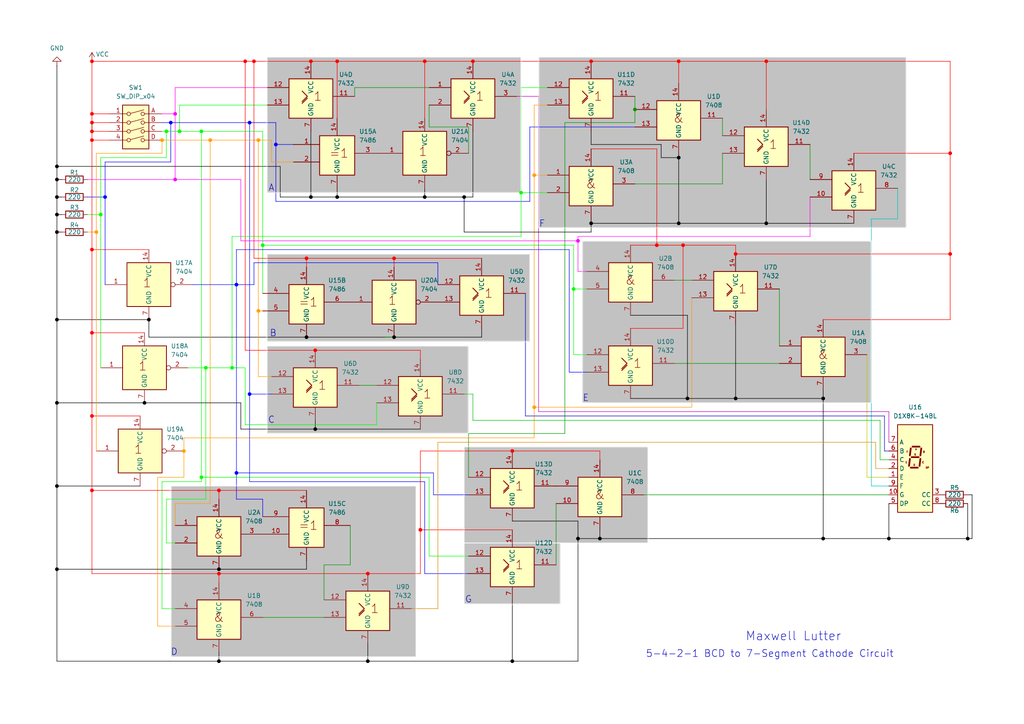
<source format=kicad_sch>
(kicad_sch
	(version 20231120)
	(generator "eeschema")
	(generator_version "8.0")
	(uuid "9100e9f0-e941-4664-913c-ce0c0b582351")
	(paper "A4")
	(lib_symbols
		(symbol "74xx_IEEE:7404"
			(exclude_from_sim no)
			(in_bom yes)
			(on_board yes)
			(property "Reference" "U"
				(at 5.08 7.62 0)
				(effects
					(font
						(size 1.27 1.27)
					)
				)
			)
			(property "Value" "7404"
				(at 3.81 -8.89 0)
				(effects
					(font
						(size 1.27 1.27)
					)
				)
			)
			(property "Footprint" ""
				(at 0 0 0)
				(effects
					(font
						(size 1.27 1.27)
					)
					(hide yes)
				)
			)
			(property "Datasheet" ""
				(at 0 0 0)
				(effects
					(font
						(size 1.27 1.27)
					)
					(hide yes)
				)
			)
			(property "Description" ""
				(at 0 0 0)
				(effects
					(font
						(size 1.27 1.27)
					)
					(hide yes)
				)
			)
			(symbol "7404_0_0"
				(text "1"
					(at -0.508 0.508 0)
					(effects
						(font
							(size 2.54 2.54)
						)
					)
				)
			)
			(symbol "7404_0_1"
				(rectangle
					(start -6.35 6.35)
					(end 6.35 -6.35)
					(stroke
						(width 0.254)
						(type default)
					)
					(fill
						(type background)
					)
				)
				(pin power_in line
					(at 0 10.16 270)
					(length 3.81)
					(name "VCC"
						(effects
							(font
								(size 1.27 1.27)
							)
						)
					)
					(number "14"
						(effects
							(font
								(size 1.27 1.27)
							)
						)
					)
				)
				(pin power_in line
					(at 0 -10.16 90)
					(length 3.81)
					(name "GND"
						(effects
							(font
								(size 1.27 1.27)
							)
						)
					)
					(number "7"
						(effects
							(font
								(size 1.27 1.27)
							)
						)
					)
				)
			)
			(symbol "7404_1_1"
				(pin input line
					(at -12.7 0 0)
					(length 6.35)
					(name "~"
						(effects
							(font
								(size 1.27 1.27)
							)
						)
					)
					(number "1"
						(effects
							(font
								(size 1.27 1.27)
							)
						)
					)
				)
				(pin input inverted
					(at 12.7 0 180)
					(length 6.35)
					(name "~"
						(effects
							(font
								(size 1.27 1.27)
							)
						)
					)
					(number "2"
						(effects
							(font
								(size 1.27 1.27)
							)
						)
					)
				)
			)
			(symbol "7404_2_1"
				(pin input line
					(at -12.7 0 0)
					(length 6.35)
					(name "~"
						(effects
							(font
								(size 1.27 1.27)
							)
						)
					)
					(number "3"
						(effects
							(font
								(size 1.27 1.27)
							)
						)
					)
				)
				(pin input inverted
					(at 12.7 0 180)
					(length 6.35)
					(name "~"
						(effects
							(font
								(size 1.27 1.27)
							)
						)
					)
					(number "4"
						(effects
							(font
								(size 1.27 1.27)
							)
						)
					)
				)
			)
			(symbol "7404_3_1"
				(pin input line
					(at -12.7 0 0)
					(length 6.35)
					(name "~"
						(effects
							(font
								(size 1.27 1.27)
							)
						)
					)
					(number "5"
						(effects
							(font
								(size 1.27 1.27)
							)
						)
					)
				)
				(pin input inverted
					(at 12.7 0 180)
					(length 6.35)
					(name "~"
						(effects
							(font
								(size 1.27 1.27)
							)
						)
					)
					(number "6"
						(effects
							(font
								(size 1.27 1.27)
							)
						)
					)
				)
			)
			(symbol "7404_4_1"
				(pin input inverted
					(at 12.7 0 180)
					(length 6.35)
					(name "~"
						(effects
							(font
								(size 1.27 1.27)
							)
						)
					)
					(number "8"
						(effects
							(font
								(size 1.27 1.27)
							)
						)
					)
				)
				(pin input line
					(at -12.7 0 0)
					(length 6.35)
					(name "~"
						(effects
							(font
								(size 1.27 1.27)
							)
						)
					)
					(number "9"
						(effects
							(font
								(size 1.27 1.27)
							)
						)
					)
				)
			)
			(symbol "7404_5_1"
				(pin input inverted
					(at 12.7 0 180)
					(length 6.35)
					(name "~"
						(effects
							(font
								(size 1.27 1.27)
							)
						)
					)
					(number "10"
						(effects
							(font
								(size 1.27 1.27)
							)
						)
					)
				)
				(pin input line
					(at -12.7 0 0)
					(length 6.35)
					(name "~"
						(effects
							(font
								(size 1.27 1.27)
							)
						)
					)
					(number "11"
						(effects
							(font
								(size 1.27 1.27)
							)
						)
					)
				)
			)
			(symbol "7404_6_1"
				(pin input inverted
					(at 12.7 0 180)
					(length 6.35)
					(name "~"
						(effects
							(font
								(size 1.27 1.27)
							)
						)
					)
					(number "12"
						(effects
							(font
								(size 1.27 1.27)
							)
						)
					)
				)
				(pin input line
					(at -12.7 0 0)
					(length 6.35)
					(name "~"
						(effects
							(font
								(size 1.27 1.27)
							)
						)
					)
					(number "13"
						(effects
							(font
								(size 1.27 1.27)
							)
						)
					)
				)
			)
		)
		(symbol "74xx_IEEE:7408"
			(exclude_from_sim no)
			(in_bom yes)
			(on_board yes)
			(property "Reference" "U"
				(at 2.54 7.62 0)
				(effects
					(font
						(size 1.27 1.27)
					)
				)
			)
			(property "Value" "7408"
				(at 3.81 -8.89 0)
				(effects
					(font
						(size 1.27 1.27)
					)
				)
			)
			(property "Footprint" ""
				(at 0 0 0)
				(effects
					(font
						(size 1.27 1.27)
					)
					(hide yes)
				)
			)
			(property "Datasheet" ""
				(at 0 0 0)
				(effects
					(font
						(size 1.27 1.27)
					)
					(hide yes)
				)
			)
			(property "Description" ""
				(at 0 0 0)
				(effects
					(font
						(size 1.27 1.27)
					)
					(hide yes)
				)
			)
			(symbol "7408_0_1"
				(rectangle
					(start -6.35 5.08)
					(end 6.35 -6.35)
					(stroke
						(width 0.254)
						(type default)
					)
					(fill
						(type background)
					)
				)
				(text "&"
					(at 0 0 0)
					(effects
						(font
							(size 2.54 2.54)
						)
					)
				)
				(pin power_in line
					(at 0 10.16 270)
					(length 5.08)
					(name "VCC"
						(effects
							(font
								(size 1.27 1.27)
							)
						)
					)
					(number "14"
						(effects
							(font
								(size 1.27 1.27)
							)
						)
					)
				)
				(pin power_in line
					(at 0 -10.16 90)
					(length 3.81)
					(name "GND"
						(effects
							(font
								(size 1.27 1.27)
							)
						)
					)
					(number "7"
						(effects
							(font
								(size 1.27 1.27)
							)
						)
					)
				)
			)
			(symbol "7408_1_1"
				(pin input line
					(at -12.7 2.54 0)
					(length 6.35)
					(name "~"
						(effects
							(font
								(size 1.27 1.27)
							)
						)
					)
					(number "1"
						(effects
							(font
								(size 1.27 1.27)
							)
						)
					)
				)
				(pin input line
					(at -12.7 -2.54 0)
					(length 6.35)
					(name "~"
						(effects
							(font
								(size 1.27 1.27)
							)
						)
					)
					(number "2"
						(effects
							(font
								(size 1.27 1.27)
							)
						)
					)
				)
				(pin output line
					(at 12.7 0 180)
					(length 6.35)
					(name "~"
						(effects
							(font
								(size 1.27 1.27)
							)
						)
					)
					(number "3"
						(effects
							(font
								(size 1.27 1.27)
							)
						)
					)
				)
			)
			(symbol "7408_2_1"
				(pin input line
					(at -12.7 2.54 0)
					(length 6.35)
					(name "~"
						(effects
							(font
								(size 1.27 1.27)
							)
						)
					)
					(number "4"
						(effects
							(font
								(size 1.27 1.27)
							)
						)
					)
				)
				(pin input line
					(at -12.7 -2.54 0)
					(length 6.35)
					(name "~"
						(effects
							(font
								(size 1.27 1.27)
							)
						)
					)
					(number "5"
						(effects
							(font
								(size 1.27 1.27)
							)
						)
					)
				)
				(pin input line
					(at 12.7 0 180)
					(length 6.35)
					(name "~"
						(effects
							(font
								(size 1.27 1.27)
							)
						)
					)
					(number "6"
						(effects
							(font
								(size 1.27 1.27)
							)
						)
					)
				)
			)
			(symbol "7408_3_1"
				(pin input line
					(at -12.7 -2.54 0)
					(length 6.35)
					(name "~"
						(effects
							(font
								(size 1.27 1.27)
							)
						)
					)
					(number "10"
						(effects
							(font
								(size 1.27 1.27)
							)
						)
					)
				)
				(pin input line
					(at 12.7 0 180)
					(length 6.35)
					(name "~"
						(effects
							(font
								(size 1.27 1.27)
							)
						)
					)
					(number "8"
						(effects
							(font
								(size 1.27 1.27)
							)
						)
					)
				)
				(pin input line
					(at -12.7 2.54 0)
					(length 6.35)
					(name "~"
						(effects
							(font
								(size 1.27 1.27)
							)
						)
					)
					(number "9"
						(effects
							(font
								(size 1.27 1.27)
							)
						)
					)
				)
			)
			(symbol "7408_4_1"
				(pin input line
					(at 12.7 0 180)
					(length 6.35)
					(name "~"
						(effects
							(font
								(size 1.27 1.27)
							)
						)
					)
					(number "11"
						(effects
							(font
								(size 1.27 1.27)
							)
						)
					)
				)
				(pin input line
					(at -12.7 2.54 0)
					(length 6.35)
					(name "~"
						(effects
							(font
								(size 1.27 1.27)
							)
						)
					)
					(number "12"
						(effects
							(font
								(size 1.27 1.27)
							)
						)
					)
				)
				(pin input line
					(at -12.7 -2.54 0)
					(length 6.35)
					(name "~"
						(effects
							(font
								(size 1.27 1.27)
							)
						)
					)
					(number "13"
						(effects
							(font
								(size 1.27 1.27)
							)
						)
					)
				)
			)
		)
		(symbol "74xx_IEEE:7432"
			(exclude_from_sim no)
			(in_bom yes)
			(on_board yes)
			(property "Reference" "U"
				(at 2.54 6.35 0)
				(effects
					(font
						(size 1.27 1.27)
					)
				)
			)
			(property "Value" "7432"
				(at 3.81 -7.62 0)
				(effects
					(font
						(size 1.27 1.27)
					)
				)
			)
			(property "Footprint" ""
				(at 0 0 0)
				(effects
					(font
						(size 1.27 1.27)
					)
					(hide yes)
				)
			)
			(property "Datasheet" ""
				(at 0 0 0)
				(effects
					(font
						(size 1.27 1.27)
					)
					(hide yes)
				)
			)
			(property "Description" ""
				(at 0 0 0)
				(effects
					(font
						(size 1.27 1.27)
					)
					(hide yes)
				)
			)
			(symbol "7432_0_1"
				(rectangle
					(start -6.35 5.08)
					(end 6.35 -6.35)
					(stroke
						(width 0.254)
						(type default)
					)
					(fill
						(type background)
					)
				)
				(polyline
					(pts
						(xy -2.54 -2.032) (xy -1.016 -0.508) (xy -1.016 -0.508)
					)
					(stroke
						(width 0.254)
						(type default)
					)
					(fill
						(type background)
					)
				)
				(polyline
					(pts
						(xy -2.54 1.524) (xy -2.54 1.524) (xy -1.016 0) (xy -2.54 -1.524) (xy -2.54 -1.524)
					)
					(stroke
						(width 0.254)
						(type default)
					)
					(fill
						(type background)
					)
				)
				(text "1"
					(at 2.032 0 0)
					(effects
						(font
							(size 2.54 2.54)
						)
					)
				)
				(pin power_in line
					(at 0 10.16 270)
					(length 5.08)
					(name "VCC"
						(effects
							(font
								(size 1.27 1.27)
							)
						)
					)
					(number "14"
						(effects
							(font
								(size 1.27 1.27)
							)
						)
					)
				)
				(pin power_in line
					(at 0 -10.16 90)
					(length 3.81)
					(name "GND"
						(effects
							(font
								(size 1.27 1.27)
							)
						)
					)
					(number "7"
						(effects
							(font
								(size 1.27 1.27)
							)
						)
					)
				)
			)
			(symbol "7432_1_1"
				(pin input line
					(at -12.7 2.54 0)
					(length 6.35)
					(name "~"
						(effects
							(font
								(size 1.27 1.27)
							)
						)
					)
					(number "1"
						(effects
							(font
								(size 1.27 1.27)
							)
						)
					)
				)
				(pin input line
					(at -12.7 -2.54 0)
					(length 6.35)
					(name "~"
						(effects
							(font
								(size 1.27 1.27)
							)
						)
					)
					(number "2"
						(effects
							(font
								(size 1.27 1.27)
							)
						)
					)
				)
				(pin output line
					(at 12.7 0 180)
					(length 6.35)
					(name "~"
						(effects
							(font
								(size 1.27 1.27)
							)
						)
					)
					(number "3"
						(effects
							(font
								(size 1.27 1.27)
							)
						)
					)
				)
			)
			(symbol "7432_2_1"
				(pin input line
					(at -12.7 2.54 0)
					(length 6.35)
					(name "~"
						(effects
							(font
								(size 1.27 1.27)
							)
						)
					)
					(number "4"
						(effects
							(font
								(size 1.27 1.27)
							)
						)
					)
				)
				(pin input line
					(at -12.7 -2.54 0)
					(length 6.35)
					(name "~"
						(effects
							(font
								(size 1.27 1.27)
							)
						)
					)
					(number "5"
						(effects
							(font
								(size 1.27 1.27)
							)
						)
					)
				)
				(pin output line
					(at 12.7 0 180)
					(length 6.35)
					(name "~"
						(effects
							(font
								(size 1.27 1.27)
							)
						)
					)
					(number "6"
						(effects
							(font
								(size 1.27 1.27)
							)
						)
					)
				)
			)
			(symbol "7432_3_1"
				(pin input line
					(at -12.7 -2.54 0)
					(length 6.35)
					(name "~"
						(effects
							(font
								(size 1.27 1.27)
							)
						)
					)
					(number "10"
						(effects
							(font
								(size 1.27 1.27)
							)
						)
					)
				)
				(pin output line
					(at 12.7 0 180)
					(length 6.35)
					(name "~"
						(effects
							(font
								(size 1.27 1.27)
							)
						)
					)
					(number "8"
						(effects
							(font
								(size 1.27 1.27)
							)
						)
					)
				)
				(pin input line
					(at -12.7 2.54 0)
					(length 6.35)
					(name "~"
						(effects
							(font
								(size 1.27 1.27)
							)
						)
					)
					(number "9"
						(effects
							(font
								(size 1.27 1.27)
							)
						)
					)
				)
			)
			(symbol "7432_4_1"
				(pin output line
					(at 12.7 0 180)
					(length 6.35)
					(name "~"
						(effects
							(font
								(size 1.27 1.27)
							)
						)
					)
					(number "11"
						(effects
							(font
								(size 1.27 1.27)
							)
						)
					)
				)
				(pin input line
					(at -12.7 2.54 0)
					(length 6.35)
					(name "~"
						(effects
							(font
								(size 1.27 1.27)
							)
						)
					)
					(number "12"
						(effects
							(font
								(size 1.27 1.27)
							)
						)
					)
				)
				(pin input line
					(at -12.7 -2.54 0)
					(length 6.35)
					(name "~"
						(effects
							(font
								(size 1.27 1.27)
							)
						)
					)
					(number "13"
						(effects
							(font
								(size 1.27 1.27)
							)
						)
					)
				)
			)
		)
		(symbol "74xx_IEEE:7486"
			(exclude_from_sim no)
			(in_bom yes)
			(on_board yes)
			(property "Reference" "U"
				(at 2.54 6.35 0)
				(effects
					(font
						(size 1.27 1.27)
					)
				)
			)
			(property "Value" "7486"
				(at 3.81 -7.62 0)
				(effects
					(font
						(size 1.27 1.27)
					)
				)
			)
			(property "Footprint" ""
				(at 0 0 0)
				(effects
					(font
						(size 1.27 1.27)
					)
					(hide yes)
				)
			)
			(property "Datasheet" ""
				(at 0 0 0)
				(effects
					(font
						(size 1.27 1.27)
					)
					(hide yes)
				)
			)
			(property "Description" ""
				(at 0 0 0)
				(effects
					(font
						(size 1.27 1.27)
					)
					(hide yes)
				)
			)
			(symbol "7486_0_1"
				(rectangle
					(start -5.08 5.08)
					(end 5.08 -6.35)
					(stroke
						(width 0.254)
						(type default)
					)
					(fill
						(type background)
					)
				)
				(text "=1"
					(at 0.508 0 0)
					(effects
						(font
							(size 2.54 2.54)
						)
					)
				)
				(pin power_in line
					(at 0 10.16 270)
					(length 5.08)
					(name "VCC"
						(effects
							(font
								(size 1.27 1.27)
							)
						)
					)
					(number "14"
						(effects
							(font
								(size 1.27 1.27)
							)
						)
					)
				)
				(pin power_in line
					(at 0 -10.16 90)
					(length 3.81)
					(name "GND"
						(effects
							(font
								(size 1.27 1.27)
							)
						)
					)
					(number "7"
						(effects
							(font
								(size 1.27 1.27)
							)
						)
					)
				)
			)
			(symbol "7486_1_1"
				(pin input line
					(at -12.7 2.54 0)
					(length 7.62)
					(name "~"
						(effects
							(font
								(size 1.27 1.27)
							)
						)
					)
					(number "1"
						(effects
							(font
								(size 1.27 1.27)
							)
						)
					)
				)
				(pin input line
					(at -12.7 -2.54 0)
					(length 7.62)
					(name "~"
						(effects
							(font
								(size 1.27 1.27)
							)
						)
					)
					(number "2"
						(effects
							(font
								(size 1.27 1.27)
							)
						)
					)
				)
				(pin output line
					(at 12.7 0 180)
					(length 7.62)
					(name "~"
						(effects
							(font
								(size 1.27 1.27)
							)
						)
					)
					(number "3"
						(effects
							(font
								(size 1.27 1.27)
							)
						)
					)
				)
			)
			(symbol "7486_2_1"
				(pin input line
					(at -12.7 2.54 0)
					(length 7.62)
					(name "~"
						(effects
							(font
								(size 1.27 1.27)
							)
						)
					)
					(number "4"
						(effects
							(font
								(size 1.27 1.27)
							)
						)
					)
				)
				(pin input line
					(at -12.7 -2.54 0)
					(length 7.62)
					(name "~"
						(effects
							(font
								(size 1.27 1.27)
							)
						)
					)
					(number "5"
						(effects
							(font
								(size 1.27 1.27)
							)
						)
					)
				)
				(pin output line
					(at 12.7 0 180)
					(length 7.62)
					(name "~"
						(effects
							(font
								(size 1.27 1.27)
							)
						)
					)
					(number "6"
						(effects
							(font
								(size 1.27 1.27)
							)
						)
					)
				)
			)
			(symbol "7486_3_1"
				(pin input line
					(at -12.7 -2.54 0)
					(length 7.62)
					(name "~"
						(effects
							(font
								(size 1.27 1.27)
							)
						)
					)
					(number "10"
						(effects
							(font
								(size 1.27 1.27)
							)
						)
					)
				)
				(pin output line
					(at 12.7 0 180)
					(length 7.62)
					(name "~"
						(effects
							(font
								(size 1.27 1.27)
							)
						)
					)
					(number "8"
						(effects
							(font
								(size 1.27 1.27)
							)
						)
					)
				)
				(pin input line
					(at -12.7 2.54 0)
					(length 7.62)
					(name "~"
						(effects
							(font
								(size 1.27 1.27)
							)
						)
					)
					(number "9"
						(effects
							(font
								(size 1.27 1.27)
							)
						)
					)
				)
			)
			(symbol "7486_4_1"
				(pin output line
					(at 12.7 0 180)
					(length 7.62)
					(name "~"
						(effects
							(font
								(size 1.27 1.27)
							)
						)
					)
					(number "11"
						(effects
							(font
								(size 1.27 1.27)
							)
						)
					)
				)
				(pin input line
					(at -12.7 2.54 0)
					(length 7.62)
					(name "~"
						(effects
							(font
								(size 1.27 1.27)
							)
						)
					)
					(number "12"
						(effects
							(font
								(size 1.27 1.27)
							)
						)
					)
				)
				(pin input line
					(at -12.7 -2.54 0)
					(length 7.62)
					(name "~"
						(effects
							(font
								(size 1.27 1.27)
							)
						)
					)
					(number "13"
						(effects
							(font
								(size 1.27 1.27)
							)
						)
					)
				)
			)
		)
		(symbol "Device:R"
			(pin_numbers hide)
			(pin_names
				(offset 0)
			)
			(exclude_from_sim no)
			(in_bom yes)
			(on_board yes)
			(property "Reference" "R"
				(at 2.032 0 90)
				(effects
					(font
						(size 1.27 1.27)
					)
				)
			)
			(property "Value" "R"
				(at 0 0 90)
				(effects
					(font
						(size 1.27 1.27)
					)
				)
			)
			(property "Footprint" ""
				(at -1.778 0 90)
				(effects
					(font
						(size 1.27 1.27)
					)
					(hide yes)
				)
			)
			(property "Datasheet" "~"
				(at 0 0 0)
				(effects
					(font
						(size 1.27 1.27)
					)
					(hide yes)
				)
			)
			(property "Description" "Resistor"
				(at 0 0 0)
				(effects
					(font
						(size 1.27 1.27)
					)
					(hide yes)
				)
			)
			(property "ki_keywords" "R res resistor"
				(at 0 0 0)
				(effects
					(font
						(size 1.27 1.27)
					)
					(hide yes)
				)
			)
			(property "ki_fp_filters" "R_*"
				(at 0 0 0)
				(effects
					(font
						(size 1.27 1.27)
					)
					(hide yes)
				)
			)
			(symbol "R_0_1"
				(rectangle
					(start -1.016 -2.54)
					(end 1.016 2.54)
					(stroke
						(width 0.254)
						(type default)
					)
					(fill
						(type none)
					)
				)
			)
			(symbol "R_1_1"
				(pin passive line
					(at 0 3.81 270)
					(length 1.27)
					(name "~"
						(effects
							(font
								(size 1.27 1.27)
							)
						)
					)
					(number "1"
						(effects
							(font
								(size 1.27 1.27)
							)
						)
					)
				)
				(pin passive line
					(at 0 -3.81 90)
					(length 1.27)
					(name "~"
						(effects
							(font
								(size 1.27 1.27)
							)
						)
					)
					(number "2"
						(effects
							(font
								(size 1.27 1.27)
							)
						)
					)
				)
			)
		)
		(symbol "Display_Character:D1X8K-14BL"
			(exclude_from_sim no)
			(in_bom yes)
			(on_board yes)
			(property "Reference" "U"
				(at -2.54 13.97 0)
				(effects
					(font
						(size 1.27 1.27)
					)
					(justify right)
				)
			)
			(property "Value" "D1X8K-14BL"
				(at 1.27 13.97 0)
				(effects
					(font
						(size 1.27 1.27)
					)
					(justify left)
				)
			)
			(property "Footprint" "Display_7Segment:D1X8K"
				(at 0 -15.24 0)
				(effects
					(font
						(size 1.27 1.27)
					)
					(hide yes)
				)
			)
			(property "Datasheet" "https://ia800903.us.archive.org/24/items/CTKD1x8K/Cromatek%20D168K.pdf"
				(at -12.7 12.065 0)
				(effects
					(font
						(size 1.27 1.27)
					)
					(justify left)
					(hide yes)
				)
			)
			(property "Description" "One digit 7 segment ultra bright blue LED, low current, common cathode"
				(at 0 0 0)
				(effects
					(font
						(size 1.27 1.27)
					)
					(hide yes)
				)
			)
			(property "ki_keywords" "display LED 7-segment"
				(at 0 0 0)
				(effects
					(font
						(size 1.27 1.27)
					)
					(hide yes)
				)
			)
			(property "ki_fp_filters" "D1X8K*"
				(at 0 0 0)
				(effects
					(font
						(size 1.27 1.27)
					)
					(hide yes)
				)
			)
			(symbol "D1X8K-14BL_0_0"
				(text "A"
					(at 0.254 5.588 0)
					(effects
						(font
							(size 0.508 0.508)
						)
					)
				)
				(text "B"
					(at 2.54 4.826 0)
					(effects
						(font
							(size 0.508 0.508)
						)
					)
				)
				(text "C"
					(at 2.286 1.778 0)
					(effects
						(font
							(size 0.508 0.508)
						)
					)
				)
				(text "D"
					(at -0.254 1.016 0)
					(effects
						(font
							(size 0.508 0.508)
						)
					)
				)
				(text "DP"
					(at 3.556 0.254 0)
					(effects
						(font
							(size 0.508 0.508)
						)
					)
				)
				(text "E"
					(at -2.54 1.778 0)
					(effects
						(font
							(size 0.508 0.508)
						)
					)
				)
				(text "F"
					(at -2.286 4.826 0)
					(effects
						(font
							(size 0.508 0.508)
						)
					)
				)
				(text "G"
					(at 0 4.064 0)
					(effects
						(font
							(size 0.508 0.508)
						)
					)
				)
			)
			(symbol "D1X8K-14BL_0_1"
				(rectangle
					(start -5.08 12.7)
					(end 5.08 -12.7)
					(stroke
						(width 0.254)
						(type default)
					)
					(fill
						(type background)
					)
				)
				(polyline
					(pts
						(xy -1.524 2.794) (xy -1.778 0.762)
					)
					(stroke
						(width 0.508)
						(type default)
					)
					(fill
						(type none)
					)
				)
				(polyline
					(pts
						(xy -1.27 0.254) (xy 0.762 0.254)
					)
					(stroke
						(width 0.508)
						(type default)
					)
					(fill
						(type none)
					)
				)
				(polyline
					(pts
						(xy -1.27 5.842) (xy -1.524 3.81)
					)
					(stroke
						(width 0.508)
						(type default)
					)
					(fill
						(type none)
					)
				)
				(polyline
					(pts
						(xy -1.016 3.302) (xy 1.016 3.302)
					)
					(stroke
						(width 0.508)
						(type default)
					)
					(fill
						(type none)
					)
				)
				(polyline
					(pts
						(xy -0.762 6.35) (xy 1.27 6.35)
					)
					(stroke
						(width 0.508)
						(type default)
					)
					(fill
						(type none)
					)
				)
				(polyline
					(pts
						(xy 1.524 2.794) (xy 1.27 0.762)
					)
					(stroke
						(width 0.508)
						(type default)
					)
					(fill
						(type none)
					)
				)
				(polyline
					(pts
						(xy 1.778 5.842) (xy 1.524 3.81)
					)
					(stroke
						(width 0.508)
						(type default)
					)
					(fill
						(type none)
					)
				)
				(polyline
					(pts
						(xy 2.54 0.254) (xy 2.54 0.254)
					)
					(stroke
						(width 0.508)
						(type default)
					)
					(fill
						(type none)
					)
				)
			)
			(symbol "D1X8K-14BL_1_1"
				(pin input line
					(at -7.62 -2.54 0)
					(length 2.54)
					(name "E"
						(effects
							(font
								(size 1.27 1.27)
							)
						)
					)
					(number "1"
						(effects
							(font
								(size 1.27 1.27)
							)
						)
					)
				)
				(pin input line
					(at -7.62 -7.62 0)
					(length 2.54)
					(name "G"
						(effects
							(font
								(size 1.27 1.27)
							)
						)
					)
					(number "10"
						(effects
							(font
								(size 1.27 1.27)
							)
						)
					)
				)
				(pin input line
					(at -7.62 0 0)
					(length 2.54)
					(name "D"
						(effects
							(font
								(size 1.27 1.27)
							)
						)
					)
					(number "2"
						(effects
							(font
								(size 1.27 1.27)
							)
						)
					)
				)
				(pin input line
					(at 7.62 -7.62 180)
					(length 2.54)
					(name "CC"
						(effects
							(font
								(size 1.27 1.27)
							)
						)
					)
					(number "3"
						(effects
							(font
								(size 1.27 1.27)
							)
						)
					)
				)
				(pin input line
					(at -7.62 2.54 0)
					(length 2.54)
					(name "C"
						(effects
							(font
								(size 1.27 1.27)
							)
						)
					)
					(number "4"
						(effects
							(font
								(size 1.27 1.27)
							)
						)
					)
				)
				(pin input line
					(at -7.62 -10.16 0)
					(length 2.54)
					(name "DP"
						(effects
							(font
								(size 1.27 1.27)
							)
						)
					)
					(number "5"
						(effects
							(font
								(size 1.27 1.27)
							)
						)
					)
				)
				(pin input line
					(at -7.62 5.08 0)
					(length 2.54)
					(name "B"
						(effects
							(font
								(size 1.27 1.27)
							)
						)
					)
					(number "6"
						(effects
							(font
								(size 1.27 1.27)
							)
						)
					)
				)
				(pin input line
					(at -7.62 7.62 0)
					(length 2.54)
					(name "A"
						(effects
							(font
								(size 1.27 1.27)
							)
						)
					)
					(number "7"
						(effects
							(font
								(size 1.27 1.27)
							)
						)
					)
				)
				(pin input line
					(at 7.62 -10.16 180)
					(length 2.54)
					(name "CC"
						(effects
							(font
								(size 1.27 1.27)
							)
						)
					)
					(number "8"
						(effects
							(font
								(size 1.27 1.27)
							)
						)
					)
				)
				(pin input line
					(at -7.62 -5.08 0)
					(length 2.54)
					(name "F"
						(effects
							(font
								(size 1.27 1.27)
							)
						)
					)
					(number "9"
						(effects
							(font
								(size 1.27 1.27)
							)
						)
					)
				)
			)
		)
		(symbol "Switch:SW_DIP_x04"
			(pin_names
				(offset 0) hide)
			(exclude_from_sim no)
			(in_bom yes)
			(on_board yes)
			(property "Reference" "SW1"
				(at 0 12.7 0)
				(effects
					(font
						(size 1.27 1.27)
					)
				)
			)
			(property "Value" "SW_DIP_x04"
				(at 0 10.16 0)
				(effects
					(font
						(size 1.27 1.27)
					)
				)
			)
			(property "Footprint" ""
				(at 0 0 0)
				(effects
					(font
						(size 1.27 1.27)
					)
					(hide yes)
				)
			)
			(property "Datasheet" "~"
				(at 0 0 0)
				(effects
					(font
						(size 1.27 1.27)
					)
					(hide yes)
				)
			)
			(property "Description" "4x DIP Switch, Single Pole Single Throw (SPST) switch, small symbol"
				(at 0 0 0)
				(effects
					(font
						(size 1.27 1.27)
					)
					(hide yes)
				)
			)
			(property "ki_keywords" "dip switch"
				(at 0 0 0)
				(effects
					(font
						(size 1.27 1.27)
					)
					(hide yes)
				)
			)
			(property "ki_fp_filters" "SW?DIP?x4*"
				(at 0 0 0)
				(effects
					(font
						(size 1.27 1.27)
					)
					(hide yes)
				)
			)
			(symbol "SW_DIP_x04_0_0"
				(circle
					(center -2.032 -2.54)
					(radius 0.508)
					(stroke
						(width 0)
						(type default)
					)
					(fill
						(type none)
					)
				)
				(circle
					(center -2.032 0)
					(radius 0.508)
					(stroke
						(width 0)
						(type default)
					)
					(fill
						(type none)
					)
				)
				(circle
					(center -2.032 2.54)
					(radius 0.508)
					(stroke
						(width 0)
						(type default)
					)
					(fill
						(type none)
					)
				)
				(circle
					(center -2.032 5.08)
					(radius 0.508)
					(stroke
						(width 0)
						(type default)
					)
					(fill
						(type none)
					)
				)
				(polyline
					(pts
						(xy -1.524 -2.3876) (xy 2.3622 -1.3462)
					)
					(stroke
						(width 0)
						(type default)
					)
					(fill
						(type none)
					)
				)
				(polyline
					(pts
						(xy -1.524 0.127) (xy 2.3622 1.1684)
					)
					(stroke
						(width 0)
						(type default)
					)
					(fill
						(type none)
					)
				)
				(polyline
					(pts
						(xy -1.524 2.667) (xy 2.3622 3.7084)
					)
					(stroke
						(width 0)
						(type default)
					)
					(fill
						(type none)
					)
				)
				(polyline
					(pts
						(xy -1.524 5.207) (xy 2.3622 6.2484)
					)
					(stroke
						(width 0)
						(type default)
					)
					(fill
						(type none)
					)
				)
				(circle
					(center 2.032 -2.54)
					(radius 0.508)
					(stroke
						(width 0)
						(type default)
					)
					(fill
						(type none)
					)
				)
				(circle
					(center 2.032 0)
					(radius 0.508)
					(stroke
						(width 0)
						(type default)
					)
					(fill
						(type none)
					)
				)
				(circle
					(center 2.032 2.54)
					(radius 0.508)
					(stroke
						(width 0)
						(type default)
					)
					(fill
						(type none)
					)
				)
				(circle
					(center 2.032 5.08)
					(radius 0.508)
					(stroke
						(width 0)
						(type default)
					)
					(fill
						(type none)
					)
				)
			)
			(symbol "SW_DIP_x04_0_1"
				(rectangle
					(start -3.81 7.62)
					(end 3.81 -5.08)
					(stroke
						(width 0.254)
						(type default)
					)
					(fill
						(type background)
					)
				)
			)
			(symbol "SW_DIP_x04_1_1"
				(pin passive line
					(at -7.62 5.08 0)
					(length 5.08)
					(name "~"
						(effects
							(font
								(size 1.27 1.27)
							)
						)
					)
					(number "1"
						(effects
							(font
								(size 1.27 1.27)
							)
						)
					)
				)
				(pin passive line
					(at -7.62 2.54 0)
					(length 5.08)
					(name "~"
						(effects
							(font
								(size 1.27 1.27)
							)
						)
					)
					(number "2"
						(effects
							(font
								(size 1.27 1.27)
							)
						)
					)
				)
				(pin passive line
					(at -7.62 0 0)
					(length 5.08)
					(name "~"
						(effects
							(font
								(size 1.27 1.27)
							)
						)
					)
					(number "3"
						(effects
							(font
								(size 1.27 1.27)
							)
						)
					)
				)
				(pin passive line
					(at -7.62 -2.54 0)
					(length 5.08)
					(name "~"
						(effects
							(font
								(size 1.27 1.27)
							)
						)
					)
					(number "4"
						(effects
							(font
								(size 1.27 1.27)
							)
						)
					)
				)
				(pin passive line
					(at 7.62 5.08 180)
					(length 5.08)
					(name "AO"
						(effects
							(font
								(size 1.27 1.27)
							)
						)
					)
					(number "A"
						(effects
							(font
								(size 1.27 1.27)
							)
						)
					)
				)
				(pin passive line
					(at 7.62 2.54 180)
					(length 5.08)
					(name "~"
						(effects
							(font
								(size 1.27 1.27)
							)
						)
					)
					(number "B"
						(effects
							(font
								(size 1.27 1.27)
							)
						)
					)
				)
				(pin passive line
					(at 7.62 0 180)
					(length 5.08)
					(name "~"
						(effects
							(font
								(size 1.27 1.27)
							)
						)
					)
					(number "C"
						(effects
							(font
								(size 1.27 1.27)
							)
						)
					)
				)
				(pin passive line
					(at 7.62 -2.54 180)
					(length 5.08)
					(name "~"
						(effects
							(font
								(size 1.27 1.27)
							)
						)
					)
					(number "D"
						(effects
							(font
								(size 1.27 1.27)
							)
						)
					)
				)
			)
		)
		(symbol "power:GND"
			(power)
			(pin_numbers hide)
			(pin_names
				(offset 0) hide)
			(exclude_from_sim no)
			(in_bom yes)
			(on_board yes)
			(property "Reference" "#PWR"
				(at 0 -6.35 0)
				(effects
					(font
						(size 1.27 1.27)
					)
					(hide yes)
				)
			)
			(property "Value" "GND"
				(at 0 -3.81 0)
				(effects
					(font
						(size 1.27 1.27)
					)
				)
			)
			(property "Footprint" ""
				(at 0 0 0)
				(effects
					(font
						(size 1.27 1.27)
					)
					(hide yes)
				)
			)
			(property "Datasheet" ""
				(at 0 0 0)
				(effects
					(font
						(size 1.27 1.27)
					)
					(hide yes)
				)
			)
			(property "Description" "Power symbol creates a global label with name \"GND\" , ground"
				(at 0 0 0)
				(effects
					(font
						(size 1.27 1.27)
					)
					(hide yes)
				)
			)
			(property "ki_keywords" "global power"
				(at 0 0 0)
				(effects
					(font
						(size 1.27 1.27)
					)
					(hide yes)
				)
			)
			(symbol "GND_0_1"
				(polyline
					(pts
						(xy 0 0) (xy 0 -1.27) (xy 1.27 -1.27) (xy 0 -2.54) (xy -1.27 -1.27) (xy 0 -1.27)
					)
					(stroke
						(width 0)
						(type default)
					)
					(fill
						(type none)
					)
				)
			)
			(symbol "GND_1_1"
				(pin power_in line
					(at 0 0 270)
					(length 0)
					(name "~"
						(effects
							(font
								(size 1.27 1.27)
							)
						)
					)
					(number "1"
						(effects
							(font
								(size 1.27 1.27)
							)
						)
					)
				)
			)
		)
		(symbol "power:VCC"
			(power)
			(pin_numbers hide)
			(pin_names
				(offset 0) hide)
			(exclude_from_sim no)
			(in_bom yes)
			(on_board yes)
			(property "Reference" "#PWR"
				(at 0 -3.81 0)
				(effects
					(font
						(size 1.27 1.27)
					)
					(hide yes)
				)
			)
			(property "Value" "VCC"
				(at 0 3.556 0)
				(effects
					(font
						(size 1.27 1.27)
					)
				)
			)
			(property "Footprint" ""
				(at 0 0 0)
				(effects
					(font
						(size 1.27 1.27)
					)
					(hide yes)
				)
			)
			(property "Datasheet" ""
				(at 0 0 0)
				(effects
					(font
						(size 1.27 1.27)
					)
					(hide yes)
				)
			)
			(property "Description" "Power symbol creates a global label with name \"VCC\""
				(at 0 0 0)
				(effects
					(font
						(size 1.27 1.27)
					)
					(hide yes)
				)
			)
			(property "ki_keywords" "global power"
				(at 0 0 0)
				(effects
					(font
						(size 1.27 1.27)
					)
					(hide yes)
				)
			)
			(symbol "VCC_0_1"
				(polyline
					(pts
						(xy -0.762 1.27) (xy 0 2.54)
					)
					(stroke
						(width 0)
						(type default)
					)
					(fill
						(type none)
					)
				)
				(polyline
					(pts
						(xy 0 0) (xy 0 2.54)
					)
					(stroke
						(width 0)
						(type default)
					)
					(fill
						(type none)
					)
				)
				(polyline
					(pts
						(xy 0 2.54) (xy 0.762 1.27)
					)
					(stroke
						(width 0)
						(type default)
					)
					(fill
						(type none)
					)
				)
			)
			(symbol "VCC_1_1"
				(pin power_in line
					(at 0 0 90)
					(length 0)
					(name "~"
						(effects
							(font
								(size 1.27 1.27)
							)
						)
					)
					(number "1"
						(effects
							(font
								(size 1.27 1.27)
							)
						)
					)
				)
			)
		)
	)
	(junction
		(at 280.67 156.21)
		(diameter 0)
		(color 0 0 0 1)
		(uuid "00264b43-ce45-436e-8d88-b27ea69cf9b4")
	)
	(junction
		(at 97.79 17.78)
		(diameter 0)
		(color 255 0 0 1)
		(uuid "0285215c-9bff-489c-b7ba-6dee0b3e01fa")
	)
	(junction
		(at 27.94 67.31)
		(diameter 0)
		(color 255 153 0 1)
		(uuid "02a7f9cc-77f9-4d8c-8f5e-e8dad63abfe5")
	)
	(junction
		(at 68.58 137.16)
		(diameter 0)
		(color 0 0 255 1)
		(uuid "058edb2c-c456-4402-827f-fecab9ce7152")
	)
	(junction
		(at 213.36 73.66)
		(diameter 0)
		(color 255 0 0 1)
		(uuid "06dc2c46-9ff5-4b79-86cf-7471d3446718")
	)
	(junction
		(at 67.31 106.68)
		(diameter 0)
		(color 0 255 0 1)
		(uuid "0868d8d2-c4cf-4311-bd6d-a9987380d9d0")
	)
	(junction
		(at 16.51 52.07)
		(diameter 0)
		(color 0 0 0 1)
		(uuid "0ae4e383-465d-4852-8b7a-8cb0c0016983")
	)
	(junction
		(at 106.68 191.77)
		(diameter 0)
		(color 0 0 0 1)
		(uuid "0bf86f4a-d5da-4d34-a10e-78fdb92b7a6b")
	)
	(junction
		(at 167.64 69.85)
		(diameter 0)
		(color 255 0 255 1)
		(uuid "0c71849f-01c4-4f2c-bb2d-5e0504406ba9")
	)
	(junction
		(at 90.17 57.15)
		(diameter 0)
		(color 0 0 0 1)
		(uuid "0f1e5016-2f22-4455-abeb-1b61d75e57eb")
	)
	(junction
		(at 97.79 57.15)
		(diameter 0)
		(color 0 0 0 1)
		(uuid "0f63a7fa-92d1-4742-b07c-131ce785646f")
	)
	(junction
		(at 190.5 71.12)
		(diameter 0)
		(color 255 0 0 1)
		(uuid "0fe11e8b-6cee-4208-b252-16a34fbb65ee")
	)
	(junction
		(at 213.36 115.57)
		(diameter 0)
		(color 0 0 0 1)
		(uuid "10365ebf-978c-48b2-bea6-dc242183c82f")
	)
	(junction
		(at 137.16 17.78)
		(diameter 0)
		(color 255 0 0 1)
		(uuid "11c167a3-1a28-4a3f-a151-7933accacac4")
	)
	(junction
		(at 63.5 142.24)
		(diameter 0)
		(color 255 0 0 1)
		(uuid "127b0935-7f3b-4090-b635-854137ee9139")
	)
	(junction
		(at 63.5 166.37)
		(diameter 0)
		(color 255 0 0 1)
		(uuid "144a6060-e94b-4c52-96e7-b2cc393fc54c")
	)
	(junction
		(at 184.15 31.75)
		(diameter 0)
		(color 0 0 0 0)
		(uuid "1a49ca25-c0c1-4201-8d89-229667c1db55")
	)
	(junction
		(at 26.67 38.1)
		(diameter 0)
		(color 255 0 0 1)
		(uuid "20ac8a81-af12-4cee-b209-4b1ec531d893")
	)
	(junction
		(at 16.51 67.31)
		(diameter 0)
		(color 0 0 0 1)
		(uuid "20b816ff-2ec0-484f-800e-250153aff247")
	)
	(junction
		(at 72.39 35.56)
		(diameter 0)
		(color 0 0 255 1)
		(uuid "20d21097-8048-44d8-bc52-8b8ac3c0d17c")
	)
	(junction
		(at 196.85 64.77)
		(diameter 0)
		(color 0 0 0 1)
		(uuid "20eff9bf-00d2-4249-b013-dc5fd97c13d8")
	)
	(junction
		(at 50.8 52.07)
		(diameter 0)
		(color 255 0 255 1)
		(uuid "279285c0-4ae9-4f07-bcc1-5e79ba7b8fdb")
	)
	(junction
		(at 16.51 48.26)
		(diameter 0)
		(color 0 0 0 1)
		(uuid "291154cb-ba30-4c83-a018-9e1880aa2731")
	)
	(junction
		(at 76.2 71.12)
		(diameter 0)
		(color 0 255 0 1)
		(uuid "2b4c3bc3-ecf6-481f-a114-80ebba54cfa0")
	)
	(junction
		(at 154.94 118.11)
		(diameter 0)
		(color 255 153 0 1)
		(uuid "2b9d11ec-15fc-40b0-bc11-d7849d47a758")
	)
	(junction
		(at 106.68 166.37)
		(diameter 0)
		(color 255 0 0 1)
		(uuid "2ce628a6-f2ca-4d66-af83-fac5186fc771")
	)
	(junction
		(at 73.66 17.78)
		(diameter 0)
		(color 255 0 0 1)
		(uuid "311fb1fc-c9ad-450e-b080-34ea5b996b9a")
	)
	(junction
		(at 199.39 115.57)
		(diameter 0)
		(color 0 0 0 1)
		(uuid "32f6f2ae-26f2-4cf0-9598-1fb10065db8e")
	)
	(junction
		(at 121.92 153.67)
		(diameter 0)
		(color 255 0 0 1)
		(uuid "34e05398-7b9b-42cb-b846-4bba5afb2513")
	)
	(junction
		(at 114.3 97.79)
		(diameter 0)
		(color 0 0 0 1)
		(uuid "36e3b5a9-8546-4e28-a9bd-0b9ff103f7b2")
	)
	(junction
		(at 88.9 74.93)
		(diameter 0)
		(color 255 0 0 1)
		(uuid "38ae9b77-dcdb-42c3-bf0e-c07cfcc160ff")
	)
	(junction
		(at 53.34 130.81)
		(diameter 0)
		(color 255 153 0 1)
		(uuid "3e34e58a-68fb-4ae7-b53c-4e18b8771cff")
	)
	(junction
		(at 63.5 191.77)
		(diameter 0)
		(color 0 0 0 1)
		(uuid "3e38b75f-b0fb-4205-a5fa-a8315f554a51")
	)
	(junction
		(at 114.3 74.93)
		(diameter 0)
		(color 255 0 0 1)
		(uuid "3edc3a98-c92f-4f96-a843-1506d56b54c6")
	)
	(junction
		(at 196.85 17.78)
		(diameter 0)
		(color 255 0 0 1)
		(uuid "410bc341-f01e-4c12-94ca-72eab5c70d3a")
	)
	(junction
		(at 196.85 45.72)
		(diameter 0)
		(color 0 0 0 1)
		(uuid "459aaf71-c6ab-4ed3-8d44-7af1cda5beb9")
	)
	(junction
		(at 30.48 57.15)
		(diameter 0)
		(color 0 0 255 1)
		(uuid "45fc7f78-dfd7-4119-bd93-29b7239c8ab7")
	)
	(junction
		(at 90.17 17.78)
		(diameter 0)
		(color 255 0 0 1)
		(uuid "47052ee5-f5fd-4f4a-8c5f-048c43366d6c")
	)
	(junction
		(at 171.45 64.77)
		(diameter 0)
		(color 0 0 0 1)
		(uuid "497cd6a5-b8b4-40d1-ba0a-8162170d82ef")
	)
	(junction
		(at 29.21 62.23)
		(diameter 0)
		(color 0 255 0 1)
		(uuid "4b43a6ad-f593-442c-b2a2-9f8772a57b0a")
	)
	(junction
		(at 275.59 73.66)
		(diameter 0)
		(color 255 0 0 1)
		(uuid "4bd9760d-45ef-41e8-bf02-091ce56e4420")
	)
	(junction
		(at 58.42 138.43)
		(diameter 0)
		(color 0 255 0 1)
		(uuid "4e1ded19-cb41-4668-97e2-6fa913b7be35")
	)
	(junction
		(at 63.5 165.1)
		(diameter 0)
		(color 0 0 0 1)
		(uuid "4e3ce1e0-10d8-42a4-a0a5-b624321dcb6b")
	)
	(junction
		(at 238.76 115.57)
		(diameter 0)
		(color 0 0 0 1)
		(uuid "4fd437c4-3502-4f88-80d8-6e32a5a7d947")
	)
	(junction
		(at 91.44 101.6)
		(diameter 0)
		(color 255 0 0 1)
		(uuid "545cd011-2e1b-474a-97a2-0ccb4f3b413c")
	)
	(junction
		(at 68.58 82.55)
		(diameter 0)
		(color 0 0 255 1)
		(uuid "59c50926-b10b-4063-823d-2810d69637ae")
	)
	(junction
		(at 16.51 165.1)
		(diameter 0)
		(color 0 0 0 1)
		(uuid "5a7ef76c-e578-422e-b3d2-24bb6506c5a8")
	)
	(junction
		(at 88.9 97.79)
		(diameter 0)
		(color 0 0 0 1)
		(uuid "5f9c511e-82bc-47da-82a1-a439a8311ad9")
	)
	(junction
		(at 166.37 83.82)
		(diameter 0)
		(color 0 255 0 1)
		(uuid "633154ef-70c4-44ff-95c7-a22c05cdcf1b")
	)
	(junction
		(at 50.8 33.02)
		(diameter 0)
		(color 255 0 255 1)
		(uuid "64fe6d16-d7e4-4792-bd1e-0a75544e857d")
	)
	(junction
		(at 167.64 156.21)
		(diameter 0)
		(color 0 0 0 1)
		(uuid "672bf068-8d27-4ff9-97a9-e5ddd5c99ce4")
	)
	(junction
		(at 26.67 96.52)
		(diameter 0)
		(color 255 0 0 1)
		(uuid "74de461e-a50f-4276-b1ea-2b73d3bc64fc")
	)
	(junction
		(at 16.51 92.71)
		(diameter 0)
		(color 0 0 0 1)
		(uuid "75bc06a5-358d-4544-9a6b-b13b169c6afe")
	)
	(junction
		(at 74.93 40.64)
		(diameter 0)
		(color 255 153 0 1)
		(uuid "791a2069-1299-411b-81c7-00fea853abda")
	)
	(junction
		(at 222.25 17.78)
		(diameter 0)
		(color 255 0 0 1)
		(uuid "79f09a51-4472-47de-9d35-199014a11b5b")
	)
	(junction
		(at 91.44 124.46)
		(diameter 0)
		(color 0 0 0 1)
		(uuid "7a40ebe8-777c-481c-ad4b-4a1369641086")
	)
	(junction
		(at 43.18 92.71)
		(diameter 0)
		(color 0 0 0 1)
		(uuid "7b383f1d-0cf7-426d-886e-08a38a10c846")
	)
	(junction
		(at 72.39 114.3)
		(diameter 0)
		(color 0 0 255 1)
		(uuid "7b862c8c-ce33-40af-bec6-094cdb393568")
	)
	(junction
		(at 151.13 55.88)
		(diameter 0)
		(color 0 255 0 1)
		(uuid "7c5e27b7-5df2-4fb3-a197-a2c7c3413106")
	)
	(junction
		(at 26.67 17.78)
		(diameter 0)
		(color 255 0 0 1)
		(uuid "83db41f2-18fc-492a-988f-323336f528a8")
	)
	(junction
		(at 123.19 17.78)
		(diameter 0)
		(color 255 0 0 1)
		(uuid "8759bba9-bf98-4b0a-b50d-564ae281846b")
	)
	(junction
		(at 71.12 17.78)
		(diameter 0)
		(color 255 0 0 1)
		(uuid "8fc479f7-57a5-4e76-ae3f-e3b133adaf05")
	)
	(junction
		(at 222.25 64.77)
		(diameter 0)
		(color 0 0 0 1)
		(uuid "8fe8dda5-6213-4c55-8c66-ecefac656782")
	)
	(junction
		(at 49.53 35.56)
		(diameter 0)
		(color 0 0 255 1)
		(uuid "92cc1677-060f-4504-8471-53872d5cba17")
	)
	(junction
		(at 123.19 57.15)
		(diameter 0)
		(color 0 0 0 1)
		(uuid "965a4864-1e48-43b3-96e1-cf223f5bb024")
	)
	(junction
		(at 238.76 156.21)
		(diameter 0)
		(color 0 0 0 1)
		(uuid "991c7e3c-0e21-45d7-aa3e-e5d8de553e7d")
	)
	(junction
		(at 26.67 72.39)
		(diameter 0)
		(color 255 0 0 1)
		(uuid "9fcd7690-a296-441c-b96e-41c8f10f57fc")
	)
	(junction
		(at 41.91 116.84)
		(diameter 0)
		(color 0 0 0 1)
		(uuid "a398adb0-5f58-4b3e-a221-848d6a7dbd6d")
	)
	(junction
		(at 148.59 191.77)
		(diameter 0)
		(color 0 0 0 1)
		(uuid "a641c924-e3f3-4d9f-b71e-ca029e10c9c1")
	)
	(junction
		(at 148.59 130.81)
		(diameter 0)
		(color 255 0 0 1)
		(uuid "af157a38-9fa2-46a9-b818-d6fc7ded6608")
	)
	(junction
		(at 26.67 35.56)
		(diameter 0)
		(color 255 0 0 1)
		(uuid "b4c67002-c240-4a8a-83d4-05ba15830708")
	)
	(junction
		(at 26.67 142.24)
		(diameter 0)
		(color 255 0 0 1)
		(uuid "b4e46a32-c2ad-4da9-b99b-24e88b0cc7af")
	)
	(junction
		(at 198.12 71.12)
		(diameter 0)
		(color 255 0 0 1)
		(uuid "b5da28e0-51c0-4213-8949-f9b459b50148")
	)
	(junction
		(at 134.62 57.15)
		(diameter 0)
		(color 0 0 0 1)
		(uuid "b710d24e-2303-4258-80ef-f2daf8cf24de")
	)
	(junction
		(at 26.67 33.02)
		(diameter 0)
		(color 255 0 0 1)
		(uuid "b8400d24-3875-4a01-89e4-37603585f2ad")
	)
	(junction
		(at 171.45 17.78)
		(diameter 0)
		(color 255 0 0 1)
		(uuid "b94db446-5611-48c0-9f6e-36b77530b3d7")
	)
	(junction
		(at 48.26 38.1)
		(diameter 0)
		(color 0 255 0 1)
		(uuid "bcd46c9f-cf37-446a-943b-e774461591eb")
	)
	(junction
		(at 26.67 120.65)
		(diameter 0)
		(color 255 0 0 1)
		(uuid "c206aeab-ca0f-42b3-89d7-5f35692ef40c")
	)
	(junction
		(at 26.67 40.64)
		(diameter 0)
		(color 255 0 0 1)
		(uuid "cac47cfb-0daf-447b-8a85-3abc72ef9c5d")
	)
	(junction
		(at 16.51 140.97)
		(diameter 0)
		(color 0 0 0 1)
		(uuid "cb0f5857-1c0b-4c78-88d1-7f32c29aef1c")
	)
	(junction
		(at 80.01 41.91)
		(diameter 0)
		(color 0 0 255 1)
		(uuid "cdf02836-a271-417d-a422-95c901f79970")
	)
	(junction
		(at 154.94 50.8)
		(diameter 0)
		(color 255 153 0 1)
		(uuid "ce12c95c-2136-4af2-9a37-2e57e73d32a5")
	)
	(junction
		(at 46.99 40.64)
		(diameter 0)
		(color 255 153 0 1)
		(uuid "ce1cd6d2-ac40-46ec-bb3b-f41f6c0bb782")
	)
	(junction
		(at 52.07 38.1)
		(diameter 0)
		(color 0 255 0 1)
		(uuid "d30dbc12-93a9-4bea-9765-283acd2b8db9")
	)
	(junction
		(at 60.96 40.64)
		(diameter 0)
		(color 255 153 0 1)
		(uuid "da0c4378-5f75-42e7-bc4e-2295e332f46f")
	)
	(junction
		(at 173.99 156.21)
		(diameter 0)
		(color 0 0 0 1)
		(uuid "df24bb1f-c31f-4360-a66f-d22a399f891d")
	)
	(junction
		(at 16.51 62.23)
		(diameter 0)
		(color 0 0 0 1)
		(uuid "df400e44-9b0c-4a6c-83b0-4fec09bfd87f")
	)
	(junction
		(at 58.42 38.1)
		(diameter 0)
		(color 0 255 0 1)
		(uuid "e3323192-fd97-427c-8d27-3a982a088517")
	)
	(junction
		(at 16.51 116.84)
		(diameter 0)
		(color 0 0 0 1)
		(uuid "e398dc1c-f1cc-45c6-b298-1cf1064aa509")
	)
	(junction
		(at 257.81 156.21)
		(diameter 0)
		(color 0 0 0 1)
		(uuid "e3c4f1e1-33d3-4806-ab2a-4626df7de22a")
	)
	(junction
		(at 74.93 90.17)
		(diameter 0)
		(color 255 153 0 1)
		(uuid "ef9c3922-5b04-42d7-b47b-de97a68aa605")
	)
	(junction
		(at 16.51 57.15)
		(diameter 0)
		(color 0 0 0 1)
		(uuid "fa5fcd83-7d99-4003-b98d-89d55ff5189c")
	)
	(junction
		(at 275.59 44.45)
		(diameter 0)
		(color 255 0 0 1)
		(uuid "fc47f146-e510-4f2c-8939-38aadf1632d4")
	)
	(junction
		(at 59.69 106.68)
		(diameter 0)
		(color 0 255 0 1)
		(uuid "fc636751-1b9e-4ee1-b7bd-737febd35870")
	)
	(wire
		(pts
			(xy 257.81 135.89) (xy 254 135.89)
		)
		(stroke
			(width 0)
			(type default)
			(color 221 133 0 1)
		)
		(uuid "006ea95d-45f0-478e-8933-f11fa91f970f")
	)
	(wire
		(pts
			(xy 238.76 92.71) (xy 275.59 92.71)
		)
		(stroke
			(width 0)
			(type default)
			(color 255 0 0 1)
		)
		(uuid "0266d897-d20d-451b-b57c-60ac1cb28459")
	)
	(wire
		(pts
			(xy 109.22 123.19) (xy 71.12 123.19)
		)
		(stroke
			(width 0)
			(type default)
			(color 0 255 0 1)
		)
		(uuid "031bf4d3-32df-4a88-a49f-79e52fc1562a")
	)
	(wire
		(pts
			(xy 167.64 151.13) (xy 167.64 156.21)
		)
		(stroke
			(width 0)
			(type default)
			(color 0 0 0 1)
		)
		(uuid "03a96e4d-7dbd-4801-b125-ff35a9423523")
	)
	(wire
		(pts
			(xy 114.3 97.79) (xy 139.7 97.79)
		)
		(stroke
			(width 0)
			(type default)
			(color 0 0 0 1)
		)
		(uuid "046b5a7f-f623-4df5-8a39-d099290ebab2")
	)
	(wire
		(pts
			(xy 186.69 143.51) (xy 257.81 143.51)
		)
		(stroke
			(width 0)
			(type default)
		)
		(uuid "04c50ae4-13dc-4727-bd5d-652ef54b4ff0")
	)
	(wire
		(pts
			(xy 68.58 82.55) (xy 73.66 82.55)
		)
		(stroke
			(width 0)
			(type default)
			(color 0 0 255 1)
		)
		(uuid "04e54ec4-3163-4f9f-8747-1bcc6047a652")
	)
	(wire
		(pts
			(xy 127 128.27) (xy 127 176.53)
		)
		(stroke
			(width 0)
			(type default)
			(color 221 133 0 1)
		)
		(uuid "060a2baa-208e-4dee-980e-14bcbab9ca02")
	)
	(wire
		(pts
			(xy 195.58 105.41) (xy 226.06 105.41)
		)
		(stroke
			(width 0)
			(type default)
		)
		(uuid "072a2276-d8b9-4633-bf30-ea09a5e0c33f")
	)
	(wire
		(pts
			(xy 74.93 90.17) (xy 76.2 90.17)
		)
		(stroke
			(width 0)
			(type default)
			(color 255 153 0 1)
		)
		(uuid "076d21df-f8af-4d56-8123-76edc702f8e4")
	)
	(wire
		(pts
			(xy 121.92 130.81) (xy 148.59 130.81)
		)
		(stroke
			(width 0)
			(type default)
			(color 255 0 0 1)
		)
		(uuid "096aeb07-56cb-4661-a5a5-29dfb78ce7b8")
	)
	(wire
		(pts
			(xy 280.67 156.21) (xy 257.81 156.21)
		)
		(stroke
			(width 0)
			(type default)
			(color 0 0 0 1)
		)
		(uuid "09e90543-46a7-4426-a575-232b81e9481e")
	)
	(wire
		(pts
			(xy 68.58 144.78) (xy 68.58 137.16)
		)
		(stroke
			(width 0)
			(type default)
			(color 0 0 255 1)
		)
		(uuid "0b6a236f-1222-4296-8e66-6fa1d04dee67")
	)
	(wire
		(pts
			(xy 151.13 25.4) (xy 151.13 55.88)
		)
		(stroke
			(width 0)
			(type default)
			(color 0 255 0 1)
		)
		(uuid "0c72ca19-36e2-4896-aa6e-da7f81e5a9d4")
	)
	(wire
		(pts
			(xy 165.1 107.95) (xy 170.18 107.95)
		)
		(stroke
			(width 0)
			(type default)
			(color 0 0 255 1)
		)
		(uuid "0c8688f4-dddf-4492-aa32-1e88e9dd58c6")
	)
	(wire
		(pts
			(xy 198.12 71.12) (xy 213.36 71.12)
		)
		(stroke
			(width 0)
			(type default)
			(color 255 0 0 1)
		)
		(uuid "0d05c0f0-35a7-4822-b991-392a8a0ae13a")
	)
	(wire
		(pts
			(xy 106.68 191.77) (xy 148.59 191.77)
		)
		(stroke
			(width 0)
			(type default)
			(color 0 0 0 1)
		)
		(uuid "0db6ed2f-866e-438a-8dcf-6daad674c76b")
	)
	(wire
		(pts
			(xy 69.85 116.84) (xy 41.91 116.84)
		)
		(stroke
			(width 0)
			(type default)
			(color 0 0 0 1)
		)
		(uuid "0efaec5b-caf7-47d4-9029-9b8ea8bb3279")
	)
	(wire
		(pts
			(xy 256.54 130.81) (xy 257.81 130.81)
		)
		(stroke
			(width 0)
			(type default)
			(color 0 0 194 1)
		)
		(uuid "106fd140-c2c8-433b-b0f9-31ba15273689")
	)
	(wire
		(pts
			(xy 135.89 44.45) (xy 135.89 36.83)
		)
		(stroke
			(width 0)
			(type default)
		)
		(uuid "10ad02ab-23d0-4a10-9069-e3e6a51887be")
	)
	(wire
		(pts
			(xy 46.99 40.64) (xy 60.96 40.64)
		)
		(stroke
			(width 0)
			(type default)
			(color 255 153 0 1)
		)
		(uuid "1235d7b2-a695-4d04-91e0-19e4deb90872")
	)
	(wire
		(pts
			(xy 26.67 72.39) (xy 26.67 96.52)
		)
		(stroke
			(width 0)
			(type default)
			(color 255 0 0 1)
		)
		(uuid "141c70ee-07d9-48a5-bafa-8be97079e671")
	)
	(wire
		(pts
			(xy 68.58 72.39) (xy 165.1 72.39)
		)
		(stroke
			(width 0)
			(type default)
			(color 0 0 255 1)
		)
		(uuid "14546c64-a10c-4444-8977-5067a9a1c928")
	)
	(wire
		(pts
			(xy 196.85 17.78) (xy 222.25 17.78)
		)
		(stroke
			(width 0)
			(type default)
			(color 255 0 0 1)
		)
		(uuid "1470048f-4e85-4c82-9b33-96f4596f91c9")
	)
	(wire
		(pts
			(xy 26.67 35.56) (xy 26.67 38.1)
		)
		(stroke
			(width 0)
			(type default)
			(color 255 0 0 1)
		)
		(uuid "14dd549a-2aae-4beb-9bb8-fa2237032320")
	)
	(wire
		(pts
			(xy 257.81 146.05) (xy 257.81 156.21)
		)
		(stroke
			(width 0)
			(type default)
			(color 0 0 0 1)
		)
		(uuid "155d10c0-2af8-477c-8b98-e2ee134a47df")
	)
	(wire
		(pts
			(xy 255.27 133.35) (xy 257.81 133.35)
		)
		(stroke
			(width 0)
			(type default)
			(color 0 194 0 1)
		)
		(uuid "1602eaf2-c148-4562-ad31-c5733787f4e4")
	)
	(wire
		(pts
			(xy 123.19 17.78) (xy 123.19 34.29)
		)
		(stroke
			(width 0)
			(type default)
			(color 255 0 0 1)
		)
		(uuid "16c7748f-42a1-46ef-83a6-45c81770fd62")
	)
	(wire
		(pts
			(xy 191.77 41.91) (xy 191.77 45.72)
		)
		(stroke
			(width 0)
			(type default)
			(color 0 0 0 1)
		)
		(uuid "16e08650-bad7-4269-91f7-27bb37500449")
	)
	(wire
		(pts
			(xy 154.94 50.8) (xy 158.75 50.8)
		)
		(stroke
			(width 0)
			(type default)
			(color 255 153 0 1)
		)
		(uuid "171d7f53-b6f5-4fb1-b4da-fddc1e62387e")
	)
	(wire
		(pts
			(xy 190.5 43.18) (xy 190.5 71.12)
		)
		(stroke
			(width 0)
			(type default)
			(color 255 0 0 1)
		)
		(uuid "18b35d7c-9a8d-4179-ac97-79e3bcd1d182")
	)
	(wire
		(pts
			(xy 137.16 38.1) (xy 137.16 57.15)
		)
		(stroke
			(width 0)
			(type default)
			(color 0 0 0 1)
		)
		(uuid "19d7cb42-191f-4259-94cb-07ab5bbe39d3")
	)
	(wire
		(pts
			(xy 16.51 140.97) (xy 16.51 116.84)
		)
		(stroke
			(width 0)
			(type default)
			(color 0 0 0 1)
		)
		(uuid "1a28a3b6-0a71-48a3-8dfb-073f238cfeb4")
	)
	(wire
		(pts
			(xy 58.42 38.1) (xy 76.2 38.1)
		)
		(stroke
			(width 0)
			(type default)
			(color 0 255 0 1)
		)
		(uuid "1aed7208-a0b1-42ca-8439-d9937cab1861")
	)
	(wire
		(pts
			(xy 48.26 38.1) (xy 48.26 45.72)
		)
		(stroke
			(width 0)
			(type default)
			(color 0 255 0 1)
		)
		(uuid "1b3d4b65-dc89-4d8c-b856-943a99c112d1")
	)
	(wire
		(pts
			(xy 134.62 67.31) (xy 171.45 67.31)
		)
		(stroke
			(width 0)
			(type default)
			(color 0 0 0 1)
		)
		(uuid "1b915aea-3b42-4c04-968a-6bfb00e6fc85")
	)
	(wire
		(pts
			(xy 254 135.89) (xy 254 128.27)
		)
		(stroke
			(width 0)
			(type default)
			(color 221 133 0 1)
		)
		(uuid "1bd54550-675e-4db4-aee5-a0437482fad6")
	)
	(wire
		(pts
			(xy 173.99 156.21) (xy 238.76 156.21)
		)
		(stroke
			(width 0)
			(type default)
			(color 0 0 0 1)
		)
		(uuid "1dd3c68b-3ad5-40e6-a9aa-9b7e589df71f")
	)
	(wire
		(pts
			(xy 111.76 97.79) (xy 114.3 97.79)
		)
		(stroke
			(width 0)
			(type default)
		)
		(uuid "1e4c610f-1a31-4868-9eda-9c66ef87d760")
	)
	(wire
		(pts
			(xy 48.26 45.72) (xy 29.21 45.72)
		)
		(stroke
			(width 0)
			(type default)
			(color 0 255 0 1)
		)
		(uuid "1f38c23b-db54-46d2-9fbc-aa7616b69166")
	)
	(wire
		(pts
			(xy 16.51 67.31) (xy 16.51 92.71)
		)
		(stroke
			(width 0)
			(type default)
			(color 0 0 0 1)
		)
		(uuid "1f767601-95d4-44c7-81fc-377abcb0884d")
	)
	(wire
		(pts
			(xy 76.2 71.12) (xy 166.37 71.12)
		)
		(stroke
			(width 0)
			(type default)
			(color 0 255 0 1)
		)
		(uuid "1f8429bc-d0e2-46cd-8d81-c059e10de4a0")
	)
	(wire
		(pts
			(xy 135.89 161.29) (xy 124.46 161.29)
		)
		(stroke
			(width 0)
			(type default)
			(color 0 255 0 1)
		)
		(uuid "1f8d4687-b2b0-4068-9feb-116d2e88bf41")
	)
	(wire
		(pts
			(xy 154.94 30.48) (xy 154.94 50.8)
		)
		(stroke
			(width 0)
			(type default)
			(color 255 153 0 1)
		)
		(uuid "1fc43106-aa5d-4045-a9fa-4170ac16384f")
	)
	(wire
		(pts
			(xy 121.92 130.81) (xy 121.92 153.67)
		)
		(stroke
			(width 0)
			(type default)
			(color 255 0 0 1)
		)
		(uuid "20436d2d-1798-4aa0-a1af-dd726df7de8b")
	)
	(wire
		(pts
			(xy 30.48 57.15) (xy 30.48 46.99)
		)
		(stroke
			(width 0)
			(type default)
			(color 0 0 255 1)
		)
		(uuid "22d42198-6441-4840-a523-822520047047")
	)
	(wire
		(pts
			(xy 53.34 127) (xy 154.94 127)
		)
		(stroke
			(width 0)
			(type default)
			(color 255 153 0 1)
		)
		(uuid "22f64435-65d5-4e3d-82bc-982e88a25e98")
	)
	(wire
		(pts
			(xy 72.39 139.7) (xy 72.39 114.3)
		)
		(stroke
			(width 0)
			(type default)
			(color 0 0 255 1)
		)
		(uuid "22fe6801-08f3-40a6-9df9-48037caffcdc")
	)
	(wire
		(pts
			(xy 101.6 163.83) (xy 101.6 152.4)
		)
		(stroke
			(width 0)
			(type default)
		)
		(uuid "2355d2a9-d84a-45e7-ac53-15887f0828de")
	)
	(wire
		(pts
			(xy 69.85 69.85) (xy 167.64 69.85)
		)
		(stroke
			(width 0)
			(type default)
			(color 255 0 253 1)
		)
		(uuid "240ab192-dbd9-4e5a-b6d7-ca92270fff64")
	)
	(wire
		(pts
			(xy 154.94 30.48) (xy 158.75 30.48)
		)
		(stroke
			(width 0)
			(type default)
			(color 255 153 0 1)
		)
		(uuid "24332ef6-e7cc-4cd1-96cc-31c9cea632c8")
	)
	(wire
		(pts
			(xy 88.9 165.1) (xy 88.9 162.56)
		)
		(stroke
			(width 0)
			(type default)
			(color 0 0 0 1)
		)
		(uuid "24853fb3-f129-452f-848f-585dcb5f887e")
	)
	(wire
		(pts
			(xy 46.99 40.64) (xy 46.99 44.45)
		)
		(stroke
			(width 0)
			(type default)
			(color 255 153 0 1)
		)
		(uuid "259ea252-39cb-4e81-95e9-0004dabc2fb0")
	)
	(wire
		(pts
			(xy 16.51 92.71) (xy 43.18 92.71)
		)
		(stroke
			(width 0)
			(type default)
			(color 0 0 0 1)
		)
		(uuid "26c2aac3-0fc1-4ba2-9191-eb08cd072582")
	)
	(wire
		(pts
			(xy 127 76.2) (xy 127 82.55)
		)
		(stroke
			(width 0)
			(type default)
			(color 0 0 255 1)
		)
		(uuid "2701907e-2f5f-4ffc-aa27-0b3d83d023d8")
	)
	(wire
		(pts
			(xy 125.73 137.16) (xy 125.73 143.51)
		)
		(stroke
			(width 0)
			(type default)
			(color 0 0 255 1)
		)
		(uuid "279dd495-1cfe-4a94-894c-1d8a9ba39c89")
	)
	(wire
		(pts
			(xy 80.01 58.42) (xy 80.01 41.91)
		)
		(stroke
			(width 0)
			(type default)
			(color 0 0 255 1)
		)
		(uuid "27e15939-a43d-4bc3-b4b9-a92cfd07efca")
	)
	(wire
		(pts
			(xy 72.39 114.3) (xy 78.74 114.3)
		)
		(stroke
			(width 0)
			(type default)
			(color 0 0 255 1)
		)
		(uuid "28cc6609-a412-4c23-aa13-005c8224e5e7")
	)
	(wire
		(pts
			(xy 123.19 54.61) (xy 123.19 57.15)
		)
		(stroke
			(width 0)
			(type default)
			(color 0 0 0 1)
		)
		(uuid "290ee0ab-49f3-4cbb-b25c-68bdec36f473")
	)
	(wire
		(pts
			(xy 154.94 50.8) (xy 154.94 118.11)
		)
		(stroke
			(width 0)
			(type default)
			(color 255 153 0 1)
		)
		(uuid "2a6024a7-1841-4034-98b6-f0e36e7fbcfc")
	)
	(wire
		(pts
			(xy 63.5 166.37) (xy 106.68 166.37)
		)
		(stroke
			(width 0)
			(type default)
			(color 255 0 0 1)
		)
		(uuid "2ac19c6d-5953-4fb2-8f57-5f4d2497219a")
	)
	(wire
		(pts
			(xy 67.31 106.68) (xy 71.12 106.68)
		)
		(stroke
			(width 0)
			(type default)
			(color 0 255 0 1)
		)
		(uuid "2b17c589-c72c-4a0b-830c-6fc3bfd959fb")
	)
	(wire
		(pts
			(xy 275.59 44.45) (xy 275.59 73.66)
		)
		(stroke
			(width 0)
			(type default)
			(color 255 0 0 1)
		)
		(uuid "2b569261-b36b-4081-8bdb-495eb9db0cca")
	)
	(wire
		(pts
			(xy 63.5 168.91) (xy 63.5 166.37)
		)
		(stroke
			(width 0)
			(type default)
			(color 255 0 0 1)
		)
		(uuid "2bb9ae30-b688-49e4-babe-b9d5d2056bd9")
	)
	(wire
		(pts
			(xy 50.8 25.4) (xy 77.47 25.4)
		)
		(stroke
			(width 0)
			(type default)
			(color 255 0 231 1)
		)
		(uuid "2bcddfc4-c470-46bf-8f4d-8f5054df03b1")
	)
	(wire
		(pts
			(xy 156.21 27.94) (xy 156.21 119.38)
		)
		(stroke
			(width 0)
			(type default)
			(color 194 0 194 1)
		)
		(uuid "2cfe93ad-5019-426e-8d56-e73340b64eea")
	)
	(wire
		(pts
			(xy 184.15 31.75) (xy 184.15 35.56)
		)
		(stroke
			(width 0)
			(type default)
		)
		(uuid "2d625234-7d2e-47f8-a01d-c13b3dfe55ea")
	)
	(wire
		(pts
			(xy 74.93 90.17) (xy 74.93 109.22)
		)
		(stroke
			(width 0)
			(type default)
			(color 255 153 0 1)
		)
		(uuid "2dae0cba-1e5a-46da-ab22-ba4ae9eeb6e2")
	)
	(wire
		(pts
			(xy 161.29 146.05) (xy 161.29 163.83)
		)
		(stroke
			(width 0)
			(type default)
		)
		(uuid "2e48981a-e479-46c2-bfe7-928f30132de7")
	)
	(wire
		(pts
			(xy 257.81 140.97) (xy 252.73 140.97)
		)
		(stroke
			(width 0)
			(type default)
			(color 0 194 194 1)
		)
		(uuid "2f34e832-f0a3-4276-b593-85bc75457d89")
	)
	(wire
		(pts
			(xy 73.66 76.2) (xy 127 76.2)
		)
		(stroke
			(width 0)
			(type default)
			(color 0 0 255 1)
		)
		(uuid "3033f764-e5c9-4117-87d6-290c61f38ac9")
	)
	(wire
		(pts
			(xy 26.67 17.78) (xy 26.67 33.02)
		)
		(stroke
			(width 0)
			(type default)
			(color 255 0 0 1)
		)
		(uuid "30689b2f-50a0-4b68-96ff-012f0498c0b0")
	)
	(wire
		(pts
			(xy 198.12 71.12) (xy 198.12 95.25)
		)
		(stroke
			(width 0)
			(type default)
			(color 255 0 0 1)
		)
		(uuid "30891d42-6838-49d1-aca3-01adb5d17f86")
	)
	(wire
		(pts
			(xy 184.15 35.56) (xy 163.83 35.56)
		)
		(stroke
			(width 0)
			(type default)
		)
		(uuid "312ffce9-7806-4764-acad-0194ffd2ff2f")
	)
	(wire
		(pts
			(xy 31.75 35.56) (xy 26.67 35.56)
		)
		(stroke
			(width 0)
			(type default)
			(color 255 0 0 1)
		)
		(uuid "31aa8560-867a-4aee-98b1-62e69a8a91d3")
	)
	(wire
		(pts
			(xy 88.9 74.93) (xy 114.3 74.93)
		)
		(stroke
			(width 0)
			(type default)
			(color 255 0 0 1)
		)
		(uuid "31c0760f-952d-4176-9b48-cefff5b2b008")
	)
	(wire
		(pts
			(xy 213.36 115.57) (xy 238.76 115.57)
		)
		(stroke
			(width 0)
			(type default)
			(color 0 0 0 1)
		)
		(uuid "3266dd81-7122-4edc-ba69-a3b9429ec6e1")
	)
	(wire
		(pts
			(xy 73.66 17.78) (xy 90.17 17.78)
		)
		(stroke
			(width 0)
			(type default)
			(color 255 0 0 1)
		)
		(uuid "33acd563-080d-4511-a9c0-c8133a47e32d")
	)
	(wire
		(pts
			(xy 97.79 17.78) (xy 97.79 34.29)
		)
		(stroke
			(width 0)
			(type default)
			(color 255 0 0 1)
		)
		(uuid "33d9e809-9a22-4e83-837b-ad0184df2c2c")
	)
	(wire
		(pts
			(xy 31.75 33.02) (xy 26.67 33.02)
		)
		(stroke
			(width 0)
			(type default)
			(color 255 0 0 1)
		)
		(uuid "343b39e5-a65f-44f8-a758-8f7c24bed937")
	)
	(wire
		(pts
			(xy 260.35 63.5) (xy 260.35 54.61)
		)
		(stroke
			(width 0)
			(type default)
			(color 0 194 194 1)
		)
		(uuid "35e344a3-83b6-4330-b4cc-4241695fef4a")
	)
	(wire
		(pts
			(xy 76.2 38.1) (xy 76.2 71.12)
		)
		(stroke
			(width 0)
			(type default)
			(color 0 255 0 1)
		)
		(uuid "369ea9e3-5c6b-4d04-854f-82a0f0ffdcd4")
	)
	(wire
		(pts
			(xy 134.62 114.3) (xy 137.16 114.3)
		)
		(stroke
			(width 0)
			(type default)
			(color 0 194 0 1)
		)
		(uuid "36a86378-89c5-4158-82d4-56f741c03a0a")
	)
	(wire
		(pts
			(xy 123.19 57.15) (xy 134.62 57.15)
		)
		(stroke
			(width 0)
			(type default)
			(color 0 0 0 1)
		)
		(uuid "37f1962e-a285-4e3d-8967-408d2a833468")
	)
	(wire
		(pts
			(xy 184.15 27.94) (xy 184.15 31.75)
		)
		(stroke
			(width 0)
			(type default)
		)
		(uuid "395cce6d-a1d5-49f5-b92d-7e6b0d0d7cc6")
	)
	(wire
		(pts
			(xy 153.67 36.83) (xy 153.67 58.42)
		)
		(stroke
			(width 0)
			(type default)
			(color 0 0 255 1)
		)
		(uuid "39b7051c-d84f-434f-8904-8e05a70073b5")
	)
	(wire
		(pts
			(xy 63.5 142.24) (xy 26.67 142.24)
		)
		(stroke
			(width 0)
			(type default)
			(color 255 0 0 1)
		)
		(uuid "3a4b4be4-ac6a-44e0-85b6-e4607e8259a0")
	)
	(wire
		(pts
			(xy 68.58 82.55) (xy 68.58 72.39)
		)
		(stroke
			(width 0)
			(type default)
			(color 0 0 255 1)
		)
		(uuid "3adae2c6-57f4-4d03-ab73-ba36f8e60fe3")
	)
	(wire
		(pts
			(xy 80.01 35.56) (xy 80.01 41.91)
		)
		(stroke
			(width 0)
			(type default)
			(color 0 0 255 1)
		)
		(uuid "3b78a384-12df-48ac-9c1c-6745508a7005")
	)
	(wire
		(pts
			(xy 166.37 71.12) (xy 166.37 83.82)
		)
		(stroke
			(width 0)
			(type default)
			(color 0 255 0 1)
		)
		(uuid "3de151a8-fb94-42ec-9421-3112aaa399b8")
	)
	(wire
		(pts
			(xy 63.5 191.77) (xy 106.68 191.77)
		)
		(stroke
			(width 0)
			(type default)
			(color 0 0 0 1)
		)
		(uuid "3e38192a-2501-4507-940f-905f77148eaa")
	)
	(wire
		(pts
			(xy 73.66 74.93) (xy 88.9 74.93)
		)
		(stroke
			(width 0)
			(type default)
			(color 255 0 0 1)
		)
		(uuid "3e77729b-41b7-4c6a-8cad-0aa7481b3a8f")
	)
	(wire
		(pts
			(xy 137.16 57.15) (xy 134.62 57.15)
		)
		(stroke
			(width 0)
			(type default)
			(color 0 0 0 1)
		)
		(uuid "40d873b7-5c29-4f4b-8255-ef32fd741d7e")
	)
	(wire
		(pts
			(xy 73.66 17.78) (xy 73.66 74.93)
		)
		(stroke
			(width 0)
			(type default)
			(color 255 0 0 1)
		)
		(uuid "41e85762-a503-47bb-98c7-0f60c1968d76")
	)
	(wire
		(pts
			(xy 238.76 156.21) (xy 257.81 156.21)
		)
		(stroke
			(width 0)
			(type default)
			(color 0 0 0 1)
		)
		(uuid "42d0f19e-9b37-4f05-8a5b-6d046ccf6727")
	)
	(wire
		(pts
			(xy 171.45 41.91) (xy 191.77 41.91)
		)
		(stroke
			(width 0)
			(type default)
			(color 0 0 0 1)
		)
		(uuid "434e0b51-a4db-47d2-a639-7a56cc569630")
	)
	(wire
		(pts
			(xy 29.21 45.72) (xy 29.21 62.23)
		)
		(stroke
			(width 0)
			(type default)
			(color 0 255 0 1)
		)
		(uuid "435d275e-7abd-4d1c-9597-d7b90a9894dc")
	)
	(wire
		(pts
			(xy 26.67 38.1) (xy 26.67 35.56)
		)
		(stroke
			(width 0)
			(type default)
		)
		(uuid "437b151e-c949-4f4e-a25e-912ac36ff98b")
	)
	(wire
		(pts
			(xy 16.51 48.26) (xy 16.51 52.07)
		)
		(stroke
			(width 0)
			(type default)
			(color 0 0 0 1)
		)
		(uuid "43962763-1c76-4842-ba57-111120d4e8e2")
	)
	(wire
		(pts
			(xy 71.12 106.68) (xy 71.12 123.19)
		)
		(stroke
			(width 0)
			(type default)
			(color 0 255 0 1)
		)
		(uuid "45810612-be43-480f-bd68-d12f0c55e49b")
	)
	(wire
		(pts
			(xy 49.53 35.56) (xy 72.39 35.56)
		)
		(stroke
			(width 0)
			(type default)
			(color 0 0 255 1)
		)
		(uuid "46aed356-ecf0-4582-a576-3cf7f0e88cd8")
	)
	(wire
		(pts
			(xy 281.94 156.21) (xy 280.67 156.21)
		)
		(stroke
			(width 0)
			(type default)
			(color 0 0 0 1)
		)
		(uuid "47c0365a-0be0-48b9-9e71-336e468c8057")
	)
	(wire
		(pts
			(xy 171.45 17.78) (xy 196.85 17.78)
		)
		(stroke
			(width 0)
			(type default)
			(color 255 0 0 1)
		)
		(uuid "48f204a7-1b66-4c90-9dba-ed5ecf589975")
	)
	(wire
		(pts
			(xy 195.58 81.28) (xy 200.66 81.28)
		)
		(stroke
			(width 0)
			(type default)
		)
		(uuid "49cd9f68-1923-44d8-878b-7f1157b179d8")
	)
	(wire
		(pts
			(xy 58.42 138.43) (xy 58.42 38.1)
		)
		(stroke
			(width 0)
			(type default)
			(color 0 255 0 1)
		)
		(uuid "49e19a6a-005f-486b-af50-202ad0cde92f")
	)
	(wire
		(pts
			(xy 46.99 33.02) (xy 50.8 33.02)
		)
		(stroke
			(width 0)
			(type default)
			(color 255 0 231 1)
		)
		(uuid "4a8dad41-6733-4d14-9b8a-35e17fb019ec")
	)
	(wire
		(pts
			(xy 151.13 68.58) (xy 67.31 68.58)
		)
		(stroke
			(width 0)
			(type default)
			(color 0 255 0 1)
		)
		(uuid "4ab2e574-577f-4fed-b82e-077565f8ad2a")
	)
	(wire
		(pts
			(xy 45.72 181.61) (xy 50.8 181.61)
		)
		(stroke
			(width 0)
			(type default)
			(color 255 153 0 1)
		)
		(uuid "4ad66b51-a9d3-48a8-a708-573fc7b03fa6")
	)
	(wire
		(pts
			(xy 50.8 152.4) (xy 50.8 146.05)
		)
		(stroke
			(width 0)
			(type default)
			(color 255 153 0 1)
		)
		(uuid "4c26fe69-09f0-4a8e-913d-503b300b7ff4")
	)
	(wire
		(pts
			(xy 78.74 46.99) (xy 85.09 46.99)
		)
		(stroke
			(width 0)
			(type default)
			(color 255 153 0 1)
		)
		(uuid "4e188459-0ac1-4463-9af2-12ba8dfa0633")
	)
	(wire
		(pts
			(xy 190.5 71.12) (xy 198.12 71.12)
		)
		(stroke
			(width 0)
			(type default)
			(color 255 0 0 1)
		)
		(uuid "4f15d2f5-bb55-4f28-880a-80bd51eed9b7")
	)
	(wire
		(pts
			(xy 55.88 82.55) (xy 68.58 82.55)
		)
		(stroke
			(width 0)
			(type default)
			(color 0 0 255 1)
		)
		(uuid "4fcfec00-db3e-42a9-a260-08370d3b8a1f")
	)
	(wire
		(pts
			(xy 154.94 118.11) (xy 154.94 127)
		)
		(stroke
			(width 0)
			(type default)
			(color 255 153 0 1)
		)
		(uuid "5000c164-6e6e-45d1-8c52-4c0dbe06a6e3")
	)
	(wire
		(pts
			(xy 67.31 68.58) (xy 67.31 106.68)
		)
		(stroke
			(width 0)
			(type default)
			(color 0 255 0 1)
		)
		(uuid "50275b46-9ef7-48eb-b661-46daadeb2d6c")
	)
	(wire
		(pts
			(xy 81.28 48.26) (xy 16.51 48.26)
		)
		(stroke
			(width 0)
			(type default)
			(color 0 0 0 1)
		)
		(uuid "5047dcf3-7867-40ee-bb05-94daee222f60")
	)
	(wire
		(pts
			(xy 97.79 57.15) (xy 123.19 57.15)
		)
		(stroke
			(width 0)
			(type default)
			(color 0 0 0 1)
		)
		(uuid "5365d586-2eb5-429a-93cd-b7cacae6557f")
	)
	(wire
		(pts
			(xy 46.99 38.1) (xy 48.26 38.1)
		)
		(stroke
			(width 0)
			(type default)
			(color 0 255 0 1)
		)
		(uuid "54cf23bc-eb6a-452f-a473-9e4c447c52d5")
	)
	(wire
		(pts
			(xy 93.98 163.83) (xy 93.98 173.99)
		)
		(stroke
			(width 0)
			(type default)
		)
		(uuid "559858ed-454e-49f4-b0f2-1e5c67f1c06f")
	)
	(wire
		(pts
			(xy 163.83 125.73) (xy 135.89 125.73)
		)
		(stroke
			(width 0)
			(type default)
		)
		(uuid "56f017b0-1cd9-41ea-8513-8055dbf0b97b")
	)
	(wire
		(pts
			(xy 182.88 71.12) (xy 190.5 71.12)
		)
		(stroke
			(width 0)
			(type default)
			(color 255 0 0 1)
		)
		(uuid "573921f1-1310-4bae-a7f4-d30accc17b4a")
	)
	(wire
		(pts
			(xy 167.64 191.77) (xy 148.59 191.77)
		)
		(stroke
			(width 0)
			(type default)
			(color 0 0 0 1)
		)
		(uuid "57de9807-15c5-4a49-bdec-7f5984daefb8")
	)
	(wire
		(pts
			(xy 139.7 95.25) (xy 139.7 97.79)
		)
		(stroke
			(width 0)
			(type default)
			(color 0 0 0 1)
		)
		(uuid "58ab528f-12f2-4dce-9035-56a251877d86")
	)
	(wire
		(pts
			(xy 43.18 97.79) (xy 43.18 92.71)
		)
		(stroke
			(width 0)
			(type default)
			(color 0 0 0 1)
		)
		(uuid "58d71be2-75af-4a93-b789-351fed8e1c11")
	)
	(wire
		(pts
			(xy 31.75 38.1) (xy 26.67 38.1)
		)
		(stroke
			(width 0)
			(type default)
			(color 255 0 0 1)
		)
		(uuid "58d8192a-53fb-4211-a430-79e1a1d241d4")
	)
	(wire
		(pts
			(xy 213.36 71.12) (xy 213.36 73.66)
		)
		(stroke
			(width 0)
			(type default)
			(color 255 0 0 1)
		)
		(uuid "5a4e6409-224f-473e-b934-4f040868dbd5")
	)
	(wire
		(pts
			(xy 30.48 46.99) (xy 49.53 46.99)
		)
		(stroke
			(width 0)
			(type default)
			(color 0 0 255 1)
		)
		(uuid "5b5697cc-d3ea-4282-9e31-bf627931069d")
	)
	(wire
		(pts
			(xy 255.27 121.92) (xy 255.27 133.35)
		)
		(stroke
			(width 0)
			(type default)
			(color 0 194 0 1)
		)
		(uuid "5bc3f94f-2042-4d7f-bb04-45e5c6fa06c5")
	)
	(wire
		(pts
			(xy 114.3 74.93) (xy 114.3 77.47)
		)
		(stroke
			(width 0)
			(type default)
			(color 255 0 0 1)
		)
		(uuid "5cb10958-1e72-4e24-8a0d-159c33324768")
	)
	(wire
		(pts
			(xy 97.79 57.15) (xy 97.79 54.61)
		)
		(stroke
			(width 0)
			(type default)
			(color 0 0 0 1)
		)
		(uuid "5cd27df2-4c36-463f-96ab-617828e563ad")
	)
	(wire
		(pts
			(xy 72.39 35.56) (xy 72.39 114.3)
		)
		(stroke
			(width 0)
			(type default)
			(color 0 0 255 1)
		)
		(uuid "5cdd5602-6e32-48f6-8efb-1c33e065fdf7")
	)
	(wire
		(pts
			(xy 76.2 149.86) (xy 76.2 144.78)
		)
		(stroke
			(width 0)
			(type default)
			(color 0 0 255 1)
		)
		(uuid "5cdf68cd-85fb-483a-af05-9948d523be8c")
	)
	(wire
		(pts
			(xy 49.53 46.99) (xy 49.53 35.56)
		)
		(stroke
			(width 0)
			(type default)
			(color 0 0 255 1)
		)
		(uuid "5e74e641-e9c0-4a5e-be42-20bafcd88769")
	)
	(wire
		(pts
			(xy 134.62 57.15) (xy 134.62 67.31)
		)
		(stroke
			(width 0)
			(type default)
			(color 0 0 0 1)
		)
		(uuid "5ecd68e9-8912-4516-a77b-6d8dffdc1210")
	)
	(wire
		(pts
			(xy 124.46 138.43) (xy 124.46 161.29)
		)
		(stroke
			(width 0)
			(type default)
			(color 0 255 0 1)
		)
		(uuid "5f0a755e-9402-48a3-8058-0af3b85a7dba")
	)
	(wire
		(pts
			(xy 247.65 44.45) (xy 275.59 44.45)
		)
		(stroke
			(width 0)
			(type default)
			(color 255 0 0 1)
		)
		(uuid "5f2c7590-cfdf-4f1c-a14a-bea53b9f8cac")
	)
	(wire
		(pts
			(xy 148.59 173.99) (xy 148.59 191.77)
		)
		(stroke
			(width 0)
			(type default)
			(color 0 0 0 1)
		)
		(uuid "6151f60d-be9d-48b6-97d6-04ab4619cc32")
	)
	(wire
		(pts
			(xy 72.39 139.7) (xy 123.19 139.7)
		)
		(stroke
			(width 0)
			(type default)
			(color 0 0 255 1)
		)
		(uuid "61fd6a63-0119-4f76-b6ff-ed5ad51a6bad")
	)
	(wire
		(pts
			(xy 16.51 57.15) (xy 16.51 62.23)
		)
		(stroke
			(width 0)
			(type default)
			(color 0 0 0 1)
		)
		(uuid "630ae098-bc6a-46be-b65f-6b0b18dccee4")
	)
	(wire
		(pts
			(xy 127 128.27) (xy 254 128.27)
		)
		(stroke
			(width 0)
			(type default)
			(color 221 133 0 1)
		)
		(uuid "63460106-38d4-4b20-bfa9-091c1961a6d6")
	)
	(wire
		(pts
			(xy 135.89 125.73) (xy 135.89 138.43)
		)
		(stroke
			(width 0)
			(type default)
		)
		(uuid "637427cb-7278-449b-a32e-335cf5ff93de")
	)
	(wire
		(pts
			(xy 209.55 53.34) (xy 209.55 44.45)
		)
		(stroke
			(width 0)
			(type default)
		)
		(uuid "640e5af5-09e8-49ec-b99f-cb9d582b7687")
	)
	(wire
		(pts
			(xy 199.39 115.57) (xy 213.36 115.57)
		)
		(stroke
			(width 0)
			(type default)
			(color 0 0 0 1)
		)
		(uuid "643244b3-8503-4521-a6a6-d026c5df1612")
	)
	(wire
		(pts
			(xy 222.25 17.78) (xy 222.25 31.75)
		)
		(stroke
			(width 0)
			(type default)
			(color 255 0 0 1)
		)
		(uuid "64d115c8-8456-40a1-90ed-10d70a5d8293")
	)
	(wire
		(pts
			(xy 184.15 53.34) (xy 209.55 53.34)
		)
		(stroke
			(width 0)
			(type default)
		)
		(uuid "64d66a61-2db9-44b3-b01a-45024ce4ff74")
	)
	(wire
		(pts
			(xy 63.5 144.78) (xy 63.5 142.24)
		)
		(stroke
			(width 0)
			(type default)
			(color 255 0 0 1)
		)
		(uuid "64eb011d-7b15-4432-948d-535a76b0ed74")
	)
	(wire
		(pts
			(xy 196.85 45.72) (xy 196.85 64.77)
		)
		(stroke
			(width 0)
			(type default)
			(color 0 0 0 1)
		)
		(uuid "657096f4-8549-4097-98e2-089366b325bd")
	)
	(wire
		(pts
			(xy 16.51 67.31) (xy 17.78 67.31)
		)
		(stroke
			(width 0)
			(type default)
			(color 0 0 0 1)
		)
		(uuid "65895e95-d343-43ad-babe-c3e459cb78ba")
	)
	(wire
		(pts
			(xy 123.19 17.78) (xy 137.16 17.78)
		)
		(stroke
			(width 0)
			(type default)
			(color 255 0 0 1)
		)
		(uuid "669c02b3-8ba7-4e5f-a51d-0fc6cd57c413")
	)
	(wire
		(pts
			(xy 50.8 146.05) (xy 60.96 146.05)
		)
		(stroke
			(width 0)
			(type default)
			(color 255 153 0 1)
		)
		(uuid "67e7bd95-ef71-4b74-a19f-7c93a55ec863")
	)
	(wire
		(pts
			(xy 41.91 96.52) (xy 26.67 96.52)
		)
		(stroke
			(width 0)
			(type default)
			(color 255 0 0 1)
		)
		(uuid "68499959-33da-411c-b42e-e918678b05fb")
	)
	(wire
		(pts
			(xy 167.64 69.85) (xy 167.64 68.58)
		)
		(stroke
			(width 0)
			(type default)
			(color 255 0 253 1)
		)
		(uuid "6b0f54cf-d95f-4f36-910f-ac27dc34253b")
	)
	(wire
		(pts
			(xy 48.26 144.78) (xy 59.69 144.78)
		)
		(stroke
			(width 0)
			(type default)
			(color 0 255 0 1)
		)
		(uuid "6b4fa7c1-7b6f-4ca0-b7fc-38838a91baa6")
	)
	(wire
		(pts
			(xy 16.51 62.23) (xy 17.78 62.23)
		)
		(stroke
			(width 0)
			(type default)
			(color 0 0 0 1)
		)
		(uuid "6c9c393b-4c79-4459-b9dc-031d2293f13c")
	)
	(wire
		(pts
			(xy 60.96 146.05) (xy 60.96 40.64)
		)
		(stroke
			(width 0)
			(type default)
			(color 255 153 0 1)
		)
		(uuid "6d1c6fe0-509e-4b9a-9ea9-f8e61b2472a7")
	)
	(wire
		(pts
			(xy 69.85 52.07) (xy 69.85 69.85)
		)
		(stroke
			(width 0)
			(type default)
			(color 255 0 253 1)
		)
		(uuid "6ddc9c37-8e0c-4cfe-bb06-08c683887efe")
	)
	(wire
		(pts
			(xy 156.21 27.94) (xy 149.86 27.94)
		)
		(stroke
			(width 0)
			(type default)
			(color 194 0 194 1)
		)
		(uuid "6de06c48-b2a9-491d-ba93-256c2be4fed4")
	)
	(wire
		(pts
			(xy 173.99 133.35) (xy 173.99 130.81)
		)
		(stroke
			(width 0)
			(type default)
			(color 255 0 0 1)
		)
		(uuid "6e8ce0a1-ffe1-4403-b702-140f74e9d86b")
	)
	(wire
		(pts
			(xy 26.67 120.65) (xy 26.67 96.52)
		)
		(stroke
			(width 0)
			(type default)
			(color 255 0 0 1)
		)
		(uuid "6ea45fdc-77d8-49a5-ba33-2bb032ea8268")
	)
	(wire
		(pts
			(xy 63.5 165.1) (xy 88.9 165.1)
		)
		(stroke
			(width 0)
			(type default)
			(color 0 0 0 1)
		)
		(uuid "6ee288ee-0cdf-44ca-acc1-7adf50966c7e")
	)
	(wire
		(pts
			(xy 81.28 57.15) (xy 81.28 48.26)
		)
		(stroke
			(width 0)
			(type default)
			(color 0 0 0 1)
		)
		(uuid "71406a76-cc07-4117-bf7b-00dbbf2509f6")
	)
	(wire
		(pts
			(xy 151.13 55.88) (xy 151.13 68.58)
		)
		(stroke
			(width 0)
			(type default)
			(color 0 255 0 1)
		)
		(uuid "72ae1dff-0113-4220-974a-89a5f285a3e0")
	)
	(wire
		(pts
			(xy 48.26 38.1) (xy 52.07 38.1)
		)
		(stroke
			(width 0)
			(type default)
			(color 0 255 0 1)
		)
		(uuid "72d09a1d-1d7d-46cb-b053-94b7064d8573")
	)
	(wire
		(pts
			(xy 26.67 40.64) (xy 26.67 72.39)
		)
		(stroke
			(width 0)
			(type default)
			(color 255 0 0 1)
		)
		(uuid "72e515a9-bb34-4a13-8c14-9afac8368235")
	)
	(wire
		(pts
			(xy 238.76 115.57) (xy 238.76 156.21)
		)
		(stroke
			(width 0)
			(type default)
			(color 0 0 0 1)
		)
		(uuid "730d0f61-8e4b-4c37-870e-257b59aa01d1")
	)
	(wire
		(pts
			(xy 16.51 116.84) (xy 16.51 92.71)
		)
		(stroke
			(width 0)
			(type default)
			(color 0 0 0 1)
		)
		(uuid "73ea89bb-533e-467f-b3ed-1c295224b803")
	)
	(wire
		(pts
			(xy 163.83 35.56) (xy 163.83 125.73)
		)
		(stroke
			(width 0)
			(type default)
		)
		(uuid "74bbd69c-a4dc-421b-9638-601b08c3c95a")
	)
	(wire
		(pts
			(xy 46.99 176.53) (xy 46.99 139.7)
		)
		(stroke
			(width 0)
			(type default)
			(color 0 255 0 1)
		)
		(uuid "750fb8ff-111e-493c-bfc4-9b19b0355c65")
	)
	(wire
		(pts
			(xy 27.94 44.45) (xy 27.94 67.31)
		)
		(stroke
			(width 0)
			(type default)
			(color 255 153 0 1)
		)
		(uuid "75dfbbb3-e320-48d9-9b0b-00bc3cbf0e2f")
	)
	(wire
		(pts
			(xy 171.45 63.5) (xy 171.45 64.77)
		)
		(stroke
			(width 0)
			(type default)
			(color 0 0 0 1)
		)
		(uuid "7732c7cc-4d5c-4893-b2de-562495eaa3a7")
	)
	(wire
		(pts
			(xy 72.39 35.56) (xy 80.01 35.56)
		)
		(stroke
			(width 0)
			(type default)
			(color 0 0 255 1)
		)
		(uuid "77e439c0-7be5-4002-8201-2ee0dfa8622a")
	)
	(wire
		(pts
			(xy 199.39 91.44) (xy 199.39 115.57)
		)
		(stroke
			(width 0)
			(type default)
			(color 0 0 0 1)
		)
		(uuid "78fcbd63-e037-4170-a9a1-6af75f6b8d05")
	)
	(wire
		(pts
			(xy 26.67 142.24) (xy 26.67 120.65)
		)
		(stroke
			(width 0)
			(type default)
			(color 255 0 0 1)
		)
		(uuid "7926711b-aa60-47fd-9721-d6b5bf667965")
	)
	(wire
		(pts
			(xy 16.51 52.07) (xy 17.78 52.07)
		)
		(stroke
			(width 0)
			(type default)
			(color 0 0 0 1)
		)
		(uuid "79dc731b-930b-4636-881b-953daafb6e22")
	)
	(wire
		(pts
			(xy 40.64 140.97) (xy 16.51 140.97)
		)
		(stroke
			(width 0)
			(type default)
			(color 0 0 0 1)
		)
		(uuid "7c075649-cd26-4697-a2e4-090886bdacdf")
	)
	(wire
		(pts
			(xy 121.92 104.14) (xy 121.92 101.6)
		)
		(stroke
			(width 0)
			(type default)
			(color 255 0 0 1)
		)
		(uuid "7cfc1c8d-160d-4ecc-a03b-9bc4600a8c0b")
	)
	(wire
		(pts
			(xy 148.59 130.81) (xy 173.99 130.81)
		)
		(stroke
			(width 0)
			(type default)
			(color 255 0 0 1)
		)
		(uuid "7dc1b4c3-6b8e-4853-8282-ec14904b24ed")
	)
	(wire
		(pts
			(xy 226.06 83.82) (xy 226.06 100.33)
		)
		(stroke
			(width 0)
			(type default)
		)
		(uuid "7fb624e6-2aa3-4dbd-b9c1-2cb85d47fc47")
	)
	(wire
		(pts
			(xy 171.45 38.1) (xy 171.45 41.91)
		)
		(stroke
			(width 0)
			(type default)
			(color 0 0 0 1)
		)
		(uuid "80aa9d97-8213-4b27-8d5d-1d4b9b2ca9ec")
	)
	(wire
		(pts
			(xy 74.93 40.64) (xy 78.74 40.64)
		)
		(stroke
			(width 0)
			(type default)
			(color 255 153 0 1)
		)
		(uuid "80bd2d9a-70bc-4468-9865-0ec7eb2b46a3")
	)
	(wire
		(pts
			(xy 26.67 166.37) (xy 26.67 142.24)
		)
		(stroke
			(width 0)
			(type default)
			(color 255 0 0 1)
		)
		(uuid "80f71491-c3d6-4aa5-a4e7-ee9cf8c8221d")
	)
	(wire
		(pts
			(xy 158.75 25.4) (xy 151.13 25.4)
		)
		(stroke
			(width 0)
			(type default)
			(color 0 255 0 1)
		)
		(uuid "81e8dd06-b984-49d4-9824-97b717bc6608")
	)
	(wire
		(pts
			(xy 29.21 62.23) (xy 29.21 106.68)
		)
		(stroke
			(width 0)
			(type default)
			(color 0 255 0 1)
		)
		(uuid "82edf81b-1708-4092-bfcb-a1f048a7e836")
	)
	(wire
		(pts
			(xy 182.88 95.25) (xy 198.12 95.25)
		)
		(stroke
			(width 0)
			(type default)
			(color 255 0 0 1)
		)
		(uuid "83d4aa72-3f87-4ddc-a2f5-cd5b69cd966b")
	)
	(wire
		(pts
			(xy 16.51 52.07) (xy 16.51 57.15)
		)
		(stroke
			(width 0)
			(type default)
			(color 0 0 0 1)
		)
		(uuid "8479f27b-9bbe-400d-89b6-504722ef1bd3")
	)
	(wire
		(pts
			(xy 74.93 40.64) (xy 74.93 90.17)
		)
		(stroke
			(width 0)
			(type default)
			(color 255 153 0 1)
		)
		(uuid "84f982a3-b8b4-48dc-8861-692a5449d2f3")
	)
	(wire
		(pts
			(xy 53.34 138.43) (xy 45.72 138.43)
		)
		(stroke
			(width 0)
			(type default)
			(color 255 153 0 1)
		)
		(uuid "84fb38c9-917f-4c47-bc0e-d7f67f5cbc4a")
	)
	(wire
		(pts
			(xy 124.46 30.48) (xy 124.46 36.83)
		)
		(stroke
			(width 0)
			(type default)
		)
		(uuid "8605f5dd-535b-4f85-baf9-a003569dd87d")
	)
	(wire
		(pts
			(xy 25.4 57.15) (xy 30.48 57.15)
		)
		(stroke
			(width 0)
			(type default)
			(color 0 0 255 1)
		)
		(uuid "871caeab-f0a5-430f-914b-02b1e4d5af8b")
	)
	(wire
		(pts
			(xy 151.13 55.88) (xy 158.75 55.88)
		)
		(stroke
			(width 0)
			(type default)
			(color 0 255 0 1)
		)
		(uuid "8735a2c0-3de6-4fb3-8716-5f44aeedb447")
	)
	(wire
		(pts
			(xy 25.4 67.31) (xy 27.94 67.31)
		)
		(stroke
			(width 0)
			(type default)
			(color 255 153 0 1)
		)
		(uuid "87d6348e-7ff1-41f9-aa2c-7680bcf638ea")
	)
	(wire
		(pts
			(xy 45.72 138.43) (xy 45.72 181.61)
		)
		(stroke
			(width 0)
			(type default)
			(color 255 153 0 1)
		)
		(uuid "88399ae0-066f-47dc-ab05-137e1a2f878c")
	)
	(wire
		(pts
			(xy 26.67 35.56) (xy 26.67 33.02)
		)
		(stroke
			(width 0)
			(type default)
			(color 255 0 0 1)
		)
		(uuid "892623a7-7984-4651-89ef-7ecc67736b51")
	)
	(wire
		(pts
			(xy 251.46 102.87) (xy 251.46 138.43)
		)
		(stroke
			(width 0)
			(type default)
			(color 194 194 0 1)
		)
		(uuid "8a243cc0-9b2e-4b69-a009-e9a7294f6bdb")
	)
	(wire
		(pts
			(xy 93.98 163.83) (xy 101.6 163.83)
		)
		(stroke
			(width 0)
			(type default)
		)
		(uuid "8bf0039f-7002-4f37-839b-2b56cf3e4de6")
	)
	(wire
		(pts
			(xy 121.92 101.6) (xy 91.44 101.6)
		)
		(stroke
			(width 0)
			(type default)
			(color 255 0 0 1)
		)
		(uuid "8d36b501-5812-4365-9efe-a3e04930376b")
	)
	(wire
		(pts
			(xy 53.34 130.81) (xy 53.34 138.43)
		)
		(stroke
			(width 0)
			(type default)
			(color 255 153 0 1)
		)
		(uuid "8f0108cd-68ad-48dc-af8f-43da4e7315a3")
	)
	(wire
		(pts
			(xy 222.25 17.78) (xy 275.59 17.78)
		)
		(stroke
			(width 0)
			(type default)
			(color 255 0 0 1)
		)
		(uuid "8f223c93-681d-47b0-b8f3-27ee1bef898c")
	)
	(wire
		(pts
			(xy 182.88 115.57) (xy 199.39 115.57)
		)
		(stroke
			(width 0)
			(type default)
			(color 0 0 0 1)
		)
		(uuid "8fb82b77-4210-4832-bcd4-0d7d8fe8b173")
	)
	(wire
		(pts
			(xy 148.59 153.67) (xy 121.92 153.67)
		)
		(stroke
			(width 0)
			(type default)
			(color 255 0 0 1)
		)
		(uuid "8fbc666d-59d5-4698-8e2d-65c7518e8f0a")
	)
	(wire
		(pts
			(xy 26.67 17.78) (xy 71.12 17.78)
		)
		(stroke
			(width 0)
			(type default)
			(color 255 0 0 1)
		)
		(uuid "9107a38f-193f-4603-8015-06b43b0be75b")
	)
	(wire
		(pts
			(xy 50.8 176.53) (xy 46.99 176.53)
		)
		(stroke
			(width 0)
			(type default)
			(color 0 255 0 1)
		)
		(uuid "91a52d27-b0c9-4f6e-b35d-daadd6a30877")
	)
	(wire
		(pts
			(xy 182.88 91.44) (xy 199.39 91.44)
		)
		(stroke
			(width 0)
			(type default)
			(color 0 0 0 1)
		)
		(uuid "93aed0b7-10af-48c3-bcf8-c5e6dea074b5")
	)
	(wire
		(pts
			(xy 60.96 40.64) (xy 74.93 40.64)
		)
		(stroke
			(width 0)
			(type default)
			(color 255 153 0 1)
		)
		(uuid "93d8fdec-d0f6-4c67-91b6-c84bb1567cad")
	)
	(wire
		(pts
			(xy 280.67 146.05) (xy 280.67 156.21)
		)
		(stroke
			(width 0)
			(type default)
			(color 0 0 0 1)
		)
		(uuid "94a0d747-ac69-4e50-8f2a-87c5558f7196")
	)
	(wire
		(pts
			(xy 252.73 63.5) (xy 260.35 63.5)
		)
		(stroke
			(width 0)
			(type default)
			(color 0 194 194 1)
		)
		(uuid "94c84410-38cc-4b2a-87ea-13b8d02a4892")
	)
	(wire
		(pts
			(xy 156.21 119.38) (xy 257.81 119.38)
		)
		(stroke
			(width 0)
			(type default)
			(color 194 0 194 1)
		)
		(uuid "988e0ec2-960a-4ec2-be21-985f67223eba")
	)
	(wire
		(pts
			(xy 74.93 109.22) (xy 78.74 109.22)
		)
		(stroke
			(width 0)
			(type default)
			(color 255 153 0 1)
		)
		(uuid "9a88aa2e-7b36-4646-ade1-5241f02ca52e")
	)
	(wire
		(pts
			(xy 50.8 52.07) (xy 69.85 52.07)
		)
		(stroke
			(width 0)
			(type default)
			(color 255 0 253 1)
		)
		(uuid "9be90da2-3aa0-476d-88b9-673a70227f07")
	)
	(wire
		(pts
			(xy 154.94 118.11) (xy 200.66 118.11)
		)
		(stroke
			(width 0)
			(type default)
			(color 255 153 0 1)
		)
		(uuid "9be95b3c-d8a0-4ac9-85d0-b7f802f2a750")
	)
	(wire
		(pts
			(xy 97.79 17.78) (xy 123.19 17.78)
		)
		(stroke
			(width 0)
			(type default)
			(color 255 0 0 1)
		)
		(uuid "9d6dd818-063d-443f-a47a-c5021d9061dd")
	)
	(wire
		(pts
			(xy 68.58 144.78) (xy 76.2 144.78)
		)
		(stroke
			(width 0)
			(type default)
			(color 0 0 255 1)
		)
		(uuid "9d85d99a-b0a3-4f0e-85b2-718aeb863130")
	)
	(wire
		(pts
			(xy 52.07 30.48) (xy 52.07 38.1)
		)
		(stroke
			(width 0)
			(type default)
			(color 0 255 0 1)
		)
		(uuid "9dacf047-d0ed-4e4e-a202-883dba3cb7d4")
	)
	(wire
		(pts
			(xy 50.8 157.48) (xy 48.26 157.48)
		)
		(stroke
			(width 0)
			(type default)
			(color 0 255 0 1)
		)
		(uuid "9e20587e-b9d7-4da6-a65c-d768f44fcb80")
	)
	(wire
		(pts
			(xy 213.36 93.98) (xy 213.36 115.57)
		)
		(stroke
			(width 0)
			(type default)
			(color 0 0 0 1)
		)
		(uuid "9e950b31-9871-4553-bc99-2e3a8693cccc")
	)
	(wire
		(pts
			(xy 40.64 120.65) (xy 26.67 120.65)
		)
		(stroke
			(width 0)
			(type default)
			(color 255 0 0 1)
		)
		(uuid "9f9b01e9-889f-4c42-9899-5b4051171f40")
	)
	(wire
		(pts
			(xy 52.07 30.48) (xy 77.47 30.48)
		)
		(stroke
			(width 0)
			(type default)
			(color 0 255 0 1)
		)
		(uuid "a004762f-2c80-4d55-b4e7-d9411b990ffb")
	)
	(wire
		(pts
			(xy 238.76 113.03) (xy 238.76 115.57)
		)
		(stroke
			(width 0)
			(type default)
			(color 0 0 0 1)
		)
		(uuid "a1ab8423-ba76-4199-b9a3-85eeaa79ce11")
	)
	(wire
		(pts
			(xy 251.46 138.43) (xy 257.81 138.43)
		)
		(stroke
			(width 0)
			(type default)
			(color 194 194 0 1)
		)
		(uuid "a1cca6c5-6516-44f0-8230-79bfb011ac11")
	)
	(wire
		(pts
			(xy 91.44 124.46) (xy 69.85 124.46)
		)
		(stroke
			(width 0)
			(type default)
			(color 0 0 0 1)
		)
		(uuid "a1f3264e-604e-480b-944c-50968e1e299c")
	)
	(wire
		(pts
			(xy 171.45 17.78) (xy 137.16 17.78)
		)
		(stroke
			(width 0)
			(type default)
			(color 255 0 0 1)
		)
		(uuid "a1f709f6-354c-4325-9d1f-95afad9482c9")
	)
	(wire
		(pts
			(xy 137.16 121.92) (xy 255.27 121.92)
		)
		(stroke
			(width 0)
			(type default)
			(color 0 194 0 1)
		)
		(uuid "a2823198-56f4-4559-9fb0-15c24e46fd53")
	)
	(wire
		(pts
			(xy 46.99 35.56) (xy 49.53 35.56)
		)
		(stroke
			(width 0)
			(type default)
			(color 0 0 255 1)
		)
		(uuid "a29e59e3-f5de-4c65-bb6a-50d911e722c8")
	)
	(wire
		(pts
			(xy 69.85 124.46) (xy 69.85 116.84)
		)
		(stroke
			(width 0)
			(type default)
			(color 0 0 0 1)
		)
		(uuid "a3e953df-2b17-4136-8a5f-c075c7becf85")
	)
	(wire
		(pts
			(xy 109.22 123.19) (xy 109.22 116.84)
		)
		(stroke
			(width 0)
			(type default)
			(color 0 255 0 1)
		)
		(uuid "a3fc45c6-b495-44c5-addb-bbe4ff46dd4f")
	)
	(wire
		(pts
			(xy 30.48 57.15) (xy 30.48 82.55)
		)
		(stroke
			(width 0)
			(type default)
			(color 0 0 255 1)
		)
		(uuid "a446642f-7aaa-4230-81c9-48b7d2d688f7")
	)
	(wire
		(pts
			(xy 80.01 41.91) (xy 85.09 41.91)
		)
		(stroke
			(width 0)
			(type default)
			(color 0 0 255 1)
		)
		(uuid "a615f887-7ec7-472a-add4-f928e771bbf4")
	)
	(wire
		(pts
			(xy 90.17 17.78) (xy 97.79 17.78)
		)
		(stroke
			(width 0)
			(type default)
			(color 255 0 0 1)
		)
		(uuid "a6c37a07-4fbb-4332-a02b-ad02ddb062bf")
	)
	(wire
		(pts
			(xy 135.89 166.37) (xy 123.19 166.37)
		)
		(stroke
			(width 0)
			(type default)
			(color 0 0 255 1)
		)
		(uuid "a6ce9392-5856-458b-9a3f-2b63fcae9d32")
	)
	(wire
		(pts
			(xy 167.64 69.85) (xy 167.64 78.74)
		)
		(stroke
			(width 0)
			(type default)
			(color 255 0 253 1)
		)
		(uuid "a70a2fba-8c36-44f1-be2b-a1161c39ac7b")
	)
	(wire
		(pts
			(xy 16.51 57.15) (xy 17.78 57.15)
		)
		(stroke
			(width 0)
			(type default)
			(color 0 0 0 1)
		)
		(uuid "a849dd27-5c96-4b1e-94d6-8dae7f9fabb3")
	)
	(wire
		(pts
			(xy 54.61 106.68) (xy 59.69 106.68)
		)
		(stroke
			(width 0)
			(type default)
			(color 0 255 0 1)
		)
		(uuid "a85d0b33-0faf-4f24-856f-99be7019a367")
	)
	(wire
		(pts
			(xy 152.4 120.65) (xy 256.54 120.65)
		)
		(stroke
			(width 0)
			(type default)
			(color 0 0 194 1)
		)
		(uuid "a8eadf8d-a88b-4cc1-93a1-1e59d369f49d")
	)
	(wire
		(pts
			(xy 275.59 17.78) (xy 275.59 44.45)
		)
		(stroke
			(width 0)
			(type default)
			(color 255 0 0 1)
		)
		(uuid "a8ef0005-4731-4002-a152-d496f6ed8dfb")
	)
	(wire
		(pts
			(xy 234.95 41.91) (xy 234.95 52.07)
		)
		(stroke
			(width 0)
			(type default)
		)
		(uuid "a8f01e46-8c7d-497a-9a0c-8ae6c05c9518")
	)
	(wire
		(pts
			(xy 222.25 52.07) (xy 222.25 64.77)
		)
		(stroke
			(width 0)
			(type default)
			(color 0 0 0 1)
		)
		(uuid "a8ffad35-072f-43ec-8208-a7ff5772696c")
	)
	(wire
		(pts
			(xy 166.37 83.82) (xy 166.37 102.87)
		)
		(stroke
			(width 0)
			(type default)
			(color 0 255 0 1)
		)
		(uuid "aab4422b-b2fd-498d-9e06-e914101d718d")
	)
	(wire
		(pts
			(xy 78.74 40.64) (xy 78.74 46.99)
		)
		(stroke
			(width 0)
			(type default)
			(color 255 153 0 1)
		)
		(uuid "ad198ee4-0df1-4bc8-9c15-71c9f0988908")
	)
	(wire
		(pts
			(xy 106.68 166.37) (xy 121.92 166.37)
		)
		(stroke
			(width 0)
			(type default)
			(color 255 0 0 1)
		)
		(uuid "af0d54e1-14b4-4441-af6c-1771046f107e")
	)
	(wire
		(pts
			(xy 58.42 138.43) (xy 124.46 138.43)
		)
		(stroke
			(width 0)
			(type default)
			(color 0 255 0 1)
		)
		(uuid "b003357b-32ad-47c2-9425-8444eb0f0f9f")
	)
	(wire
		(pts
			(xy 275.59 73.66) (xy 275.59 92.71)
		)
		(stroke
			(width 0)
			(type default)
			(color 255 0 0 1)
		)
		(uuid "b2e88704-adac-4cd4-aa2a-4888dd6dbc10")
	)
	(wire
		(pts
			(xy 104.14 111.76) (xy 109.22 111.76)
		)
		(stroke
			(width 0)
			(type default)
		)
		(uuid "b4735dc5-31ca-445e-8093-002684e14535")
	)
	(wire
		(pts
			(xy 16.51 191.77) (xy 63.5 191.77)
		)
		(stroke
			(width 0)
			(type default)
			(color 0 0 0 1)
		)
		(uuid "b5512c1f-61bc-472b-9f43-5c2097020f16")
	)
	(wire
		(pts
			(xy 152.4 85.09) (xy 152.4 120.65)
		)
		(stroke
			(width 0)
			(type default)
			(color 0 0 194 1)
		)
		(uuid "b7e120a6-ee16-4f19-a3f5-6e5c0ba01ce7")
	)
	(wire
		(pts
			(xy 171.45 67.31) (xy 171.45 64.77)
		)
		(stroke
			(width 0)
			(type default)
			(color 0 0 0 1)
		)
		(uuid "ba776af4-1260-4d8c-9c15-304b5c0a8d57")
	)
	(wire
		(pts
			(xy 25.4 62.23) (xy 29.21 62.23)
		)
		(stroke
			(width 0)
			(type default)
			(color 0 255 0 1)
		)
		(uuid "ba9498f1-e6bc-49fe-af26-f56cb84c207d")
	)
	(wire
		(pts
			(xy 209.55 34.29) (xy 209.55 39.37)
		)
		(stroke
			(width 0)
			(type default)
		)
		(uuid "bad4cdad-d398-49b0-8232-32492d3d33d2")
	)
	(wire
		(pts
			(xy 91.44 121.92) (xy 91.44 124.46)
		)
		(stroke
			(width 0)
			(type default)
			(color 0 0 0 1)
		)
		(uuid "bb7b2699-7c45-4d72-9bd8-aec29620944c")
	)
	(wire
		(pts
			(xy 88.9 74.93) (xy 88.9 77.47)
		)
		(stroke
			(width 0)
			(type default)
			(color 255 0 0 1)
		)
		(uuid "bdc5cb74-b7ad-4d5c-af31-6f4a13aaba24")
	)
	(wire
		(pts
			(xy 167.64 156.21) (xy 173.99 156.21)
		)
		(stroke
			(width 0)
			(type default)
			(color 0 0 0 1)
		)
		(uuid "be1dbbea-6dd6-47f8-82d6-816caa10e9e0")
	)
	(wire
		(pts
			(xy 81.28 57.15) (xy 90.17 57.15)
		)
		(stroke
			(width 0)
			(type default)
			(color 0 0 0 1)
		)
		(uuid "be345ac8-4598-4331-9d6a-89358d45783d")
	)
	(wire
		(pts
			(xy 91.44 101.6) (xy 71.12 101.6)
		)
		(stroke
			(width 0)
			(type default)
			(color 255 0 0 1)
		)
		(uuid "be7291ce-56b2-4acd-9d72-58d653524c92")
	)
	(wire
		(pts
			(xy 280.67 143.51) (xy 281.94 143.51)
		)
		(stroke
			(width 0)
			(type default)
			(color 0 0 0 1)
		)
		(uuid "beeb78d8-18c9-491f-85eb-e2eb8068ae23")
	)
	(wire
		(pts
			(xy 50.8 33.02) (xy 50.8 52.07)
		)
		(stroke
			(width 0)
			(type default)
			(color 255 0 253 1)
		)
		(uuid "bf62e3d9-b53e-4d03-848b-3767214ea3d6")
	)
	(wire
		(pts
			(xy 121.92 153.67) (xy 121.92 166.37)
		)
		(stroke
			(width 0)
			(type default)
			(color 255 0 0 1)
		)
		(uuid "bfa32399-da66-46ae-a4ab-5d9ab6bb9bd0")
	)
	(wire
		(pts
			(xy 165.1 72.39) (xy 165.1 107.95)
		)
		(stroke
			(width 0)
			(type default)
			(color 0 0 255 1)
		)
		(uuid "c0c776c8-2058-4266-ad38-002a7d19dc28")
	)
	(wire
		(pts
			(xy 196.85 64.77) (xy 222.25 64.77)
		)
		(stroke
			(width 0)
			(type default)
			(color 0 0 0 1)
		)
		(uuid "c183711e-2f92-48a0-b1d9-9015fa81a744")
	)
	(wire
		(pts
			(xy 106.68 186.69) (xy 106.68 191.77)
		)
		(stroke
			(width 0)
			(type default)
			(color 0 0 0 1)
		)
		(uuid "c2bf718b-aea3-4824-9da4-c0acb32027eb")
	)
	(wire
		(pts
			(xy 135.89 36.83) (xy 124.46 36.83)
		)
		(stroke
			(width 0)
			(type default)
		)
		(uuid "c4d51345-5030-4c1d-aabb-3cb890aed607")
	)
	(wire
		(pts
			(xy 196.85 17.78) (xy 196.85 24.13)
		)
		(stroke
			(width 0)
			(type default)
			(color 255 0 0 1)
		)
		(uuid "c5407706-9613-4253-af0b-a7bbeeb6dbf3")
	)
	(wire
		(pts
			(xy 68.58 137.16) (xy 68.58 82.55)
		)
		(stroke
			(width 0)
			(type default)
			(color 0 0 255 1)
		)
		(uuid "c5c52a5b-94d4-486c-8a5d-99c3a895f28f")
	)
	(wire
		(pts
			(xy 252.73 140.97) (xy 252.73 63.5)
		)
		(stroke
			(width 0)
			(type default)
			(color 0 194 194 1)
		)
		(uuid "c6148f83-9f31-4421-a7a1-b6cfadb49980")
	)
	(wire
		(pts
			(xy 90.17 57.15) (xy 97.79 57.15)
		)
		(stroke
			(width 0)
			(type default)
			(color 0 0 0 1)
		)
		(uuid "c6aa0ed1-f409-4c96-aefd-001f3bc19a42")
	)
	(wire
		(pts
			(xy 171.45 43.18) (xy 190.5 43.18)
		)
		(stroke
			(width 0)
			(type default)
			(color 255 0 0 1)
		)
		(uuid "c86d9d85-7ddd-4dda-b9e5-9ba3a771ad61")
	)
	(wire
		(pts
			(xy 191.77 45.72) (xy 196.85 45.72)
		)
		(stroke
			(width 0)
			(type default)
			(color 0 0 0 1)
		)
		(uuid "c8b356cf-033b-4d7a-ad47-6204378f4369")
	)
	(wire
		(pts
			(xy 53.34 127) (xy 53.34 130.81)
		)
		(stroke
			(width 0)
			(type default)
			(color 255 153 0 1)
		)
		(uuid "cbd7ebe8-c36a-49bb-9167-85b7bb7938a4")
	)
	(wire
		(pts
			(xy 26.67 72.39) (xy 43.18 72.39)
		)
		(stroke
			(width 0)
			(type default)
			(color 255 0 0 1)
		)
		(uuid "cc14fe1c-4d04-4e77-84bb-266f2a09a05e")
	)
	(wire
		(pts
			(xy 46.99 44.45) (xy 27.94 44.45)
		)
		(stroke
			(width 0)
			(type default)
			(color 255 153 0 1)
		)
		(uuid "cc789592-4a2f-44a9-9e5c-ea6358c9c8d3")
	)
	(wire
		(pts
			(xy 102.87 25.4) (xy 102.87 27.94)
		)
		(stroke
			(width 0)
			(type default)
		)
		(uuid "cc7fd0bb-1488-40cf-9921-386ed5411021")
	)
	(wire
		(pts
			(xy 76.2 71.12) (xy 76.2 85.09)
		)
		(stroke
			(width 0)
			(type default)
			(color 0 255 0 1)
		)
		(uuid "ccecc82d-2519-45f6-b16b-2edc3ed75e82")
	)
	(wire
		(pts
			(xy 25.4 52.07) (xy 50.8 52.07)
		)
		(stroke
			(width 0)
			(type default)
			(color 255 0 253 1)
		)
		(uuid "cdc00498-18aa-4ab8-a95e-6200a67e7730")
	)
	(wire
		(pts
			(xy 88.9 97.79) (xy 114.3 97.79)
		)
		(stroke
			(width 0)
			(type default)
			(color 0 0 0 1)
		)
		(uuid "ce911883-a0e8-4fde-995e-a0a413776278")
	)
	(wire
		(pts
			(xy 196.85 44.45) (xy 196.85 45.72)
		)
		(stroke
			(width 0)
			(type default)
			(color 0 0 0 1)
		)
		(uuid "d10273c1-2978-4178-a035-3686259ebb8e")
	)
	(wire
		(pts
			(xy 166.37 102.87) (xy 170.18 102.87)
		)
		(stroke
			(width 0)
			(type default)
			(color 0 255 0 1)
		)
		(uuid "d1d9a827-b59c-418c-a397-cd063e64ebd3")
	)
	(wire
		(pts
			(xy 257.81 119.38) (xy 257.81 128.27)
		)
		(stroke
			(width 0)
			(type default)
			(color 194 0 194 1)
		)
		(uuid "d234a3d4-0d7e-401e-9cd5-cadabc452fc4")
	)
	(wire
		(pts
			(xy 90.17 38.1) (xy 90.17 57.15)
		)
		(stroke
			(width 0)
			(type default)
			(color 0 0 0 1)
		)
		(uuid "d2cef459-8055-4057-9473-c7b554e026d4")
	)
	(wire
		(pts
			(xy 63.5 191.77) (xy 63.5 189.23)
		)
		(stroke
			(width 0)
			(type default)
			(color 0 0 0 1)
		)
		(uuid "d3d06710-b6fe-456b-b112-b92b7191d9cb")
	)
	(wire
		(pts
			(xy 135.89 143.51) (xy 125.73 143.51)
		)
		(stroke
			(width 0)
			(type default)
			(color 0 0 255 1)
		)
		(uuid "d40925d2-c40e-4727-9c8d-669810017ec6")
	)
	(wire
		(pts
			(xy 137.16 114.3) (xy 137.16 121.92)
		)
		(stroke
			(width 0)
			(type default)
			(color 0 194 0 1)
		)
		(uuid "d4c55852-eee7-48b2-943d-4e3db0d9fe41")
	)
	(wire
		(pts
			(xy 114.3 74.93) (xy 139.7 74.93)
		)
		(stroke
			(width 0)
			(type default)
			(color 255 0 0 1)
		)
		(uuid "d4fd63fa-b06d-4ef0-8a82-0d04fa12575e")
	)
	(wire
		(pts
			(xy 16.51 140.97) (xy 16.51 165.1)
		)
		(stroke
			(width 0)
			(type default)
			(color 0 0 0 1)
		)
		(uuid "d66689f5-bc02-48f6-818c-4545901eb025")
	)
	(wire
		(pts
			(xy 58.42 139.7) (xy 58.42 138.43)
		)
		(stroke
			(width 0)
			(type default)
			(color 0 255 0 1)
		)
		(uuid "d6684939-320d-48d4-b046-5077925e5ee2")
	)
	(wire
		(pts
			(xy 88.9 97.79) (xy 43.18 97.79)
		)
		(stroke
			(width 0)
			(type default)
			(color 0 0 0 1)
		)
		(uuid "d6fd894b-a615-4a09-935e-80dea77d5df5")
	)
	(wire
		(pts
			(xy 59.69 106.68) (xy 67.31 106.68)
		)
		(stroke
			(width 0)
			(type default)
			(color 0 255 0 1)
		)
		(uuid "d844e066-8e6b-4ec3-b2ed-71e9c68462fe")
	)
	(wire
		(pts
			(xy 26.67 40.64) (xy 31.75 40.64)
		)
		(stroke
			(width 0)
			(type default)
			(color 255 0 0 1)
		)
		(uuid "d89df678-dd8f-4011-978d-03c6b5e75c9d")
	)
	(wire
		(pts
			(xy 127 176.53) (xy 119.38 176.53)
		)
		(stroke
			(width 0)
			(type default)
			(color 221 133 0 1)
		)
		(uuid "d977aae8-b8ae-4f7c-b782-76e088bc64ba")
	)
	(wire
		(pts
			(xy 73.66 82.55) (xy 73.66 76.2)
		)
		(stroke
			(width 0)
			(type default)
			(color 0 0 255 1)
		)
		(uuid "da779ceb-6cfd-44d9-aac9-1615e4ffc6af")
	)
	(wire
		(pts
			(xy 59.69 106.68) (xy 59.69 144.78)
		)
		(stroke
			(width 0)
			(type default)
			(color 0 255 0 1)
		)
		(uuid "daf12688-d471-480d-918b-2c57c968b7ef")
	)
	(wire
		(pts
			(xy 63.5 166.37) (xy 26.67 166.37)
		)
		(stroke
			(width 0)
			(type default)
			(color 255 0 0 1)
		)
		(uuid "dbb9b25b-fa91-42be-ab71-b24adbac1615")
	)
	(wire
		(pts
			(xy 16.51 48.26) (xy 16.51 19.05)
		)
		(stroke
			(width 0)
			(type default)
			(color 0 0 0 1)
		)
		(uuid "dbf6b0be-75e5-40ee-8c5a-f33406e57e4e")
	)
	(wire
		(pts
			(xy 16.51 165.1) (xy 16.51 191.77)
		)
		(stroke
			(width 0)
			(type default)
			(color 0 0 0 1)
		)
		(uuid "dca359e9-6357-4380-96a4-5d87de6e5ac1")
	)
	(wire
		(pts
			(xy 213.36 73.66) (xy 275.59 73.66)
		)
		(stroke
			(width 0)
			(type default)
			(color 255 0 0 1)
		)
		(uuid "dcaefd94-1626-435d-8b80-5572559b7065")
	)
	(wire
		(pts
			(xy 46.99 139.7) (xy 58.42 139.7)
		)
		(stroke
			(width 0)
			(type default)
			(color 0 255 0 1)
		)
		(uuid "de37d9cd-9df0-491c-a741-c3c3bd3b0480")
	)
	(wire
		(pts
			(xy 76.2 179.07) (xy 93.98 179.07)
		)
		(stroke
			(width 0)
			(type default)
		)
		(uuid "de3da2d8-b3d8-43bd-800e-00600b057473")
	)
	(wire
		(pts
			(xy 173.99 153.67) (xy 173.99 156.21)
		)
		(stroke
			(width 0)
			(type default)
			(color 0 0 0 1)
		)
		(uuid "de6aef42-3cc5-4a02-a5ee-e950d179b224")
	)
	(wire
		(pts
			(xy 167.64 156.21) (xy 167.64 191.77)
		)
		(stroke
			(width 0)
			(type default)
			(color 0 0 0 1)
		)
		(uuid "de862888-4eff-4560-b894-12b57a4526cd")
	)
	(wire
		(pts
			(xy 50.8 25.4) (xy 50.8 33.02)
		)
		(stroke
			(width 0)
			(type default)
			(color 255 0 231 1)
		)
		(uuid "df6c519a-e602-4911-876b-8dcea6ea46b7")
	)
	(wire
		(pts
			(xy 153.67 36.83) (xy 184.15 36.83)
		)
		(stroke
			(width 0)
			(type default)
			(color 0 0 255 1)
		)
		(uuid "e26bd3a4-6396-4a85-8382-87d125b50a9e")
	)
	(wire
		(pts
			(xy 167.64 68.58) (xy 234.95 68.58)
		)
		(stroke
			(width 0)
			(type default)
			(color 255 0 253 1)
		)
		(uuid "e2ccf6fb-b445-4d35-b92d-2968be129696")
	)
	(wire
		(pts
			(xy 26.67 38.1) (xy 26.67 40.64)
		)
		(stroke
			(width 0)
			(type default)
			(color 255 0 0 1)
		)
		(uuid "e2f96aec-d22f-4aaf-8d92-cbcc65ef810b")
	)
	(wire
		(pts
			(xy 63.5 142.24) (xy 88.9 142.24)
		)
		(stroke
			(width 0)
			(type default)
			(color 255 0 0 1)
		)
		(uuid "e4c4f14f-6775-4e4c-b51c-c8680d3a937b")
	)
	(wire
		(pts
			(xy 234.95 68.58) (xy 234.95 57.15)
		)
		(stroke
			(width 0)
			(type default)
			(color 255 0 253 1)
		)
		(uuid "e5f74e7f-775d-4bb2-971d-14836f9963c7")
	)
	(wire
		(pts
			(xy 102.87 25.4) (xy 124.46 25.4)
		)
		(stroke
			(width 0)
			(type default)
		)
		(uuid "e9dfff36-1a21-4643-b5e6-622dd038ba84")
	)
	(wire
		(pts
			(xy 52.07 38.1) (xy 58.42 38.1)
		)
		(stroke
			(width 0)
			(type default)
			(color 0 255 0 1)
		)
		(uuid "ebd9437c-266b-4029-aee0-fdad13932cb8")
	)
	(wire
		(pts
			(xy 16.51 62.23) (xy 16.51 67.31)
		)
		(stroke
			(width 0)
			(type default)
			(color 0 0 0 1)
		)
		(uuid "ed69304e-7e28-48b4-9e25-bfb18bf0946e")
	)
	(wire
		(pts
			(xy 41.91 116.84) (xy 16.51 116.84)
		)
		(stroke
			(width 0)
			(type default)
			(color 0 0 0 1)
		)
		(uuid "ef7930ce-ac61-454e-9dc2-de93eb8db1a7")
	)
	(wire
		(pts
			(xy 27.94 67.31) (xy 27.94 130.81)
		)
		(stroke
			(width 0)
			(type default)
			(color 255 153 0 1)
		)
		(uuid "f3140985-4048-4efe-87be-f9add384dd80")
	)
	(wire
		(pts
			(xy 153.67 58.42) (xy 80.01 58.42)
		)
		(stroke
			(width 0)
			(type default)
			(color 0 0 255 1)
		)
		(uuid "f33cbcc3-c11e-46ff-9826-7068910acaec")
	)
	(wire
		(pts
			(xy 68.58 137.16) (xy 125.73 137.16)
		)
		(stroke
			(width 0)
			(type default)
			(color 0 0 255 1)
		)
		(uuid "f340f0da-32eb-469c-a926-141b8f14b00b")
	)
	(wire
		(pts
			(xy 281.94 143.51) (xy 281.94 156.21)
		)
		(stroke
			(width 0)
			(type default)
			(color 0 0 0 1)
		)
		(uuid "f48779a4-8f1a-405f-b517-c7f8d6de0052")
	)
	(wire
		(pts
			(xy 48.26 157.48) (xy 48.26 144.78)
		)
		(stroke
			(width 0)
			(type default)
			(color 0 255 0 1)
		)
		(uuid "f4fb83e8-ced0-4543-bd0a-580784c066ce")
	)
	(wire
		(pts
			(xy 200.66 86.36) (xy 200.66 118.11)
		)
		(stroke
			(width 0)
			(type default)
			(color 255 153 0 1)
		)
		(uuid "f5746bda-14e5-41fe-8ba7-61173d890a68")
	)
	(wire
		(pts
			(xy 171.45 64.77) (xy 196.85 64.77)
		)
		(stroke
			(width 0)
			(type default)
			(color 0 0 0 1)
		)
		(uuid "f5fbd3d9-8abe-4e49-a260-9d71fbb467ab")
	)
	(wire
		(pts
			(xy 71.12 17.78) (xy 71.12 101.6)
		)
		(stroke
			(width 0)
			(type default)
			(color 255 0 0 1)
		)
		(uuid "f613c53c-2aac-4128-a8ca-d7f2fe116730")
	)
	(wire
		(pts
			(xy 148.59 151.13) (xy 167.64 151.13)
		)
		(stroke
			(width 0)
			(type default)
			(color 0 0 0 1)
		)
		(uuid "f9b766ef-427d-4068-b789-61b43aee360e")
	)
	(wire
		(pts
			(xy 166.37 83.82) (xy 170.18 83.82)
		)
		(stroke
			(width 0)
			(type default)
			(color 0 255 0 1)
		)
		(uuid "f9b89cde-c538-40b5-9637-73a3eb9c3843")
	)
	(wire
		(pts
			(xy 256.54 120.65) (xy 256.54 130.81)
		)
		(stroke
			(width 0)
			(type default)
			(color 0 0 194 1)
		)
		(uuid "fb7ce79a-f7a3-433b-b006-8d60c0571585")
	)
	(wire
		(pts
			(xy 71.12 17.78) (xy 73.66 17.78)
		)
		(stroke
			(width 0)
			(type default)
			(color 255 0 0 1)
		)
		(uuid "fb851a6b-2ed3-41d6-960e-e1679d18fa2b")
	)
	(wire
		(pts
			(xy 222.25 64.77) (xy 247.65 64.77)
		)
		(stroke
			(width 0)
			(type default)
			(color 0 0 0 1)
		)
		(uuid "fcff4623-fc60-4bb7-8dfd-da6f45e88eb6")
	)
	(wire
		(pts
			(xy 123.19 166.37) (xy 123.19 139.7)
		)
		(stroke
			(width 0)
			(type default)
			(color 0 0 255 1)
		)
		(uuid "fd78df94-5f5f-4c55-8363-3547100903c6")
	)
	(wire
		(pts
			(xy 121.92 124.46) (xy 91.44 124.46)
		)
		(stroke
			(width 0)
			(type default)
			(color 0 0 0 1)
		)
		(uuid "fdf26137-c9d6-4e71-b43d-4c4d7b25dac1")
	)
	(wire
		(pts
			(xy 16.51 165.1) (xy 63.5 165.1)
		)
		(stroke
			(width 0)
			(type default)
			(color 0 0 0 1)
		)
		(uuid "fe505f70-7341-42a0-a91a-4c4da92b4137")
	)
	(wire
		(pts
			(xy 167.64 78.74) (xy 170.18 78.74)
		)
		(stroke
			(width 0)
			(type default)
			(color 255 0 253 1)
		)
		(uuid "ff39ef1e-27cb-4fa2-951d-aec14965fc4c")
	)
	(rectangle
		(start 168.91 69.85)
		(end 252.73 116.84)
		(stroke
			(width 0)
			(type default)
			(color 255 255 255 0)
		)
		(fill
			(type color)
			(color 194 194 194 1)
		)
		(uuid 16801135-3abc-4c51-9d01-3985067c66ce)
	)
	(rectangle
		(start 134.62 157.48)
		(end 162.56 175.26)
		(stroke
			(width 0)
			(type default)
			(color 255 255 255 0)
		)
		(fill
			(type color)
			(color 194 194 194 1)
		)
		(uuid 1e37cb84-e03f-442d-b887-0d9256246be9)
	)
	(rectangle
		(start 156.21 16.51)
		(end 262.89 66.04)
		(stroke
			(width 0)
			(type default)
			(color 255 255 255 0)
		)
		(fill
			(type color)
			(color 194 194 194 1)
		)
		(uuid 50c2fdcc-2fcd-4aa8-9c94-cffef882a093)
	)
	(rectangle
		(start 77.47 73.66)
		(end 153.67 99.06)
		(stroke
			(width 0)
			(type default)
			(color 255 255 255 0)
		)
		(fill
			(type color)
			(color 194 194 194 1)
		)
		(uuid 807c0092-00cf-4d44-950e-75c32c8bc5d9)
	)
	(rectangle
		(start 49.53 140.97)
		(end 120.65 190.5)
		(stroke
			(width 0)
			(type default)
			(color 255 255 255 0)
		)
		(fill
			(type color)
			(color 194 194 194 1)
		)
		(uuid a160e3ab-6c86-4ee4-9d46-bd41ecb13b31)
	)
	(rectangle
		(start 77.47 100.33)
		(end 135.89 125.73)
		(stroke
			(width 0)
			(type default)
			(color 255 255 255 0)
		)
		(fill
			(type color)
			(color 194 194 194 1)
		)
		(uuid b129d145-42c7-4e5c-8b94-a6423468509c)
	)
	(rectangle
		(start 77.47 16.51)
		(end 151.13 55.88)
		(stroke
			(width 0)
			(type default)
			(color 255 255 255 0)
		)
		(fill
			(type color)
			(color 194 194 194 1)
		)
		(uuid cdad78c8-db3b-46a1-848b-1f501dbb6969)
	)
	(rectangle
		(start 134.62 129.54)
		(end 187.96 157.48)
		(stroke
			(width 0)
			(type default)
			(color 255 255 255 0)
		)
		(fill
			(type color)
			(color 194 194 194 1)
		)
		(uuid d196b226-a14e-4e65-8cc0-55b448c85766)
	)
	(text "D"
		(exclude_from_sim no)
		(at 50.546 189.23 0)
		(effects
			(font
				(size 1.905 1.905)
			)
		)
		(uuid "0686b956-b9c5-4e4d-b8a9-2d9fd2c0764f")
	)
	(text "C"
		(exclude_from_sim no)
		(at 78.74 121.92 0)
		(effects
			(font
				(size 1.905 1.905)
			)
		)
		(uuid "08274357-f0d8-467a-a2ac-bad172648c23")
	)
	(text "Maxwell Lutter"
		(exclude_from_sim no)
		(at 230.124 184.658 0)
		(effects
			(font
				(size 2.54 2.54)
			)
		)
		(uuid "23d341e9-7433-4e22-ada9-10bd82cef4de")
	)
	(text "E"
		(exclude_from_sim no)
		(at 169.926 115.57 0)
		(effects
			(font
				(size 1.905 1.905)
			)
		)
		(uuid "2775bb3e-fa7c-4ed6-a23d-f804f8eb13f5")
	)
	(text "F"
		(exclude_from_sim no)
		(at 157.226 65.024 0)
		(effects
			(font
				(size 1.905 1.905)
			)
		)
		(uuid "6b20ab97-262c-421a-b742-9ed12096f36f")
	)
	(text "5-4-2-1 BCD to 7-Segment Cathode Circuit"
		(exclude_from_sim no)
		(at 223.266 189.738 0)
		(effects
			(font
				(size 2.032 2.032)
			)
		)
		(uuid "d376bc5c-c53f-4c95-84aa-791e6980e716")
	)
	(text "A"
		(exclude_from_sim no)
		(at 78.74 54.61 0)
		(effects
			(font
				(size 1.905 1.905)
			)
		)
		(uuid "e6a09205-6516-42b2-831b-85a4d728f2d7")
	)
	(text "G"
		(exclude_from_sim no)
		(at 135.89 173.99 0)
		(effects
			(font
				(size 1.905 1.905)
			)
		)
		(uuid "eccc1da9-5f45-483d-a8b2-af5bd1f8fc4c")
	)
	(text "B"
		(exclude_from_sim no)
		(at 79.248 96.774 0)
		(effects
			(font
				(size 1.905 1.905)
			)
		)
		(uuid "edaab9ef-ed92-426b-9cb7-357e3f5c0a4b")
	)
	(symbol
		(lib_id "74xx_IEEE:7404")
		(at 123.19 44.45 0)
		(unit 1)
		(exclude_from_sim no)
		(in_bom yes)
		(on_board yes)
		(dnp no)
		(fields_autoplaced yes)
		(uuid "098e5346-3bc3-4aa8-81f5-d8d961c8fbdd")
		(property "Reference" "U21"
			(at 133.35 38.1314 0)
			(effects
				(font
					(size 1.27 1.27)
				)
			)
		)
		(property "Value" "7404"
			(at 133.35 40.6714 0)
			(effects
				(font
					(size 1.27 1.27)
				)
			)
		)
		(property "Footprint" ""
			(at 123.19 44.45 0)
			(effects
				(font
					(size 1.27 1.27)
				)
				(hide yes)
			)
		)
		(property "Datasheet" ""
			(at 123.19 44.45 0)
			(effects
				(font
					(size 1.27 1.27)
				)
				(hide yes)
			)
		)
		(property "Description" ""
			(at 123.19 44.45 0)
			(effects
				(font
					(size 1.27 1.27)
				)
				(hide yes)
			)
		)
		(pin "12"
			(uuid "b1d73d97-01a2-4fef-a9b7-f4c35ee827f2")
		)
		(pin "4"
			(uuid "da52aa4e-3634-4430-bebb-9eed1f1cd8de")
		)
		(pin "8"
			(uuid "c1528239-3d80-491e-a188-dae0c7938b68")
		)
		(pin "3"
			(uuid "fc89d72a-7e1a-4e68-b74d-db5f52ea385e")
		)
		(pin "11"
			(uuid "72f7ac99-5851-42dc-9f12-c7865a142c03")
		)
		(pin "6"
			(uuid "130dcb69-e64a-4562-a7b6-60c4218bebe9")
		)
		(pin "5"
			(uuid "00abf441-e4d9-47f2-8fe1-66ad7e959cf2")
		)
		(pin "14"
			(uuid "6752e442-b063-4846-b487-a45654d0c469")
		)
		(pin "13"
			(uuid "4942c857-b912-4185-a10a-46e91cae2b37")
		)
		(pin "1"
			(uuid "ac2069c0-c48c-45d0-83b0-ca74d732f876")
		)
		(pin "10"
			(uuid "edafc8bf-9370-4bbe-b029-627c391a04b2")
		)
		(pin "2"
			(uuid "5e8e91f3-4f6f-46b3-bc95-a429b8466824")
		)
		(pin "7"
			(uuid "dff11206-d9e7-44ef-b47f-41989acacbb6")
		)
		(pin "9"
			(uuid "60340422-3ee8-4194-8693-f7dd58f8ab90")
		)
		(instances
			(project "Circuit1"
				(path "/9100e9f0-e941-4664-913c-ce0c0b582351"
					(reference "U21")
					(unit 1)
				)
			)
		)
	)
	(symbol
		(lib_id "74xx_IEEE:7486")
		(at 88.9 87.63 0)
		(unit 2)
		(exclude_from_sim no)
		(in_bom yes)
		(on_board yes)
		(dnp no)
		(fields_autoplaced yes)
		(uuid "116b6ff3-fde1-404b-b667-128bac8b11ca")
		(property "Reference" "U15"
			(at 97.79 81.3114 0)
			(effects
				(font
					(size 1.27 1.27)
				)
			)
		)
		(property "Value" "7486"
			(at 97.79 83.8514 0)
			(effects
				(font
					(size 1.27 1.27)
				)
			)
		)
		(property "Footprint" ""
			(at 88.9 87.63 0)
			(effects
				(font
					(size 1.27 1.27)
				)
				(hide yes)
			)
		)
		(property "Datasheet" ""
			(at 88.9 87.63 0)
			(effects
				(font
					(size 1.27 1.27)
				)
				(hide yes)
			)
		)
		(property "Description" ""
			(at 88.9 87.63 0)
			(effects
				(font
					(size 1.27 1.27)
				)
				(hide yes)
			)
		)
		(pin "6"
			(uuid "f98d37f0-8b13-4ded-9a4b-17026e66a7c2")
		)
		(pin "5"
			(uuid "c24e9569-f6dc-4267-bf3c-79b6dd8e5934")
		)
		(pin "11"
			(uuid "f0859d1d-0f68-484f-8bde-831356c03259")
		)
		(pin "14"
			(uuid "84d901e6-01fb-4f63-be15-cf7ef53b19f6")
		)
		(pin "3"
			(uuid "946dd937-2798-427b-a6bb-1d65aff7fcaa")
		)
		(pin "7"
			(uuid "3ebc0b45-f675-42da-9929-090c24beaa2b")
		)
		(pin "12"
			(uuid "a4aeeca5-e528-46b3-bb92-a02afaa2803f")
		)
		(pin "2"
			(uuid "9a8407a6-95c3-4062-9858-68b1a71d57ec")
		)
		(pin "10"
			(uuid "a956de55-4fa6-4d68-a85d-3fda1b651b0d")
		)
		(pin "4"
			(uuid "7b94d594-f9e6-49f2-bd72-bd2eafe05cc2")
		)
		(pin "13"
			(uuid "ea3aa823-3848-494d-b9d1-e65d77e85be5")
		)
		(pin "1"
			(uuid "fa396c22-83e3-471c-8c7b-d93393793b25")
		)
		(pin "8"
			(uuid "fec340a9-2411-45bf-a244-c1ed42b87d24")
		)
		(pin "9"
			(uuid "d2d251a1-62d2-411e-ba86-b44431304bb2")
		)
		(instances
			(project ""
				(path "/9100e9f0-e941-4664-913c-ce0c0b582351"
					(reference "U15")
					(unit 2)
				)
			)
		)
	)
	(symbol
		(lib_id "74xx_IEEE:7432")
		(at 90.17 27.94 0)
		(unit 4)
		(exclude_from_sim no)
		(in_bom yes)
		(on_board yes)
		(dnp no)
		(uuid "12880169-fd0e-4802-a488-8a1fe2e121b1")
		(property "Reference" "U4"
			(at 100.33 21.6214 0)
			(effects
				(font
					(size 1.27 1.27)
				)
			)
		)
		(property "Value" "7432"
			(at 100.33 24.1614 0)
			(effects
				(font
					(size 1.27 1.27)
				)
			)
		)
		(property "Footprint" ""
			(at 90.17 27.94 0)
			(effects
				(font
					(size 1.27 1.27)
				)
				(hide yes)
			)
		)
		(property "Datasheet" ""
			(at 90.17 27.94 0)
			(effects
				(font
					(size 1.27 1.27)
				)
				(hide yes)
			)
		)
		(property "Description" ""
			(at 90.17 27.94 0)
			(effects
				(font
					(size 1.27 1.27)
				)
				(hide yes)
			)
		)
		(pin "6"
			(uuid "df9c594f-f927-4181-a0ef-9c2629dd1230")
		)
		(pin "12"
			(uuid "5233ff3a-ab04-4578-a026-214f2d21f44b")
		)
		(pin "10"
			(uuid "ad2efc41-703e-4076-a67c-f489c5672396")
		)
		(pin "1"
			(uuid "dd9a2cbd-4ac9-4928-97db-88a583335af7")
		)
		(pin "4"
			(uuid "23000418-7d6a-4478-b570-bb0a92363b6f")
		)
		(pin "3"
			(uuid "933bbf39-957e-4422-93ed-cbe425441736")
		)
		(pin "8"
			(uuid "dc2b12ae-c3f6-46a2-a516-014bb4745c98")
		)
		(pin "14"
			(uuid "50ac4afd-cfc0-466c-b355-f1b41ce631e5")
		)
		(pin "5"
			(uuid "543844bd-2919-4914-bb5e-7605e1b99a47")
		)
		(pin "2"
			(uuid "9f8c2170-f311-4666-b385-1be49d093474")
		)
		(pin "13"
			(uuid "903650fb-68f1-41bc-97c2-68f5c4efc6d0")
		)
		(pin "7"
			(uuid "60984d3f-c4bd-444e-9e5d-f6a8e94554c3")
		)
		(pin "9"
			(uuid "4eac7f3c-eb6c-4b77-b51f-afbd469092f1")
		)
		(pin "11"
			(uuid "f070dba3-fc8a-41ad-90fc-0f7e7c196bb9")
		)
		(instances
			(project ""
				(path "/9100e9f0-e941-4664-913c-ce0c0b582351"
					(reference "U4")
					(unit 4)
				)
			)
		)
	)
	(symbol
		(lib_id "74xx_IEEE:7408")
		(at 171.45 53.34 0)
		(unit 1)
		(exclude_from_sim no)
		(in_bom yes)
		(on_board yes)
		(dnp no)
		(fields_autoplaced yes)
		(uuid "1bf2512e-9c29-4de9-93f7-99bf7f1a54fc")
		(property "Reference" "U3"
			(at 181.61 47.0214 0)
			(effects
				(font
					(size 1.27 1.27)
				)
			)
		)
		(property "Value" "7408"
			(at 181.61 49.5614 0)
			(effects
				(font
					(size 1.27 1.27)
				)
			)
		)
		(property "Footprint" ""
			(at 171.45 53.34 0)
			(effects
				(font
					(size 1.27 1.27)
				)
				(hide yes)
			)
		)
		(property "Datasheet" ""
			(at 171.45 53.34 0)
			(effects
				(font
					(size 1.27 1.27)
				)
				(hide yes)
			)
		)
		(property "Description" ""
			(at 171.45 53.34 0)
			(effects
				(font
					(size 1.27 1.27)
				)
				(hide yes)
			)
		)
		(pin "14"
			(uuid "7edc6f93-82f8-4f01-962e-178a2e177cca")
		)
		(pin "13"
			(uuid "cd546dd3-646e-460f-83c9-aa330bbbe858")
		)
		(pin "11"
			(uuid "d6cff048-18c0-4e24-9367-87994cf2b729")
		)
		(pin "3"
			(uuid "8a14999b-29d2-416e-893f-557430396882")
		)
		(pin "10"
			(uuid "7c7eb226-d400-4ee7-8c8c-0b06d0ada903")
		)
		(pin "6"
			(uuid "2aced222-1fa2-4f83-9407-e32f305e60bf")
		)
		(pin "8"
			(uuid "8d9d6415-d50f-4c35-b4cf-974e9a2ed7dd")
		)
		(pin "4"
			(uuid "8d6919e6-373b-4d27-b7f7-8d8838f693f4")
		)
		(pin "1"
			(uuid "cfa38619-a40f-4021-b5cc-5aff98cda7fc")
		)
		(pin "5"
			(uuid "f42910ad-e0af-42ea-af9d-7f23b1c6a268")
		)
		(pin "12"
			(uuid "fc10174f-6943-4d42-a754-51436fccd167")
		)
		(pin "7"
			(uuid "8065a2c5-df0e-4d16-a012-d93f77e0b728")
		)
		(pin "2"
			(uuid "ae8d4c75-f9e6-48b5-ba0f-0b2152bb9af1")
		)
		(pin "9"
			(uuid "8baaf63a-db3c-4623-b3ec-17768bddc196")
		)
		(instances
			(project ""
				(path "/9100e9f0-e941-4664-913c-ce0c0b582351"
					(reference "U3")
					(unit 1)
				)
			)
		)
	)
	(symbol
		(lib_id "Display_Character:D1X8K-14BL")
		(at 265.43 135.89 0)
		(unit 1)
		(exclude_from_sim no)
		(in_bom yes)
		(on_board yes)
		(dnp no)
		(fields_autoplaced yes)
		(uuid "22770aa1-6139-4019-9f36-d22deef14a7b")
		(property "Reference" "U16"
			(at 265.43 118.11 0)
			(effects
				(font
					(size 1.27 1.27)
				)
			)
		)
		(property "Value" "D1X8K-14BL"
			(at 265.43 120.65 0)
			(effects
				(font
					(size 1.27 1.27)
				)
			)
		)
		(property "Footprint" "Display_7Segment:D1X8K"
			(at 265.43 151.13 0)
			(effects
				(font
					(size 1.27 1.27)
				)
				(hide yes)
			)
		)
		(property "Datasheet" "https://ia800903.us.archive.org/24/items/CTKD1x8K/Cromatek%20D168K.pdf"
			(at 252.73 123.825 0)
			(effects
				(font
					(size 1.27 1.27)
				)
				(justify left)
				(hide yes)
			)
		)
		(property "Description" "One digit 7 segment ultra bright blue LED, low current, common cathode"
			(at 265.43 135.89 0)
			(effects
				(font
					(size 1.27 1.27)
				)
				(hide yes)
			)
		)
		(pin "7"
			(uuid "003bffed-bb10-4c12-b1ba-ed3392e0dc82")
		)
		(pin "4"
			(uuid "1a63eedb-bf19-43a8-aa49-6b07b77b4aaa")
		)
		(pin "10"
			(uuid "72068b47-e373-4bad-86c2-3eaa4fd98a6e")
		)
		(pin "8"
			(uuid "e8efebc5-e311-4109-80d3-fbb39fd0d32b")
		)
		(pin "1"
			(uuid "8fa09deb-54bd-4adc-b273-27f8223495ef")
		)
		(pin "9"
			(uuid "4828dccb-3050-46aa-9e2b-80cc8510d631")
		)
		(pin "2"
			(uuid "a29c6b34-9469-4765-a7ac-8315b70f1122")
		)
		(pin "3"
			(uuid "20eaaddf-960f-4eed-869b-90f90729c49c")
		)
		(pin "5"
			(uuid "2b7ec96b-05ce-4ef2-a293-77d080ac48e5")
		)
		(pin "6"
			(uuid "f6b18d80-b6d8-4285-8e88-8310fa4a6ddf")
		)
		(instances
			(project ""
				(path "/9100e9f0-e941-4664-913c-ce0c0b582351"
					(reference "U16")
					(unit 1)
				)
			)
		)
	)
	(symbol
		(lib_id "power:GND")
		(at 16.51 19.05 180)
		(unit 1)
		(exclude_from_sim no)
		(in_bom yes)
		(on_board yes)
		(dnp no)
		(fields_autoplaced yes)
		(uuid "23a00764-c850-49df-8eec-4cda11011d03")
		(property "Reference" "#PWR01"
			(at 16.51 12.7 0)
			(effects
				(font
					(size 1.27 1.27)
				)
				(hide yes)
			)
		)
		(property "Value" "GND"
			(at 16.51 13.97 0)
			(effects
				(font
					(size 1.27 1.27)
				)
			)
		)
		(property "Footprint" ""
			(at 16.51 19.05 0)
			(effects
				(font
					(size 1.27 1.27)
				)
				(hide yes)
			)
		)
		(property "Datasheet" ""
			(at 16.51 19.05 0)
			(effects
				(font
					(size 1.27 1.27)
				)
				(hide yes)
			)
		)
		(property "Description" "Power symbol creates a global label with name \"GND\" , ground"
			(at 16.51 19.05 0)
			(effects
				(font
					(size 1.27 1.27)
				)
				(hide yes)
			)
		)
		(pin "1"
			(uuid "8eb6c820-eed6-44fa-aecc-dc55b6b50349")
		)
		(instances
			(project ""
				(path "/9100e9f0-e941-4664-913c-ce0c0b582351"
					(reference "#PWR01")
					(unit 1)
				)
			)
		)
	)
	(symbol
		(lib_id "74xx_IEEE:7486")
		(at 88.9 152.4 0)
		(unit 3)
		(exclude_from_sim no)
		(in_bom yes)
		(on_board yes)
		(dnp no)
		(fields_autoplaced yes)
		(uuid "247c0e7c-355c-4df6-aa44-3adab64b060c")
		(property "Reference" "U15"
			(at 97.79 146.0814 0)
			(effects
				(font
					(size 1.27 1.27)
				)
			)
		)
		(property "Value" "7486"
			(at 97.79 148.6214 0)
			(effects
				(font
					(size 1.27 1.27)
				)
			)
		)
		(property "Footprint" ""
			(at 88.9 152.4 0)
			(effects
				(font
					(size 1.27 1.27)
				)
				(hide yes)
			)
		)
		(property "Datasheet" ""
			(at 88.9 152.4 0)
			(effects
				(font
					(size 1.27 1.27)
				)
				(hide yes)
			)
		)
		(property "Description" ""
			(at 88.9 152.4 0)
			(effects
				(font
					(size 1.27 1.27)
				)
				(hide yes)
			)
		)
		(pin "6"
			(uuid "f98d37f0-8b13-4ded-9a4b-17026e66a7c3")
		)
		(pin "5"
			(uuid "c24e9569-f6dc-4267-bf3c-79b6dd8e5935")
		)
		(pin "11"
			(uuid "f0859d1d-0f68-484f-8bde-831356c0325a")
		)
		(pin "14"
			(uuid "84d901e6-01fb-4f63-be15-cf7ef53b19f7")
		)
		(pin "3"
			(uuid "946dd937-2798-427b-a6bb-1d65aff7fcab")
		)
		(pin "7"
			(uuid "3ebc0b45-f675-42da-9929-090c24beaa2c")
		)
		(pin "12"
			(uuid "a4aeeca5-e528-46b3-bb92-a02afaa28040")
		)
		(pin "2"
			(uuid "9a8407a6-95c3-4062-9858-68b1a71d57ed")
		)
		(pin "10"
			(uuid "a956de55-4fa6-4d68-a85d-3fda1b651b0e")
		)
		(pin "4"
			(uuid "7b94d594-f9e6-49f2-bd72-bd2eafe05cc3")
		)
		(pin "13"
			(uuid "ea3aa823-3848-494d-b9d1-e65d77e85be6")
		)
		(pin "1"
			(uuid "fa396c22-83e3-471c-8c7b-d93393793b26")
		)
		(pin "8"
			(uuid "fec340a9-2411-45bf-a244-c1ed42b87d25")
		)
		(pin "9"
			(uuid "d2d251a1-62d2-411e-ba86-b44431304bb3")
		)
		(instances
			(project ""
				(path "/9100e9f0-e941-4664-913c-ce0c0b582351"
					(reference "U15")
					(unit 3)
				)
			)
		)
	)
	(symbol
		(lib_id "74xx_IEEE:7432")
		(at 121.92 114.3 0)
		(unit 4)
		(exclude_from_sim no)
		(in_bom yes)
		(on_board yes)
		(dnp no)
		(fields_autoplaced yes)
		(uuid "2ec18621-79d1-4b13-b70b-f981997fc5b1")
		(property "Reference" "U8"
			(at 132.08 107.9814 0)
			(effects
				(font
					(size 1.27 1.27)
				)
			)
		)
		(property "Value" "7432"
			(at 132.08 110.5214 0)
			(effects
				(font
					(size 1.27 1.27)
				)
			)
		)
		(property "Footprint" ""
			(at 121.92 114.3 0)
			(effects
				(font
					(size 1.27 1.27)
				)
				(hide yes)
			)
		)
		(property "Datasheet" ""
			(at 121.92 114.3 0)
			(effects
				(font
					(size 1.27 1.27)
				)
				(hide yes)
			)
		)
		(property "Description" ""
			(at 121.92 114.3 0)
			(effects
				(font
					(size 1.27 1.27)
				)
				(hide yes)
			)
		)
		(pin "6"
			(uuid "df9c594f-f927-4181-a0ef-9c2629dd1232")
		)
		(pin "12"
			(uuid "fba2bcb8-4041-4214-ab26-51bc9cae6de3")
		)
		(pin "10"
			(uuid "ad2efc41-703e-4076-a67c-f489c5672398")
		)
		(pin "1"
			(uuid "dd9a2cbd-4ac9-4928-97db-88a583335af9")
		)
		(pin "4"
			(uuid "23000418-7d6a-4478-b570-bb0a92363b71")
		)
		(pin "3"
			(uuid "933bbf39-957e-4422-93ed-cbe425441738")
		)
		(pin "8"
			(uuid "dc2b12ae-c3f6-46a2-a516-014bb4745c9a")
		)
		(pin "14"
			(uuid "ea465737-c6a8-4e6d-8fc3-2e7b200feb4b")
		)
		(pin "5"
			(uuid "543844bd-2919-4914-bb5e-7605e1b99a49")
		)
		(pin "2"
			(uuid "9f8c2170-f311-4666-b385-1be49d093476")
		)
		(pin "13"
			(uuid "0038daef-d7a8-47e0-91f9-ed932dc42570")
		)
		(pin "7"
			(uuid "ef072485-498c-43f1-afaf-e1ecaaea00bc")
		)
		(pin "9"
			(uuid "4eac7f3c-eb6c-4b77-b51f-afbd469092f3")
		)
		(pin "11"
			(uuid "3cd506e8-d7f8-4379-a383-aff838d569a1")
		)
		(instances
			(project "Circuit1"
				(path "/9100e9f0-e941-4664-913c-ce0c0b582351"
					(reference "U8")
					(unit 4)
				)
			)
		)
	)
	(symbol
		(lib_id "74xx_IEEE:7408")
		(at 63.5 179.07 0)
		(unit 2)
		(exclude_from_sim no)
		(in_bom yes)
		(on_board yes)
		(dnp no)
		(fields_autoplaced yes)
		(uuid "35edc206-f91b-484c-8000-7b79a699c371")
		(property "Reference" "U1"
			(at 73.66 172.7514 0)
			(effects
				(font
					(size 1.27 1.27)
				)
			)
		)
		(property "Value" "7408"
			(at 73.66 175.2914 0)
			(effects
				(font
					(size 1.27 1.27)
				)
			)
		)
		(property "Footprint" ""
			(at 63.5 179.07 0)
			(effects
				(font
					(size 1.27 1.27)
				)
				(hide yes)
			)
		)
		(property "Datasheet" ""
			(at 63.5 179.07 0)
			(effects
				(font
					(size 1.27 1.27)
				)
				(hide yes)
			)
		)
		(property "Description" ""
			(at 63.5 179.07 0)
			(effects
				(font
					(size 1.27 1.27)
				)
				(hide yes)
			)
		)
		(pin "4"
			(uuid "0aa4a29b-e39e-4a41-9a2c-0afc7ddff4a3")
		)
		(pin "2"
			(uuid "fd7150ad-59b8-48f8-b029-22bf09d204e3")
		)
		(pin "13"
			(uuid "7009f3ff-e0f5-4f1f-8fd4-14fd4645989a")
		)
		(pin "8"
			(uuid "c3e47326-0f39-4375-aafe-264f413d757f")
		)
		(pin "14"
			(uuid "d959e3c0-8d84-40fa-a309-91eefb23a342")
		)
		(pin "3"
			(uuid "141def72-4dbc-4e9b-a1b0-dc7d62d46e26")
		)
		(pin "6"
			(uuid "2499076d-623f-438b-9c98-7e3e321a0376")
		)
		(pin "12"
			(uuid "a12bad83-4e76-4ece-a564-3663bf3786dd")
		)
		(pin "7"
			(uuid "6942cf11-be6e-4d74-8e82-c667ab56c27e")
		)
		(pin "10"
			(uuid "b3addd73-12e8-41e4-af66-63c399ad8c78")
		)
		(pin "5"
			(uuid "ed944a97-d913-418c-bcb3-210b891a278d")
		)
		(pin "11"
			(uuid "b57410a2-e1a7-4570-b704-5b0eb9cc5072")
		)
		(pin "9"
			(uuid "6054cb13-381c-428d-b309-3c2385b3176a")
		)
		(pin "1"
			(uuid "5d507df5-9d70-4026-ab92-89048309b350")
		)
		(instances
			(project ""
				(path "/9100e9f0-e941-4664-913c-ce0c0b582351"
					(reference "U1")
					(unit 2)
				)
			)
		)
	)
	(symbol
		(lib_id "74xx_IEEE:7432")
		(at 148.59 140.97 0)
		(unit 4)
		(exclude_from_sim no)
		(in_bom yes)
		(on_board yes)
		(dnp no)
		(uuid "36bf3c14-7baf-4908-b1db-c8f5e8f9fc0a")
		(property "Reference" "U13"
			(at 157.734 134.62 0)
			(effects
				(font
					(size 1.27 1.27)
				)
			)
		)
		(property "Value" "7432"
			(at 157.734 137.16 0)
			(effects
				(font
					(size 1.27 1.27)
				)
			)
		)
		(property "Footprint" ""
			(at 148.59 140.97 0)
			(effects
				(font
					(size 1.27 1.27)
				)
				(hide yes)
			)
		)
		(property "Datasheet" ""
			(at 148.59 140.97 0)
			(effects
				(font
					(size 1.27 1.27)
				)
				(hide yes)
			)
		)
		(property "Description" ""
			(at 148.59 140.97 0)
			(effects
				(font
					(size 1.27 1.27)
				)
				(hide yes)
			)
		)
		(pin "6"
			(uuid "df9c594f-f927-4181-a0ef-9c2629dd123c")
		)
		(pin "12"
			(uuid "b8839fc3-ff9f-4001-918a-8f8403f984a2")
		)
		(pin "10"
			(uuid "ad2efc41-703e-4076-a67c-f489c56723a2")
		)
		(pin "1"
			(uuid "dd9a2cbd-4ac9-4928-97db-88a583335b03")
		)
		(pin "4"
			(uuid "23000418-7d6a-4478-b570-bb0a92363b7b")
		)
		(pin "3"
			(uuid "933bbf39-957e-4422-93ed-cbe425441742")
		)
		(pin "8"
			(uuid "dc2b12ae-c3f6-46a2-a516-014bb4745ca4")
		)
		(pin "14"
			(uuid "80bb1eb6-3253-4ff9-a104-f46fb174b0e4")
		)
		(pin "5"
			(uuid "543844bd-2919-4914-bb5e-7605e1b99a53")
		)
		(pin "2"
			(uuid "9f8c2170-f311-4666-b385-1be49d093480")
		)
		(pin "13"
			(uuid "36d620be-4fc6-4214-a92c-97b9a02130bb")
		)
		(pin "7"
			(uuid "d1ba5023-93a8-48cb-b145-c67cef1efd98")
		)
		(pin "9"
			(uuid "4eac7f3c-eb6c-4b77-b51f-afbd469092fd")
		)
		(pin "11"
			(uuid "9d385758-2fac-4425-9de6-195f9caf491e")
		)
		(instances
			(project "Circuit1"
				(path "/9100e9f0-e941-4664-913c-ce0c0b582351"
					(reference "U13")
					(unit 4)
				)
			)
		)
	)
	(symbol
		(lib_id "74xx_IEEE:7432")
		(at 106.68 176.53 0)
		(unit 4)
		(exclude_from_sim no)
		(in_bom yes)
		(on_board yes)
		(dnp no)
		(fields_autoplaced yes)
		(uuid "3728679f-2f1e-4fcc-9f8f-4baa736a9e8c")
		(property "Reference" "U9"
			(at 116.84 170.2114 0)
			(effects
				(font
					(size 1.27 1.27)
				)
			)
		)
		(property "Value" "7432"
			(at 116.84 172.7514 0)
			(effects
				(font
					(size 1.27 1.27)
				)
			)
		)
		(property "Footprint" ""
			(at 106.68 176.53 0)
			(effects
				(font
					(size 1.27 1.27)
				)
				(hide yes)
			)
		)
		(property "Datasheet" ""
			(at 106.68 176.53 0)
			(effects
				(font
					(size 1.27 1.27)
				)
				(hide yes)
			)
		)
		(property "Description" ""
			(at 106.68 176.53 0)
			(effects
				(font
					(size 1.27 1.27)
				)
				(hide yes)
			)
		)
		(pin "6"
			(uuid "df9c594f-f927-4181-a0ef-9c2629dd1233")
		)
		(pin "12"
			(uuid "579d214a-f7d3-41b8-88a7-1394e2a891c7")
		)
		(pin "10"
			(uuid "ad2efc41-703e-4076-a67c-f489c5672399")
		)
		(pin "1"
			(uuid "dd9a2cbd-4ac9-4928-97db-88a583335afa")
		)
		(pin "4"
			(uuid "23000418-7d6a-4478-b570-bb0a92363b72")
		)
		(pin "3"
			(uuid "933bbf39-957e-4422-93ed-cbe425441739")
		)
		(pin "8"
			(uuid "dc2b12ae-c3f6-46a2-a516-014bb4745c9b")
		)
		(pin "14"
			(uuid "6233a689-3f1f-4d00-b14a-9e396f2e6d6a")
		)
		(pin "5"
			(uuid "543844bd-2919-4914-bb5e-7605e1b99a4a")
		)
		(pin "2"
			(uuid "9f8c2170-f311-4666-b385-1be49d093477")
		)
		(pin "13"
			(uuid "8df37ef6-406f-4f83-8d6a-6ca6773d0b41")
		)
		(pin "7"
			(uuid "3fe82b13-fb8b-4dd0-9b19-adf2c07c3e43")
		)
		(pin "9"
			(uuid "4eac7f3c-eb6c-4b77-b51f-afbd469092f4")
		)
		(pin "11"
			(uuid "2ce46701-c801-4634-9e3c-93579c2227f8")
		)
		(instances
			(project "Circuit1"
				(path "/9100e9f0-e941-4664-913c-ce0c0b582351"
					(reference "U9")
					(unit 4)
				)
			)
		)
	)
	(symbol
		(lib_id "74xx_IEEE:7432")
		(at 247.65 54.61 0)
		(unit 3)
		(exclude_from_sim no)
		(in_bom yes)
		(on_board yes)
		(dnp no)
		(uuid "3e2b855c-f102-4277-8765-032e4866616a")
		(property "Reference" "U4"
			(at 257.81 48.2914 0)
			(effects
				(font
					(size 1.27 1.27)
				)
			)
		)
		(property "Value" "7432"
			(at 257.81 50.8314 0)
			(effects
				(font
					(size 1.27 1.27)
				)
			)
		)
		(property "Footprint" ""
			(at 247.65 54.61 0)
			(effects
				(font
					(size 1.27 1.27)
				)
				(hide yes)
			)
		)
		(property "Datasheet" ""
			(at 247.65 54.61 0)
			(effects
				(font
					(size 1.27 1.27)
				)
				(hide yes)
			)
		)
		(property "Description" ""
			(at 247.65 54.61 0)
			(effects
				(font
					(size 1.27 1.27)
				)
				(hide yes)
			)
		)
		(pin "6"
			(uuid "df9c594f-f927-4181-a0ef-9c2629dd1234")
		)
		(pin "12"
			(uuid "5233ff3a-ab04-4578-a026-214f2d21f44c")
		)
		(pin "10"
			(uuid "ad2efc41-703e-4076-a67c-f489c567239a")
		)
		(pin "1"
			(uuid "dd9a2cbd-4ac9-4928-97db-88a583335afb")
		)
		(pin "4"
			(uuid "23000418-7d6a-4478-b570-bb0a92363b73")
		)
		(pin "3"
			(uuid "933bbf39-957e-4422-93ed-cbe42544173a")
		)
		(pin "8"
			(uuid "dc2b12ae-c3f6-46a2-a516-014bb4745c9c")
		)
		(pin "14"
			(uuid "50ac4afd-cfc0-466c-b355-f1b41ce631e6")
		)
		(pin "5"
			(uuid "543844bd-2919-4914-bb5e-7605e1b99a4b")
		)
		(pin "2"
			(uuid "9f8c2170-f311-4666-b385-1be49d093478")
		)
		(pin "13"
			(uuid "903650fb-68f1-41bc-97c2-68f5c4efc6d1")
		)
		(pin "7"
			(uuid "60984d3f-c4bd-444e-9e5d-f6a8e94554c4")
		)
		(pin "9"
			(uuid "4eac7f3c-eb6c-4b77-b51f-afbd469092f5")
		)
		(pin "11"
			(uuid "f070dba3-fc8a-41ad-90fc-0f7e7c196bba")
		)
		(instances
			(project ""
				(path "/9100e9f0-e941-4664-913c-ce0c0b582351"
					(reference "U4")
					(unit 3)
				)
			)
		)
	)
	(symbol
		(lib_id "74xx_IEEE:7432")
		(at 139.7 85.09 0)
		(unit 4)
		(exclude_from_sim no)
		(in_bom yes)
		(on_board yes)
		(dnp no)
		(uuid "4121560a-a472-4ee6-917a-0abecd5a24d0")
		(property "Reference" "U5"
			(at 149.86 78.7714 0)
			(effects
				(font
					(size 1.27 1.27)
				)
			)
		)
		(property "Value" "7432"
			(at 149.86 81.3114 0)
			(effects
				(font
					(size 1.27 1.27)
				)
			)
		)
		(property "Footprint" ""
			(at 139.7 85.09 0)
			(effects
				(font
					(size 1.27 1.27)
				)
				(hide yes)
			)
		)
		(property "Datasheet" ""
			(at 139.7 85.09 0)
			(effects
				(font
					(size 1.27 1.27)
				)
				(hide yes)
			)
		)
		(property "Description" ""
			(at 139.7 85.09 0)
			(effects
				(font
					(size 1.27 1.27)
				)
				(hide yes)
			)
		)
		(pin "6"
			(uuid "df9c594f-f927-4181-a0ef-9c2629dd1235")
		)
		(pin "12"
			(uuid "ad7a6db5-a210-4fee-b061-ae1a3b519693")
		)
		(pin "10"
			(uuid "ad2efc41-703e-4076-a67c-f489c567239b")
		)
		(pin "1"
			(uuid "dd9a2cbd-4ac9-4928-97db-88a583335afc")
		)
		(pin "4"
			(uuid "23000418-7d6a-4478-b570-bb0a92363b74")
		)
		(pin "3"
			(uuid "933bbf39-957e-4422-93ed-cbe42544173b")
		)
		(pin "8"
			(uuid "dc2b12ae-c3f6-46a2-a516-014bb4745c9d")
		)
		(pin "14"
			(uuid "73d9d168-6e75-472a-9f16-cbabe602e5f1")
		)
		(pin "5"
			(uuid "543844bd-2919-4914-bb5e-7605e1b99a4c")
		)
		(pin "2"
			(uuid "9f8c2170-f311-4666-b385-1be49d093479")
		)
		(pin "13"
			(uuid "e289c873-a415-4853-ba45-36c6cd37b87b")
		)
		(pin "7"
			(uuid "d72ffa46-7c1f-4b58-85bf-96cc101771cf")
		)
		(pin "9"
			(uuid "4eac7f3c-eb6c-4b77-b51f-afbd469092f6")
		)
		(pin "11"
			(uuid "8fc50f81-b323-4dcc-87e1-d79e3b953256")
		)
		(instances
			(project "Circuit1"
				(path "/9100e9f0-e941-4664-913c-ce0c0b582351"
					(reference "U5")
					(unit 4)
				)
			)
		)
	)
	(symbol
		(lib_id "Device:R")
		(at 276.86 143.51 90)
		(unit 1)
		(exclude_from_sim no)
		(in_bom yes)
		(on_board yes)
		(dnp no)
		(uuid "4897a15d-9497-4e98-9185-73111de0635e")
		(property "Reference" "R5"
			(at 276.86 141.478 90)
			(effects
				(font
					(size 1.27 1.27)
				)
			)
		)
		(property "Value" "220"
			(at 276.86 143.51 90)
			(effects
				(font
					(size 1.27 1.27)
				)
			)
		)
		(property "Footprint" ""
			(at 276.86 145.288 90)
			(effects
				(font
					(size 1.27 1.27)
				)
				(hide yes)
			)
		)
		(property "Datasheet" "~"
			(at 276.86 143.51 0)
			(effects
				(font
					(size 1.27 1.27)
				)
				(hide yes)
			)
		)
		(property "Description" "Resistor"
			(at 276.86 143.51 0)
			(effects
				(font
					(size 1.27 1.27)
				)
				(hide yes)
			)
		)
		(pin "1"
			(uuid "58e61b88-013e-4fb1-b695-4d12f0314c0e")
		)
		(pin "2"
			(uuid "6ad00897-ac5f-49b3-a7b0-af741cbdb0de")
		)
		(instances
			(project "Circuit1"
				(path "/9100e9f0-e941-4664-913c-ce0c0b582351"
					(reference "R5")
					(unit 1)
				)
			)
		)
	)
	(symbol
		(lib_id "74xx_IEEE:7432")
		(at 137.16 27.94 0)
		(unit 1)
		(exclude_from_sim no)
		(in_bom yes)
		(on_board yes)
		(dnp no)
		(uuid "4953890a-c556-43b6-929b-a2bf59f36b72")
		(property "Reference" "U4"
			(at 147.32 21.6214 0)
			(effects
				(font
					(size 1.27 1.27)
				)
			)
		)
		(property "Value" "7432"
			(at 147.32 24.1614 0)
			(effects
				(font
					(size 1.27 1.27)
				)
			)
		)
		(property "Footprint" ""
			(at 137.16 27.94 0)
			(effects
				(font
					(size 1.27 1.27)
				)
				(hide yes)
			)
		)
		(property "Datasheet" ""
			(at 137.16 27.94 0)
			(effects
				(font
					(size 1.27 1.27)
				)
				(hide yes)
			)
		)
		(property "Description" ""
			(at 137.16 27.94 0)
			(effects
				(font
					(size 1.27 1.27)
				)
				(hide yes)
			)
		)
		(pin "6"
			(uuid "df9c594f-f927-4181-a0ef-9c2629dd1236")
		)
		(pin "12"
			(uuid "5233ff3a-ab04-4578-a026-214f2d21f44d")
		)
		(pin "10"
			(uuid "ad2efc41-703e-4076-a67c-f489c567239c")
		)
		(pin "1"
			(uuid "dd9a2cbd-4ac9-4928-97db-88a583335afd")
		)
		(pin "4"
			(uuid "23000418-7d6a-4478-b570-bb0a92363b75")
		)
		(pin "3"
			(uuid "933bbf39-957e-4422-93ed-cbe42544173c")
		)
		(pin "8"
			(uuid "dc2b12ae-c3f6-46a2-a516-014bb4745c9e")
		)
		(pin "14"
			(uuid "50ac4afd-cfc0-466c-b355-f1b41ce631e7")
		)
		(pin "5"
			(uuid "543844bd-2919-4914-bb5e-7605e1b99a4d")
		)
		(pin "2"
			(uuid "9f8c2170-f311-4666-b385-1be49d09347a")
		)
		(pin "13"
			(uuid "903650fb-68f1-41bc-97c2-68f5c4efc6d2")
		)
		(pin "7"
			(uuid "60984d3f-c4bd-444e-9e5d-f6a8e94554c5")
		)
		(pin "9"
			(uuid "4eac7f3c-eb6c-4b77-b51f-afbd469092f7")
		)
		(pin "11"
			(uuid "f070dba3-fc8a-41ad-90fc-0f7e7c196bbb")
		)
		(instances
			(project ""
				(path "/9100e9f0-e941-4664-913c-ce0c0b582351"
					(reference "U4")
					(unit 1)
				)
			)
		)
	)
	(symbol
		(lib_id "74xx_IEEE:7408")
		(at 238.76 102.87 0)
		(unit 1)
		(exclude_from_sim no)
		(in_bom yes)
		(on_board yes)
		(dnp no)
		(fields_autoplaced yes)
		(uuid "49ca6217-5565-497e-854a-ad4c514cdf87")
		(property "Reference" "U1"
			(at 248.92 96.5514 0)
			(effects
				(font
					(size 1.27 1.27)
				)
			)
		)
		(property "Value" "7408"
			(at 248.92 99.0914 0)
			(effects
				(font
					(size 1.27 1.27)
				)
			)
		)
		(property "Footprint" ""
			(at 238.76 102.87 0)
			(effects
				(font
					(size 1.27 1.27)
				)
				(hide yes)
			)
		)
		(property "Datasheet" ""
			(at 238.76 102.87 0)
			(effects
				(font
					(size 1.27 1.27)
				)
				(hide yes)
			)
		)
		(property "Description" ""
			(at 238.76 102.87 0)
			(effects
				(font
					(size 1.27 1.27)
				)
				(hide yes)
			)
		)
		(pin "1"
			(uuid "32712855-773f-4064-b90e-e16c547509cd")
		)
		(pin "3"
			(uuid "79de9827-a56b-4d40-adf1-0319848cf21b")
		)
		(pin "6"
			(uuid "d9465372-32b1-44dc-9f58-c262245dcb14")
		)
		(pin "10"
			(uuid "1e4e0649-e8b4-4996-a07f-923b3dc9e7ba")
		)
		(pin "14"
			(uuid "3de410e6-91d7-494d-bc46-a5cc928cf7e8")
		)
		(pin "11"
			(uuid "fe5d6223-242d-479d-896e-e61d0ccee0a7")
		)
		(pin "8"
			(uuid "ba8a5081-d557-4108-8c3e-2face4a1e4c3")
		)
		(pin "4"
			(uuid "6bf0e648-224d-47d9-9f73-6e091e0d38cb")
		)
		(pin "5"
			(uuid "eb964587-4de1-4aec-a5ac-ee70184623f6")
		)
		(pin "12"
			(uuid "4c06f1c4-a456-4d6c-8534-a7e2b4e94f1b")
		)
		(pin "13"
			(uuid "372a3a08-f1c8-468d-b071-b05f8b2a7110")
		)
		(pin "9"
			(uuid "aa577eca-5cdc-4da4-995e-e22ac4e9160a")
		)
		(pin "2"
			(uuid "8c9a1396-1a7b-48d1-a598-6b3b96e75a16")
		)
		(pin "7"
			(uuid "de4394ac-f366-48d2-be70-6d667a33b636")
		)
		(instances
			(project ""
				(path "/9100e9f0-e941-4664-913c-ce0c0b582351"
					(reference "U1")
					(unit 1)
				)
			)
		)
	)
	(symbol
		(lib_id "74xx_IEEE:7404")
		(at 40.64 130.81 0)
		(unit 1)
		(exclude_from_sim no)
		(in_bom yes)
		(on_board yes)
		(dnp no)
		(fields_autoplaced yes)
		(uuid "4c22d07c-6ce9-4056-9a73-686db874558b")
		(property "Reference" "U19"
			(at 50.8 124.4914 0)
			(effects
				(font
					(size 1.27 1.27)
				)
			)
		)
		(property "Value" "7404"
			(at 50.8 127.0314 0)
			(effects
				(font
					(size 1.27 1.27)
				)
			)
		)
		(property "Footprint" ""
			(at 40.64 130.81 0)
			(effects
				(font
					(size 1.27 1.27)
				)
				(hide yes)
			)
		)
		(property "Datasheet" ""
			(at 40.64 130.81 0)
			(effects
				(font
					(size 1.27 1.27)
				)
				(hide yes)
			)
		)
		(property "Description" ""
			(at 40.64 130.81 0)
			(effects
				(font
					(size 1.27 1.27)
				)
				(hide yes)
			)
		)
		(pin "12"
			(uuid "b1d73d97-01a2-4fef-a9b7-f4c35ee827f1")
		)
		(pin "4"
			(uuid "da52aa4e-3634-4430-bebb-9eed1f1cd8dd")
		)
		(pin "8"
			(uuid "c1528239-3d80-491e-a188-dae0c7938b67")
		)
		(pin "3"
			(uuid "fc89d72a-7e1a-4e68-b74d-db5f52ea385d")
		)
		(pin "11"
			(uuid "72f7ac99-5851-42dc-9f12-c7865a142c02")
		)
		(pin "6"
			(uuid "130dcb69-e64a-4562-a7b6-60c4218bebe8")
		)
		(pin "5"
			(uuid "00abf441-e4d9-47f2-8fe1-66ad7e959cf1")
		)
		(pin "14"
			(uuid "cf448b4a-be39-4f80-aff7-12ec5fa83b56")
		)
		(pin "13"
			(uuid "4942c857-b912-4185-a10a-46e91cae2b36")
		)
		(pin "1"
			(uuid "eab1a55d-b421-4456-9eb7-0765a344dcac")
		)
		(pin "10"
			(uuid "edafc8bf-9370-4bbe-b029-627c391a04b1")
		)
		(pin "2"
			(uuid "8af38409-5061-48ee-aebc-a84ab0b880a1")
		)
		(pin "7"
			(uuid "e2408546-1b60-4a94-b883-391cc84a718c")
		)
		(pin "9"
			(uuid "60340422-3ee8-4194-8693-f7dd58f8ab8f")
		)
		(instances
			(project "Circuit1"
				(path "/9100e9f0-e941-4664-913c-ce0c0b582351"
					(reference "U19")
					(unit 1)
				)
			)
		)
	)
	(symbol
		(lib_id "Device:R")
		(at 21.59 67.31 90)
		(unit 1)
		(exclude_from_sim no)
		(in_bom yes)
		(on_board yes)
		(dnp no)
		(uuid "4d7a87b2-8566-4234-89a3-48171d4f2bcd")
		(property "Reference" "R4"
			(at 21.59 65.278 90)
			(effects
				(font
					(size 1.27 1.27)
				)
			)
		)
		(property "Value" "220"
			(at 21.59 67.31 90)
			(effects
				(font
					(size 1.27 1.27)
				)
			)
		)
		(property "Footprint" ""
			(at 21.59 69.088 90)
			(effects
				(font
					(size 1.27 1.27)
				)
				(hide yes)
			)
		)
		(property "Datasheet" "~"
			(at 21.59 67.31 0)
			(effects
				(font
					(size 1.27 1.27)
				)
				(hide yes)
			)
		)
		(property "Description" "Resistor"
			(at 21.59 67.31 0)
			(effects
				(font
					(size 1.27 1.27)
				)
				(hide yes)
			)
		)
		(pin "1"
			(uuid "8034c64a-74c2-4e58-bcce-e50b6041b6aa")
		)
		(pin "2"
			(uuid "3214e109-1e95-4e3e-922c-fc76c97c9428")
		)
		(instances
			(project "Circuit1"
				(path "/9100e9f0-e941-4664-913c-ce0c0b582351"
					(reference "R4")
					(unit 1)
				)
			)
		)
	)
	(symbol
		(lib_id "74xx_IEEE:7404")
		(at 114.3 87.63 0)
		(unit 1)
		(exclude_from_sim no)
		(in_bom yes)
		(on_board yes)
		(dnp no)
		(fields_autoplaced yes)
		(uuid "52114f70-86bc-4a2c-bfed-a3aced598456")
		(property "Reference" "U20"
			(at 124.46 81.3114 0)
			(effects
				(font
					(size 1.27 1.27)
				)
			)
		)
		(property "Value" "7404"
			(at 124.46 83.8514 0)
			(effects
				(font
					(size 1.27 1.27)
				)
			)
		)
		(property "Footprint" ""
			(at 114.3 87.63 0)
			(effects
				(font
					(size 1.27 1.27)
				)
				(hide yes)
			)
		)
		(property "Datasheet" ""
			(at 114.3 87.63 0)
			(effects
				(font
					(size 1.27 1.27)
				)
				(hide yes)
			)
		)
		(property "Description" ""
			(at 114.3 87.63 0)
			(effects
				(font
					(size 1.27 1.27)
				)
				(hide yes)
			)
		)
		(pin "12"
			(uuid "b1d73d97-01a2-4fef-a9b7-f4c35ee827f2")
		)
		(pin "4"
			(uuid "da52aa4e-3634-4430-bebb-9eed1f1cd8de")
		)
		(pin "8"
			(uuid "c1528239-3d80-491e-a188-dae0c7938b68")
		)
		(pin "3"
			(uuid "fc89d72a-7e1a-4e68-b74d-db5f52ea385e")
		)
		(pin "11"
			(uuid "72f7ac99-5851-42dc-9f12-c7865a142c03")
		)
		(pin "6"
			(uuid "130dcb69-e64a-4562-a7b6-60c4218bebe9")
		)
		(pin "5"
			(uuid "00abf441-e4d9-47f2-8fe1-66ad7e959cf2")
		)
		(pin "14"
			(uuid "37950e6c-9bab-4d45-a2d3-d908182dc84f")
		)
		(pin "13"
			(uuid "4942c857-b912-4185-a10a-46e91cae2b37")
		)
		(pin "1"
			(uuid "47d91263-a1d5-4dc2-bd5b-31975747611c")
		)
		(pin "10"
			(uuid "edafc8bf-9370-4bbe-b029-627c391a04b2")
		)
		(pin "2"
			(uuid "d4440092-068d-49ce-8de2-03e1718a1f85")
		)
		(pin "7"
			(uuid "d4438afe-a15e-4260-8f4e-bae0510129ab")
		)
		(pin "9"
			(uuid "60340422-3ee8-4194-8693-f7dd58f8ab90")
		)
		(instances
			(project "Circuit1"
				(path "/9100e9f0-e941-4664-913c-ce0c0b582351"
					(reference "U20")
					(unit 1)
				)
			)
		)
	)
	(symbol
		(lib_id "74xx_IEEE:7432")
		(at 171.45 27.94 0)
		(unit 4)
		(exclude_from_sim no)
		(in_bom yes)
		(on_board yes)
		(dnp no)
		(fields_autoplaced yes)
		(uuid "57c827a2-4e13-4431-b77f-4f288c016221")
		(property "Reference" "U11"
			(at 181.61 21.6214 0)
			(effects
				(font
					(size 1.27 1.27)
				)
			)
		)
		(property "Value" "7432"
			(at 181.61 24.1614 0)
			(effects
				(font
					(size 1.27 1.27)
				)
			)
		)
		(property "Footprint" ""
			(at 171.45 27.94 0)
			(effects
				(font
					(size 1.27 1.27)
				)
				(hide yes)
			)
		)
		(property "Datasheet" ""
			(at 171.45 27.94 0)
			(effects
				(font
					(size 1.27 1.27)
				)
				(hide yes)
			)
		)
		(property "Description" ""
			(at 171.45 27.94 0)
			(effects
				(font
					(size 1.27 1.27)
				)
				(hide yes)
			)
		)
		(pin "6"
			(uuid "df9c594f-f927-4181-a0ef-9c2629dd1237")
		)
		(pin "12"
			(uuid "9a13d7a5-7d45-42ef-b292-950112461477")
		)
		(pin "10"
			(uuid "ad2efc41-703e-4076-a67c-f489c567239d")
		)
		(pin "1"
			(uuid "dd9a2cbd-4ac9-4928-97db-88a583335afe")
		)
		(pin "4"
			(uuid "23000418-7d6a-4478-b570-bb0a92363b76")
		)
		(pin "3"
			(uuid "933bbf39-957e-4422-93ed-cbe42544173d")
		)
		(pin "8"
			(uuid "dc2b12ae-c3f6-46a2-a516-014bb4745c9f")
		)
		(pin "14"
			(uuid "85f3fdf9-db27-422b-a7fc-f015e663c800")
		)
		(pin "5"
			(uuid "543844bd-2919-4914-bb5e-7605e1b99a4e")
		)
		(pin "2"
			(uuid "9f8c2170-f311-4666-b385-1be49d09347b")
		)
		(pin "13"
			(uuid "508a4715-e500-4508-b9ee-6f5ea37a75cc")
		)
		(pin "7"
			(uuid "90404f68-6783-41c2-bb94-e3f6f5f4c0a6")
		)
		(pin "9"
			(uuid "4eac7f3c-eb6c-4b77-b51f-afbd469092f8")
		)
		(pin "11"
			(uuid "2b360ec0-5c1f-4010-9695-f25fb6ffa2d7")
		)
		(instances
			(project "Circuit1"
				(path "/9100e9f0-e941-4664-913c-ce0c0b582351"
					(reference "U11")
					(unit 4)
				)
			)
		)
	)
	(symbol
		(lib_id "Device:R")
		(at 21.59 57.15 90)
		(unit 1)
		(exclude_from_sim no)
		(in_bom yes)
		(on_board yes)
		(dnp no)
		(uuid "5de414fd-58c0-44f8-8d13-647adee0e4f8")
		(property "Reference" "R2"
			(at 21.59 55.118 90)
			(effects
				(font
					(size 1.27 1.27)
				)
			)
		)
		(property "Value" "220"
			(at 21.59 57.15 90)
			(effects
				(font
					(size 1.27 1.27)
				)
			)
		)
		(property "Footprint" ""
			(at 21.59 58.928 90)
			(effects
				(font
					(size 1.27 1.27)
				)
				(hide yes)
			)
		)
		(property "Datasheet" "~"
			(at 21.59 57.15 0)
			(effects
				(font
					(size 1.27 1.27)
				)
				(hide yes)
			)
		)
		(property "Description" "Resistor"
			(at 21.59 57.15 0)
			(effects
				(font
					(size 1.27 1.27)
				)
				(hide yes)
			)
		)
		(pin "1"
			(uuid "d3e6a2e8-c0ea-4bc9-900b-7429e6a95861")
		)
		(pin "2"
			(uuid "411cef43-cab3-4447-b316-0d61912da076")
		)
		(instances
			(project "Circuit1"
				(path "/9100e9f0-e941-4664-913c-ce0c0b582351"
					(reference "R2")
					(unit 1)
				)
			)
		)
	)
	(symbol
		(lib_id "74xx_IEEE:7408")
		(at 196.85 34.29 0)
		(unit 4)
		(exclude_from_sim no)
		(in_bom yes)
		(on_board yes)
		(dnp no)
		(fields_autoplaced yes)
		(uuid "60e32f87-a593-4322-b404-3d8d21064feb")
		(property "Reference" "U1"
			(at 207.01 27.9714 0)
			(effects
				(font
					(size 1.27 1.27)
				)
			)
		)
		(property "Value" "7408"
			(at 207.01 30.5114 0)
			(effects
				(font
					(size 1.27 1.27)
				)
			)
		)
		(property "Footprint" ""
			(at 196.85 34.29 0)
			(effects
				(font
					(size 1.27 1.27)
				)
				(hide yes)
			)
		)
		(property "Datasheet" ""
			(at 196.85 34.29 0)
			(effects
				(font
					(size 1.27 1.27)
				)
				(hide yes)
			)
		)
		(property "Description" ""
			(at 196.85 34.29 0)
			(effects
				(font
					(size 1.27 1.27)
				)
				(hide yes)
			)
		)
		(pin "4"
			(uuid "0aa4a29b-e39e-4a41-9a2c-0afc7ddff4a4")
		)
		(pin "2"
			(uuid "fd7150ad-59b8-48f8-b029-22bf09d204e4")
		)
		(pin "13"
			(uuid "7009f3ff-e0f5-4f1f-8fd4-14fd4645989b")
		)
		(pin "8"
			(uuid "c3e47326-0f39-4375-aafe-264f413d7580")
		)
		(pin "14"
			(uuid "d959e3c0-8d84-40fa-a309-91eefb23a343")
		)
		(pin "3"
			(uuid "141def72-4dbc-4e9b-a1b0-dc7d62d46e27")
		)
		(pin "6"
			(uuid "2499076d-623f-438b-9c98-7e3e321a0377")
		)
		(pin "12"
			(uuid "a12bad83-4e76-4ece-a564-3663bf3786de")
		)
		(pin "7"
			(uuid "6942cf11-be6e-4d74-8e82-c667ab56c27f")
		)
		(pin "10"
			(uuid "b3addd73-12e8-41e4-af66-63c399ad8c79")
		)
		(pin "5"
			(uuid "ed944a97-d913-418c-bcb3-210b891a278e")
		)
		(pin "11"
			(uuid "b57410a2-e1a7-4570-b704-5b0eb9cc5073")
		)
		(pin "9"
			(uuid "6054cb13-381c-428d-b309-3c2385b3176b")
		)
		(pin "1"
			(uuid "5d507df5-9d70-4026-ab92-89048309b351")
		)
		(instances
			(project ""
				(path "/9100e9f0-e941-4664-913c-ce0c0b582351"
					(reference "U1")
					(unit 4)
				)
			)
		)
	)
	(symbol
		(lib_id "74xx_IEEE:7432")
		(at 182.88 105.41 0)
		(unit 4)
		(exclude_from_sim no)
		(in_bom yes)
		(on_board yes)
		(dnp no)
		(fields_autoplaced yes)
		(uuid "61475b55-8621-43e4-89ed-bf49f02869c5")
		(property "Reference" "U10"
			(at 193.04 99.0914 0)
			(effects
				(font
					(size 1.27 1.27)
				)
			)
		)
		(property "Value" "7432"
			(at 193.04 101.6314 0)
			(effects
				(font
					(size 1.27 1.27)
				)
			)
		)
		(property "Footprint" ""
			(at 182.88 105.41 0)
			(effects
				(font
					(size 1.27 1.27)
				)
				(hide yes)
			)
		)
		(property "Datasheet" ""
			(at 182.88 105.41 0)
			(effects
				(font
					(size 1.27 1.27)
				)
				(hide yes)
			)
		)
		(property "Description" ""
			(at 182.88 105.41 0)
			(effects
				(font
					(size 1.27 1.27)
				)
				(hide yes)
			)
		)
		(pin "6"
			(uuid "df9c594f-f927-4181-a0ef-9c2629dd1238")
		)
		(pin "12"
			(uuid "1039624d-4387-4356-86a8-aba3360f5707")
		)
		(pin "10"
			(uuid "ad2efc41-703e-4076-a67c-f489c567239e")
		)
		(pin "1"
			(uuid "dd9a2cbd-4ac9-4928-97db-88a583335aff")
		)
		(pin "4"
			(uuid "23000418-7d6a-4478-b570-bb0a92363b77")
		)
		(pin "3"
			(uuid "933bbf39-957e-4422-93ed-cbe42544173e")
		)
		(pin "8"
			(uuid "dc2b12ae-c3f6-46a2-a516-014bb4745ca0")
		)
		(pin "14"
			(uuid "983514f1-f3e4-4c88-b294-ab789b78ef13")
		)
		(pin "5"
			(uuid "543844bd-2919-4914-bb5e-7605e1b99a4f")
		)
		(pin "2"
			(uuid "9f8c2170-f311-4666-b385-1be49d09347c")
		)
		(pin "13"
			(uuid "4b57d2e5-eb11-4fd5-bf03-392ba149d688")
		)
		(pin "7"
			(uuid "bce27cd6-7cdc-41ef-9942-2c4b4120c588")
		)
		(pin "9"
			(uuid "4eac7f3c-eb6c-4b77-b51f-afbd469092f9")
		)
		(pin "11"
			(uuid "8abb5eaa-d313-404b-ab54-c4d56ca47390")
		)
		(instances
			(project "Circuit1"
				(path "/9100e9f0-e941-4664-913c-ce0c0b582351"
					(reference "U10")
					(unit 4)
				)
			)
		)
	)
	(symbol
		(lib_id "Device:R")
		(at 276.86 146.05 90)
		(unit 1)
		(exclude_from_sim no)
		(in_bom yes)
		(on_board yes)
		(dnp no)
		(uuid "78108480-7d7b-4ddc-9345-9d366cc14f0a")
		(property "Reference" "R6"
			(at 276.86 148.082 90)
			(effects
				(font
					(size 1.27 1.27)
				)
			)
		)
		(property "Value" "220"
			(at 276.86 146.05 90)
			(effects
				(font
					(size 1.27 1.27)
				)
			)
		)
		(property "Footprint" ""
			(at 276.86 147.828 90)
			(effects
				(font
					(size 1.27 1.27)
				)
				(hide yes)
			)
		)
		(property "Datasheet" "~"
			(at 276.86 146.05 0)
			(effects
				(font
					(size 1.27 1.27)
				)
				(hide yes)
			)
		)
		(property "Description" "Resistor"
			(at 276.86 146.05 0)
			(effects
				(font
					(size 1.27 1.27)
				)
				(hide yes)
			)
		)
		(pin "1"
			(uuid "d487a3a0-67ef-4e58-9441-d6530376d2f6")
		)
		(pin "2"
			(uuid "1fcf0a60-c97e-446a-95eb-105abce3c2a2")
		)
		(instances
			(project "Circuit1"
				(path "/9100e9f0-e941-4664-913c-ce0c0b582351"
					(reference "R6")
					(unit 1)
				)
			)
		)
	)
	(symbol
		(lib_id "Device:R")
		(at 21.59 62.23 90)
		(unit 1)
		(exclude_from_sim no)
		(in_bom yes)
		(on_board yes)
		(dnp no)
		(uuid "7b933e45-c7cc-4f30-b487-20de28e9af1e")
		(property "Reference" "R3"
			(at 21.59 60.198 90)
			(effects
				(font
					(size 1.27 1.27)
				)
			)
		)
		(property "Value" "220"
			(at 21.59 62.23 90)
			(effects
				(font
					(size 1.27 1.27)
				)
			)
		)
		(property "Footprint" ""
			(at 21.59 64.008 90)
			(effects
				(font
					(size 1.27 1.27)
				)
				(hide yes)
			)
		)
		(property "Datasheet" "~"
			(at 21.59 62.23 0)
			(effects
				(font
					(size 1.27 1.27)
				)
				(hide yes)
			)
		)
		(property "Description" "Resistor"
			(at 21.59 62.23 0)
			(effects
				(font
					(size 1.27 1.27)
				)
				(hide yes)
			)
		)
		(pin "1"
			(uuid "fa5b61ca-acf1-45e9-9104-da9f0978e4cc")
		)
		(pin "2"
			(uuid "257d6c38-6bcc-43e8-ad56-c22c85149d18")
		)
		(instances
			(project "Circuit1"
				(path "/9100e9f0-e941-4664-913c-ce0c0b582351"
					(reference "R3")
					(unit 1)
				)
			)
		)
	)
	(symbol
		(lib_id "Device:R")
		(at 21.59 52.07 90)
		(unit 1)
		(exclude_from_sim no)
		(in_bom yes)
		(on_board yes)
		(dnp no)
		(uuid "835c77e0-86c1-43da-a022-67c9b537b5af")
		(property "Reference" "R1"
			(at 21.59 50.038 90)
			(effects
				(font
					(size 1.27 1.27)
				)
			)
		)
		(property "Value" "220"
			(at 21.59 52.07 90)
			(effects
				(font
					(size 1.27 1.27)
				)
			)
		)
		(property "Footprint" ""
			(at 21.59 53.848 90)
			(effects
				(font
					(size 1.27 1.27)
				)
				(hide yes)
			)
		)
		(property "Datasheet" "~"
			(at 21.59 52.07 0)
			(effects
				(font
					(size 1.27 1.27)
				)
				(hide yes)
			)
		)
		(property "Description" "Resistor"
			(at 21.59 52.07 0)
			(effects
				(font
					(size 1.27 1.27)
				)
				(hide yes)
			)
		)
		(pin "1"
			(uuid "c4eff365-eff2-4bc6-b9d8-8f47201c8efc")
		)
		(pin "2"
			(uuid "0905a35c-1a20-412e-a73b-59dabdd4dc03")
		)
		(instances
			(project ""
				(path "/9100e9f0-e941-4664-913c-ce0c0b582351"
					(reference "R1")
					(unit 1)
				)
			)
		)
	)
	(symbol
		(lib_id "74xx_IEEE:7404")
		(at 41.91 106.68 0)
		(unit 1)
		(exclude_from_sim no)
		(in_bom yes)
		(on_board yes)
		(dnp no)
		(fields_autoplaced yes)
		(uuid "84465e9b-cce3-478c-b1c4-281d8a0a0868")
		(property "Reference" "U18"
			(at 52.07 100.3614 0)
			(effects
				(font
					(size 1.27 1.27)
				)
			)
		)
		(property "Value" "7404"
			(at 52.07 102.9014 0)
			(effects
				(font
					(size 1.27 1.27)
				)
			)
		)
		(property "Footprint" ""
			(at 41.91 106.68 0)
			(effects
				(font
					(size 1.27 1.27)
				)
				(hide yes)
			)
		)
		(property "Datasheet" ""
			(at 41.91 106.68 0)
			(effects
				(font
					(size 1.27 1.27)
				)
				(hide yes)
			)
		)
		(property "Description" ""
			(at 41.91 106.68 0)
			(effects
				(font
					(size 1.27 1.27)
				)
				(hide yes)
			)
		)
		(pin "12"
			(uuid "b1d73d97-01a2-4fef-a9b7-f4c35ee827f2")
		)
		(pin "4"
			(uuid "da52aa4e-3634-4430-bebb-9eed1f1cd8de")
		)
		(pin "8"
			(uuid "c1528239-3d80-491e-a188-dae0c7938b68")
		)
		(pin "3"
			(uuid "fc89d72a-7e1a-4e68-b74d-db5f52ea385e")
		)
		(pin "11"
			(uuid "72f7ac99-5851-42dc-9f12-c7865a142c03")
		)
		(pin "6"
			(uuid "130dcb69-e64a-4562-a7b6-60c4218bebe9")
		)
		(pin "5"
			(uuid "00abf441-e4d9-47f2-8fe1-66ad7e959cf2")
		)
		(pin "14"
			(uuid "92f0aac0-8af1-43cf-9520-3d71524de8d2")
		)
		(pin "13"
			(uuid "4942c857-b912-4185-a10a-46e91cae2b37")
		)
		(pin "1"
			(uuid "562612c1-3b11-4aeb-89f7-9615b1b12db9")
		)
		(pin "10"
			(uuid "edafc8bf-9370-4bbe-b029-627c391a04b2")
		)
		(pin "2"
			(uuid "25ebc56a-20f6-440d-a5a9-fb2273e92ec4")
		)
		(pin "7"
			(uuid "bd47cf32-62b5-4848-90e7-fd8b2148b697")
		)
		(pin "9"
			(uuid "60340422-3ee8-4194-8693-f7dd58f8ab90")
		)
		(instances
			(project "Circuit1"
				(path "/9100e9f0-e941-4664-913c-ce0c0b582351"
					(reference "U18")
					(unit 1)
				)
			)
		)
	)
	(symbol
		(lib_id "74xx_IEEE:7432")
		(at 213.36 83.82 0)
		(unit 4)
		(exclude_from_sim no)
		(in_bom yes)
		(on_board yes)
		(dnp no)
		(fields_autoplaced yes)
		(uuid "b051584e-20e2-4783-b78e-13dee55e77d8")
		(property "Reference" "U7"
			(at 223.52 77.5014 0)
			(effects
				(font
					(size 1.27 1.27)
				)
			)
		)
		(property "Value" "7432"
			(at 223.52 80.0414 0)
			(effects
				(font
					(size 1.27 1.27)
				)
			)
		)
		(property "Footprint" ""
			(at 213.36 83.82 0)
			(effects
				(font
					(size 1.27 1.27)
				)
				(hide yes)
			)
		)
		(property "Datasheet" ""
			(at 213.36 83.82 0)
			(effects
				(font
					(size 1.27 1.27)
				)
				(hide yes)
			)
		)
		(property "Description" ""
			(at 213.36 83.82 0)
			(effects
				(font
					(size 1.27 1.27)
				)
				(hide yes)
			)
		)
		(pin "6"
			(uuid "df9c594f-f927-4181-a0ef-9c2629dd123a")
		)
		(pin "12"
			(uuid "be572455-eb42-4b09-8b92-51ca23b53229")
		)
		(pin "10"
			(uuid "ad2efc41-703e-4076-a67c-f489c56723a0")
		)
		(pin "1"
			(uuid "dd9a2cbd-4ac9-4928-97db-88a583335b01")
		)
		(pin "4"
			(uuid "23000418-7d6a-4478-b570-bb0a92363b79")
		)
		(pin "3"
			(uuid "933bbf39-957e-4422-93ed-cbe425441740")
		)
		(pin "8"
			(uuid "dc2b12ae-c3f6-46a2-a516-014bb4745ca2")
		)
		(pin "14"
			(uuid "674b5c64-d108-4b54-8df9-26c69fdc96f4")
		)
		(pin "5"
			(uuid "543844bd-2919-4914-bb5e-7605e1b99a51")
		)
		(pin "2"
			(uuid "9f8c2170-f311-4666-b385-1be49d09347e")
		)
		(pin "13"
			(uuid "6bc257dc-fc1a-4c1c-955b-9576573504f2")
		)
		(pin "7"
			(uuid "6eec3e97-ebf6-412a-98c2-d0e62f44d492")
		)
		(pin "9"
			(uuid "4eac7f3c-eb6c-4b77-b51f-afbd469092fb")
		)
		(pin "11"
			(uuid "fd5ac05a-aaa2-4604-9fd0-3f29da1bac6b")
		)
		(instances
			(project "Circuit1"
				(path "/9100e9f0-e941-4664-913c-ce0c0b582351"
					(reference "U7")
					(unit 4)
				)
			)
		)
	)
	(symbol
		(lib_id "74xx_IEEE:7408")
		(at 173.99 143.51 0)
		(unit 3)
		(exclude_from_sim no)
		(in_bom yes)
		(on_board yes)
		(dnp no)
		(fields_autoplaced yes)
		(uuid "b0c4db9b-5dcf-4799-ad56-10c8a9c90c26")
		(property "Reference" "U1"
			(at 184.15 137.1914 0)
			(effects
				(font
					(size 1.27 1.27)
				)
			)
		)
		(property "Value" "7408"
			(at 184.15 139.7314 0)
			(effects
				(font
					(size 1.27 1.27)
				)
			)
		)
		(property "Footprint" ""
			(at 173.99 143.51 0)
			(effects
				(font
					(size 1.27 1.27)
				)
				(hide yes)
			)
		)
		(property "Datasheet" ""
			(at 173.99 143.51 0)
			(effects
				(font
					(size 1.27 1.27)
				)
				(hide yes)
			)
		)
		(property "Description" ""
			(at 173.99 143.51 0)
			(effects
				(font
					(size 1.27 1.27)
				)
				(hide yes)
			)
		)
		(pin "4"
			(uuid "0aa4a29b-e39e-4a41-9a2c-0afc7ddff4a5")
		)
		(pin "2"
			(uuid "fd7150ad-59b8-48f8-b029-22bf09d204e5")
		)
		(pin "13"
			(uuid "7009f3ff-e0f5-4f1f-8fd4-14fd4645989c")
		)
		(pin "8"
			(uuid "c3e47326-0f39-4375-aafe-264f413d7581")
		)
		(pin "14"
			(uuid "d959e3c0-8d84-40fa-a309-91eefb23a344")
		)
		(pin "3"
			(uuid "141def72-4dbc-4e9b-a1b0-dc7d62d46e28")
		)
		(pin "6"
			(uuid "2499076d-623f-438b-9c98-7e3e321a0378")
		)
		(pin "12"
			(uuid "a12bad83-4e76-4ece-a564-3663bf3786df")
		)
		(pin "7"
			(uuid "6942cf11-be6e-4d74-8e82-c667ab56c280")
		)
		(pin "10"
			(uuid "b3addd73-12e8-41e4-af66-63c399ad8c7a")
		)
		(pin "5"
			(uuid "ed944a97-d913-418c-bcb3-210b891a278f")
		)
		(pin "11"
			(uuid "b57410a2-e1a7-4570-b704-5b0eb9cc5074")
		)
		(pin "9"
			(uuid "6054cb13-381c-428d-b309-3c2385b3176c")
		)
		(pin "1"
			(uuid "5d507df5-9d70-4026-ab92-89048309b352")
		)
		(instances
			(project ""
				(path "/9100e9f0-e941-4664-913c-ce0c0b582351"
					(reference "U1")
					(unit 3)
				)
			)
		)
	)
	(symbol
		(lib_id "74xx_IEEE:7432")
		(at 91.44 111.76 0)
		(unit 4)
		(exclude_from_sim no)
		(in_bom yes)
		(on_board yes)
		(dnp no)
		(uuid "b4a22ef5-2256-4c0d-a786-01926b495dcd")
		(property "Reference" "U6"
			(at 101.6 105.4414 0)
			(effects
				(font
					(size 1.27 1.27)
				)
			)
		)
		(property "Value" "7432"
			(at 101.6 107.9814 0)
			(effects
				(font
					(size 1.27 1.27)
				)
			)
		)
		(property "Footprint" ""
			(at 91.44 111.76 0)
			(effects
				(font
					(size 1.27 1.27)
				)
				(hide yes)
			)
		)
		(property "Datasheet" ""
			(at 91.44 111.76 0)
			(effects
				(font
					(size 1.27 1.27)
				)
				(hide yes)
			)
		)
		(property "Description" ""
			(at 91.44 111.76 0)
			(effects
				(font
					(size 1.27 1.27)
				)
				(hide yes)
			)
		)
		(pin "6"
			(uuid "df9c594f-f927-4181-a0ef-9c2629dd123b")
		)
		(pin "12"
			(uuid "a555d20c-8039-4f65-9a11-c0a57bd8f04a")
		)
		(pin "10"
			(uuid "ad2efc41-703e-4076-a67c-f489c56723a1")
		)
		(pin "1"
			(uuid "dd9a2cbd-4ac9-4928-97db-88a583335b02")
		)
		(pin "4"
			(uuid "23000418-7d6a-4478-b570-bb0a92363b7a")
		)
		(pin "3"
			(uuid "933bbf39-957e-4422-93ed-cbe425441741")
		)
		(pin "8"
			(uuid "dc2b12ae-c3f6-46a2-a516-014bb4745ca3")
		)
		(pin "14"
			(uuid "5d1a6741-d7e3-45ca-8cfc-75007daf5789")
		)
		(pin "5"
			(uuid "543844bd-2919-4914-bb5e-7605e1b99a52")
		)
		(pin "2"
			(uuid "9f8c2170-f311-4666-b385-1be49d09347f")
		)
		(pin "13"
			(uuid "d2f8bf49-1c59-47b8-9357-692c5e52c5f9")
		)
		(pin "7"
			(uuid "4ba6f727-c388-43ce-bffb-07b65cea1777")
		)
		(pin "9"
			(uuid "4eac7f3c-eb6c-4b77-b51f-afbd469092fc")
		)
		(pin "11"
			(uuid "8e892930-477f-4319-acd3-12bc13fb3a37")
		)
		(instances
			(project "Circuit1"
				(path "/9100e9f0-e941-4664-913c-ce0c0b582351"
					(reference "U6")
					(unit 4)
				)
			)
		)
	)
	(symbol
		(lib_id "Switch:SW_DIP_x04")
		(at 39.37 38.1 0)
		(unit 1)
		(exclude_from_sim no)
		(in_bom yes)
		(on_board yes)
		(dnp no)
		(fields_autoplaced yes)
		(uuid "b52b48fd-3cda-45eb-8f3d-c9476f3dfb87")
		(property "Reference" "SW1"
			(at 39.37 25.4 0)
			(effects
				(font
					(size 1.27 1.27)
				)
			)
		)
		(property "Value" "SW_DIP_x04"
			(at 39.37 27.94 0)
			(effects
				(font
					(size 1.27 1.27)
				)
			)
		)
		(property "Footprint" ""
			(at 39.37 38.1 0)
			(effects
				(font
					(size 1.27 1.27)
				)
				(hide yes)
			)
		)
		(property "Datasheet" "~"
			(at 39.37 38.1 0)
			(effects
				(font
					(size 1.27 1.27)
				)
				(hide yes)
			)
		)
		(property "Description" "4x DIP Switch, Single Pole Single Throw (SPST) switch, small symbol"
			(at 39.37 38.1 0)
			(effects
				(font
					(size 1.27 1.27)
				)
				(hide yes)
			)
		)
		(pin "2"
			(uuid "a376830a-4068-48b1-a924-25cfdf1bc01f")
		)
		(pin "C"
			(uuid "01ff8cf4-13ff-4694-9438-ee9a25514519")
		)
		(pin "D"
			(uuid "77831133-d003-4f75-a0d6-ec1d2021c705")
		)
		(pin "B"
			(uuid "e1fb7170-931c-4681-b4a8-4bcb7b51956f")
		)
		(pin "3"
			(uuid "87e9943b-754c-4f47-8614-563925c67bc3")
		)
		(pin "A"
			(uuid "fbaa9caf-8f33-47e2-adff-e8ff3ce9ae3f")
		)
		(pin "1"
			(uuid "53da3e24-2714-46d2-9a9f-3d4500b75933")
		)
		(pin "4"
			(uuid "2c283c6d-8b66-4505-b108-83ec0c643b5b")
		)
		(instances
			(project ""
				(path "/9100e9f0-e941-4664-913c-ce0c0b582351"
					(reference "SW1")
					(unit 1)
				)
			)
		)
	)
	(symbol
		(lib_id "power:VCC")
		(at 26.67 17.78 0)
		(unit 1)
		(exclude_from_sim no)
		(in_bom yes)
		(on_board yes)
		(dnp no)
		(uuid "b5b881f9-1591-4740-b324-f474c1fa0682")
		(property "Reference" "#PWR02"
			(at 26.67 21.59 0)
			(effects
				(font
					(size 1.27 1.27)
				)
				(hide yes)
			)
		)
		(property "Value" "VCC"
			(at 29.718 15.748 0)
			(effects
				(font
					(size 1.27 1.27)
				)
			)
		)
		(property "Footprint" ""
			(at 26.67 17.78 0)
			(effects
				(font
					(size 1.27 1.27)
				)
				(hide yes)
			)
		)
		(property "Datasheet" ""
			(at 26.67 17.78 0)
			(effects
				(font
					(size 1.27 1.27)
				)
				(hide yes)
			)
		)
		(property "Description" "Power symbol creates a global label with name \"VCC\""
			(at 26.67 17.78 0)
			(effects
				(font
					(size 1.27 1.27)
				)
				(hide yes)
			)
		)
		(pin "1"
			(uuid "bd5a1655-4831-4314-b203-957963d2037f")
		)
		(instances
			(project ""
				(path "/9100e9f0-e941-4664-913c-ce0c0b582351"
					(reference "#PWR02")
					(unit 1)
				)
			)
		)
	)
	(symbol
		(lib_id "74xx_IEEE:7486")
		(at 97.79 44.45 0)
		(unit 1)
		(exclude_from_sim no)
		(in_bom yes)
		(on_board yes)
		(dnp no)
		(fields_autoplaced yes)
		(uuid "c3d054f0-d8fe-4c75-9e9f-07e647683b61")
		(property "Reference" "U15"
			(at 106.68 38.1314 0)
			(effects
				(font
					(size 1.27 1.27)
				)
			)
		)
		(property "Value" "7486"
			(at 106.68 40.6714 0)
			(effects
				(font
					(size 1.27 1.27)
				)
			)
		)
		(property "Footprint" ""
			(at 97.79 44.45 0)
			(effects
				(font
					(size 1.27 1.27)
				)
				(hide yes)
			)
		)
		(property "Datasheet" ""
			(at 97.79 44.45 0)
			(effects
				(font
					(size 1.27 1.27)
				)
				(hide yes)
			)
		)
		(property "Description" ""
			(at 97.79 44.45 0)
			(effects
				(font
					(size 1.27 1.27)
				)
				(hide yes)
			)
		)
		(pin "6"
			(uuid "f98d37f0-8b13-4ded-9a4b-17026e66a7c4")
		)
		(pin "5"
			(uuid "c24e9569-f6dc-4267-bf3c-79b6dd8e5936")
		)
		(pin "11"
			(uuid "f0859d1d-0f68-484f-8bde-831356c0325b")
		)
		(pin "14"
			(uuid "84d901e6-01fb-4f63-be15-cf7ef53b19f8")
		)
		(pin "3"
			(uuid "946dd937-2798-427b-a6bb-1d65aff7fcac")
		)
		(pin "7"
			(uuid "3ebc0b45-f675-42da-9929-090c24beaa2d")
		)
		(pin "12"
			(uuid "a4aeeca5-e528-46b3-bb92-a02afaa28041")
		)
		(pin "2"
			(uuid "9a8407a6-95c3-4062-9858-68b1a71d57ee")
		)
		(pin "10"
			(uuid "a956de55-4fa6-4d68-a85d-3fda1b651b0f")
		)
		(pin "4"
			(uuid "7b94d594-f9e6-49f2-bd72-bd2eafe05cc4")
		)
		(pin "13"
			(uuid "ea3aa823-3848-494d-b9d1-e65d77e85be7")
		)
		(pin "1"
			(uuid "fa396c22-83e3-471c-8c7b-d93393793b27")
		)
		(pin "8"
			(uuid "fec340a9-2411-45bf-a244-c1ed42b87d26")
		)
		(pin "9"
			(uuid "d2d251a1-62d2-411e-ba86-b44431304bb4")
		)
		(instances
			(project ""
				(path "/9100e9f0-e941-4664-913c-ce0c0b582351"
					(reference "U15")
					(unit 1)
				)
			)
		)
	)
	(symbol
		(lib_id "74xx_IEEE:7404")
		(at 43.18 82.55 0)
		(unit 1)
		(exclude_from_sim no)
		(in_bom yes)
		(on_board yes)
		(dnp no)
		(fields_autoplaced yes)
		(uuid "c77509ba-cf52-4b4f-9d14-ee02cdfc07c9")
		(property "Reference" "U17"
			(at 53.34 76.2314 0)
			(effects
				(font
					(size 1.27 1.27)
				)
			)
		)
		(property "Value" "7404"
			(at 53.34 78.7714 0)
			(effects
				(font
					(size 1.27 1.27)
				)
			)
		)
		(property "Footprint" ""
			(at 43.18 82.55 0)
			(effects
				(font
					(size 1.27 1.27)
				)
				(hide yes)
			)
		)
		(property "Datasheet" ""
			(at 43.18 82.55 0)
			(effects
				(font
					(size 1.27 1.27)
				)
				(hide yes)
			)
		)
		(property "Description" ""
			(at 43.18 82.55 0)
			(effects
				(font
					(size 1.27 1.27)
				)
				(hide yes)
			)
		)
		(pin "12"
			(uuid "b1d73d97-01a2-4fef-a9b7-f4c35ee827f4")
		)
		(pin "4"
			(uuid "da52aa4e-3634-4430-bebb-9eed1f1cd8e0")
		)
		(pin "8"
			(uuid "c1528239-3d80-491e-a188-dae0c7938b6a")
		)
		(pin "3"
			(uuid "fc89d72a-7e1a-4e68-b74d-db5f52ea3860")
		)
		(pin "11"
			(uuid "72f7ac99-5851-42dc-9f12-c7865a142c05")
		)
		(pin "6"
			(uuid "130dcb69-e64a-4562-a7b6-60c4218bebeb")
		)
		(pin "5"
			(uuid "00abf441-e4d9-47f2-8fe1-66ad7e959cf4")
		)
		(pin "14"
			(uuid "df9f04d5-c34e-4673-af6b-d79b184a8a13")
		)
		(pin "13"
			(uuid "4942c857-b912-4185-a10a-46e91cae2b39")
		)
		(pin "1"
			(uuid "22275270-52a8-4686-93e3-9df1dbbf2e15")
		)
		(pin "10"
			(uuid "edafc8bf-9370-4bbe-b029-627c391a04b4")
		)
		(pin "2"
			(uuid "bb432587-399a-413e-9e2e-4af9fbaf6afb")
		)
		(pin "7"
			(uuid "8e619d3e-9b1b-46f0-a08e-0b9e8a61653a")
		)
		(pin "9"
			(uuid "60340422-3ee8-4194-8693-f7dd58f8ab92")
		)
		(instances
			(project "Circuit1"
				(path "/9100e9f0-e941-4664-913c-ce0c0b582351"
					(reference "U17")
					(unit 1)
				)
			)
		)
	)
	(symbol
		(lib_id "74xx_IEEE:7408")
		(at 182.88 81.28 0)
		(unit 2)
		(exclude_from_sim no)
		(in_bom yes)
		(on_board yes)
		(dnp no)
		(fields_autoplaced yes)
		(uuid "d046cc1d-fd76-4b4e-94d1-db179d26e9e4")
		(property "Reference" "U2"
			(at 193.04 74.9614 0)
			(effects
				(font
					(size 1.27 1.27)
				)
			)
		)
		(property "Value" "7408"
			(at 193.04 77.5014 0)
			(effects
				(font
					(size 1.27 1.27)
				)
			)
		)
		(property "Footprint" ""
			(at 182.88 81.28 0)
			(effects
				(font
					(size 1.27 1.27)
				)
				(hide yes)
			)
		)
		(property "Datasheet" ""
			(at 182.88 81.28 0)
			(effects
				(font
					(size 1.27 1.27)
				)
				(hide yes)
			)
		)
		(property "Description" ""
			(at 182.88 81.28 0)
			(effects
				(font
					(size 1.27 1.27)
				)
				(hide yes)
			)
		)
		(pin "14"
			(uuid "7edc6f93-82f8-4f01-962e-178a2e177ccb")
		)
		(pin "13"
			(uuid "cd546dd3-646e-460f-83c9-aa330bbbe859")
		)
		(pin "11"
			(uuid "d6cff048-18c0-4e24-9367-87994cf2b72a")
		)
		(pin "3"
			(uuid "8a14999b-29d2-416e-893f-557430396883")
		)
		(pin "10"
			(uuid "7c7eb226-d400-4ee7-8c8c-0b06d0ada904")
		)
		(pin "6"
			(uuid "2aced222-1fa2-4f83-9407-e32f305e60c0")
		)
		(pin "8"
			(uuid "8d9d6415-d50f-4c35-b4cf-974e9a2ed7de")
		)
		(pin "4"
			(uuid "8d6919e6-373b-4d27-b7f7-8d8838f693f5")
		)
		(pin "1"
			(uuid "cfa38619-a40f-4021-b5cc-5aff98cda7fd")
		)
		(pin "5"
			(uuid "f42910ad-e0af-42ea-af9d-7f23b1c6a269")
		)
		(pin "12"
			(uuid "fc10174f-6943-4d42-a754-51436fccd168")
		)
		(pin "7"
			(uuid "8065a2c5-df0e-4d16-a012-d93f77e0b729")
		)
		(pin "2"
			(uuid "ae8d4c75-f9e6-48b5-ba0f-0b2152bb9af2")
		)
		(pin "9"
			(uuid "8baaf63a-db3c-4623-b3ec-17768bddc197")
		)
		(instances
			(project ""
				(path "/9100e9f0-e941-4664-913c-ce0c0b582351"
					(reference "U2")
					(unit 2)
				)
			)
		)
	)
	(symbol
		(lib_id "74xx_IEEE:7432")
		(at 148.59 163.83 0)
		(unit 4)
		(exclude_from_sim no)
		(in_bom yes)
		(on_board yes)
		(dnp no)
		(uuid "da10eda7-d63f-4ca2-87c0-09c72a17d943")
		(property "Reference" "U12"
			(at 157.734 157.48 0)
			(effects
				(font
					(size 1.27 1.27)
				)
			)
		)
		(property "Value" "7432"
			(at 157.734 160.02 0)
			(effects
				(font
					(size 1.27 1.27)
				)
			)
		)
		(property "Footprint" ""
			(at 148.59 163.83 0)
			(effects
				(font
					(size 1.27 1.27)
				)
				(hide yes)
			)
		)
		(property "Datasheet" ""
			(at 148.59 163.83 0)
			(effects
				(font
					(size 1.27 1.27)
				)
				(hide yes)
			)
		)
		(property "Description" ""
			(at 148.59 163.83 0)
			(effects
				(font
					(size 1.27 1.27)
				)
				(hide yes)
			)
		)
		(pin "6"
			(uuid "df9c594f-f927-4181-a0ef-9c2629dd123c")
		)
		(pin "12"
			(uuid "edcb44a5-32f5-4f6e-8de4-e015870c8c6a")
		)
		(pin "10"
			(uuid "ad2efc41-703e-4076-a67c-f489c56723a2")
		)
		(pin "1"
			(uuid "dd9a2cbd-4ac9-4928-97db-88a583335b03")
		)
		(pin "4"
			(uuid "23000418-7d6a-4478-b570-bb0a92363b7b")
		)
		(pin "3"
			(uuid "933bbf39-957e-4422-93ed-cbe425441742")
		)
		(pin "8"
			(uuid "dc2b12ae-c3f6-46a2-a516-014bb4745ca4")
		)
		(pin "14"
			(uuid "0a00235e-ce34-4f6d-a456-e36c7e2ecce8")
		)
		(pin "5"
			(uuid "543844bd-2919-4914-bb5e-7605e1b99a53")
		)
		(pin "2"
			(uuid "9f8c2170-f311-4666-b385-1be49d093480")
		)
		(pin "13"
			(uuid "cad59934-9429-4004-8a76-2addc715a4b6")
		)
		(pin "7"
			(uuid "d365fe90-c7df-4a22-bf3f-2a07ba20f696")
		)
		(pin "9"
			(uuid "4eac7f3c-eb6c-4b77-b51f-afbd469092fd")
		)
		(pin "11"
			(uuid "b27b8ccc-049c-474f-bd6f-980b8a062478")
		)
		(instances
			(project "Circuit1"
				(path "/9100e9f0-e941-4664-913c-ce0c0b582351"
					(reference "U12")
					(unit 4)
				)
			)
		)
	)
	(symbol
		(lib_id "74xx_IEEE:7432")
		(at 222.25 41.91 0)
		(unit 4)
		(exclude_from_sim no)
		(in_bom yes)
		(on_board yes)
		(dnp no)
		(fields_autoplaced yes)
		(uuid "e9c9dda6-51c5-422d-a155-523fb28a3bad")
		(property "Reference" "U14"
			(at 232.41 35.5914 0)
			(effects
				(font
					(size 1.27 1.27)
				)
			)
		)
		(property "Value" "7432"
			(at 232.41 38.1314 0)
			(effects
				(font
					(size 1.27 1.27)
				)
			)
		)
		(property "Footprint" ""
			(at 222.25 41.91 0)
			(effects
				(font
					(size 1.27 1.27)
				)
				(hide yes)
			)
		)
		(property "Datasheet" ""
			(at 222.25 41.91 0)
			(effects
				(font
					(size 1.27 1.27)
				)
				(hide yes)
			)
		)
		(property "Description" ""
			(at 222.25 41.91 0)
			(effects
				(font
					(size 1.27 1.27)
				)
				(hide yes)
			)
		)
		(pin "6"
			(uuid "df9c594f-f927-4181-a0ef-9c2629dd123d")
		)
		(pin "12"
			(uuid "4e569d0f-d15f-4647-ab2e-bfe3730e29a0")
		)
		(pin "10"
			(uuid "ad2efc41-703e-4076-a67c-f489c56723a3")
		)
		(pin "1"
			(uuid "dd9a2cbd-4ac9-4928-97db-88a583335b04")
		)
		(pin "4"
			(uuid "23000418-7d6a-4478-b570-bb0a92363b7c")
		)
		(pin "3"
			(uuid "933bbf39-957e-4422-93ed-cbe425441743")
		)
		(pin "8"
			(uuid "dc2b12ae-c3f6-46a2-a516-014bb4745ca5")
		)
		(pin "14"
			(uuid "56b04745-8279-4332-ad7c-edb0a005a40d")
		)
		(pin "5"
			(uuid "543844bd-2919-4914-bb5e-7605e1b99a54")
		)
		(pin "2"
			(uuid "9f8c2170-f311-4666-b385-1be49d093481")
		)
		(pin "13"
			(uuid "b7ac889a-dab5-4545-9ddc-9c46061dc0f5")
		)
		(pin "7"
			(uuid "15c1c52f-8cb2-4ad3-b1ac-d9ddd5bda2a7")
		)
		(pin "9"
			(uuid "4eac7f3c-eb6c-4b77-b51f-afbd469092fe")
		)
		(pin "11"
			(uuid "3cc70868-257d-4763-993d-2c880cb91520")
		)
		(instances
			(project "Circuit1"
				(path "/9100e9f0-e941-4664-913c-ce0c0b582351"
					(reference "U14")
					(unit 4)
				)
			)
		)
	)
	(symbol
		(lib_id "74xx_IEEE:7408")
		(at 63.5 154.94 0)
		(unit 1)
		(exclude_from_sim no)
		(in_bom yes)
		(on_board yes)
		(dnp no)
		(fields_autoplaced yes)
		(uuid "ffd74b78-203d-49c1-9afb-c1413bb8277c")
		(property "Reference" "U2"
			(at 73.66 148.6214 0)
			(effects
				(font
					(size 1.27 1.27)
				)
			)
		)
		(property "Value" "7408"
			(at 73.66 151.1614 0)
			(effects
				(font
					(size 1.27 1.27)
				)
			)
		)
		(property "Footprint" ""
			(at 63.5 154.94 0)
			(effects
				(font
					(size 1.27 1.27)
				)
				(hide yes)
			)
		)
		(property "Datasheet" ""
			(at 63.5 154.94 0)
			(effects
				(font
					(size 1.27 1.27)
				)
				(hide yes)
			)
		)
		(property "Description" ""
			(at 63.5 154.94 0)
			(effects
				(font
					(size 1.27 1.27)
				)
				(hide yes)
			)
		)
		(pin "4"
			(uuid "0aa4a29b-e39e-4a41-9a2c-0afc7ddff4a6")
		)
		(pin "2"
			(uuid "fd7150ad-59b8-48f8-b029-22bf09d204e6")
		)
		(pin "13"
			(uuid "7009f3ff-e0f5-4f1f-8fd4-14fd4645989d")
		)
		(pin "8"
			(uuid "c3e47326-0f39-4375-aafe-264f413d7582")
		)
		(pin "14"
			(uuid "d959e3c0-8d84-40fa-a309-91eefb23a345")
		)
		(pin "3"
			(uuid "141def72-4dbc-4e9b-a1b0-dc7d62d46e29")
		)
		(pin "6"
			(uuid "2499076d-623f-438b-9c98-7e3e321a0379")
		)
		(pin "12"
			(uuid "a12bad83-4e76-4ece-a564-3663bf3786e0")
		)
		(pin "7"
			(uuid "6942cf11-be6e-4d74-8e82-c667ab56c281")
		)
		(pin "10"
			(uuid "b3addd73-12e8-41e4-af66-63c399ad8c7b")
		)
		(pin "5"
			(uuid "ed944a97-d913-418c-bcb3-210b891a2790")
		)
		(pin "11"
			(uuid "b57410a2-e1a7-4570-b704-5b0eb9cc5075")
		)
		(pin "9"
			(uuid "6054cb13-381c-428d-b309-3c2385b3176d")
		)
		(pin "1"
			(uuid "5d507df5-9d70-4026-ab92-89048309b353")
		)
		(instances
			(project ""
				(path "/9100e9f0-e941-4664-913c-ce0c0b582351"
					(reference "U2")
					(unit 1)
				)
			)
		)
	)
	(sheet_instances
		(path "/"
			(page "1")
		)
	)
)

</source>
